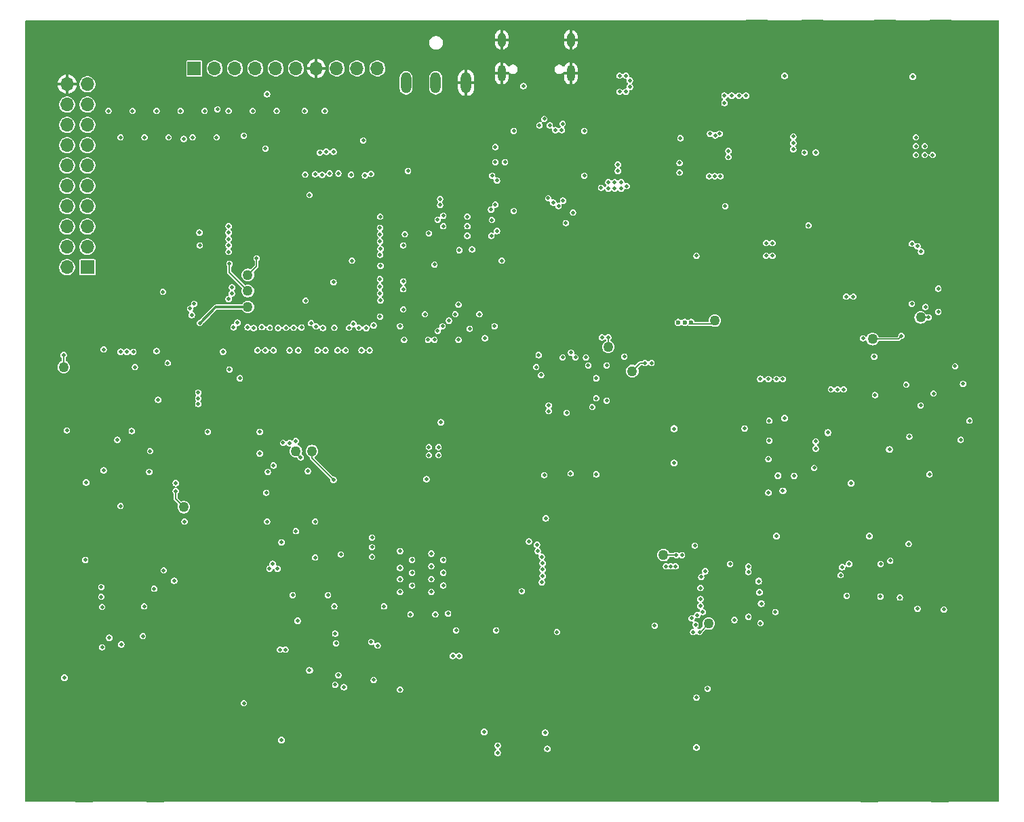
<source format=gbr>
%TF.GenerationSoftware,KiCad,Pcbnew,9.0.0*%
%TF.CreationDate,2025-02-25T23:04:32-05:00*%
%TF.ProjectId,VNA,564e412e-6b69-4636-9164-5f7063625858,rev?*%
%TF.SameCoordinates,PX535a28cPY8422900*%
%TF.FileFunction,Copper,L6,Bot*%
%TF.FilePolarity,Positive*%
%FSLAX46Y46*%
G04 Gerber Fmt 4.6, Leading zero omitted, Abs format (unit mm)*
G04 Created by KiCad (PCBNEW 9.0.0) date 2025-02-25 23:04:32*
%MOMM*%
%LPD*%
G01*
G04 APERTURE LIST*
G04 Aperture macros list*
%AMRoundRect*
0 Rectangle with rounded corners*
0 $1 Rounding radius*
0 $2 $3 $4 $5 $6 $7 $8 $9 X,Y pos of 4 corners*
0 Add a 4 corners polygon primitive as box body*
4,1,4,$2,$3,$4,$5,$6,$7,$8,$9,$2,$3,0*
0 Add four circle primitives for the rounded corners*
1,1,$1+$1,$2,$3*
1,1,$1+$1,$4,$5*
1,1,$1+$1,$6,$7*
1,1,$1+$1,$8,$9*
0 Add four rect primitives between the rounded corners*
20,1,$1+$1,$2,$3,$4,$5,0*
20,1,$1+$1,$4,$5,$6,$7,0*
20,1,$1+$1,$6,$7,$8,$9,0*
20,1,$1+$1,$8,$9,$2,$3,0*%
G04 Aperture macros list end*
%TA.AperFunction,ComponentPad*%
%ADD10R,1.700000X1.700000*%
%TD*%
%TA.AperFunction,ComponentPad*%
%ADD11O,1.700000X1.700000*%
%TD*%
%TA.AperFunction,ComponentPad*%
%ADD12O,1.000000X2.100000*%
%TD*%
%TA.AperFunction,ComponentPad*%
%ADD13O,1.000000X1.800000*%
%TD*%
%TA.AperFunction,SMDPad,CuDef*%
%ADD14R,2.286000X5.080000*%
%TD*%
%TA.AperFunction,ComponentPad*%
%ADD15O,1.308000X2.616000*%
%TD*%
%TA.AperFunction,SMDPad,CuDef*%
%ADD16R,2.667000X4.191000*%
%TD*%
%TA.AperFunction,SMDPad,CuDef*%
%ADD17RoundRect,0.635000X0.000010X0.000010X-0.000010X0.000010X-0.000010X-0.000010X0.000010X-0.000010X0*%
%TD*%
%TA.AperFunction,SMDPad,CuDef*%
%ADD18RoundRect,0.635000X-0.000010X-0.000010X0.000010X-0.000010X0.000010X0.000010X-0.000010X0.000010X0*%
%TD*%
%TA.AperFunction,ViaPad*%
%ADD19C,0.500000*%
%TD*%
%TA.AperFunction,ViaPad*%
%ADD20C,4.500000*%
%TD*%
%TA.AperFunction,ViaPad*%
%ADD21C,0.600000*%
%TD*%
%TA.AperFunction,Conductor*%
%ADD22C,0.300000*%
%TD*%
%TA.AperFunction,Conductor*%
%ADD23C,0.200000*%
%TD*%
%TA.AperFunction,Conductor*%
%ADD24C,0.150000*%
%TD*%
G04 APERTURE END LIST*
D10*
X21298900Y89803600D03*
D11*
X23838900Y89803600D03*
X26378900Y89803600D03*
X28918900Y89803600D03*
X31458900Y89803600D03*
X33998900Y89803600D03*
X36538900Y89803600D03*
X39078900Y89803600D03*
X41618900Y89803600D03*
X44158900Y89803600D03*
D12*
X68318900Y89198600D03*
D13*
X68318900Y93378600D03*
D12*
X59678900Y89198600D03*
D13*
X59678900Y93378600D03*
D14*
X7580400Y665400D03*
X16419600Y665400D03*
D15*
X47750000Y88000000D03*
X55250000Y88000000D03*
X51450000Y88000000D03*
D14*
X105580400Y665400D03*
X114419600Y665400D03*
D16*
X98494600Y93784600D03*
X91505400Y93784600D03*
X114494600Y93784600D03*
X107505400Y93784600D03*
D10*
X7973900Y64978600D03*
D11*
X5433900Y64978600D03*
X7973900Y67518600D03*
X5433900Y67518600D03*
X7973900Y70058600D03*
X5433900Y70058600D03*
X7973900Y72598600D03*
X5433900Y72598600D03*
X7973900Y75138600D03*
X5433900Y75138600D03*
X7973900Y77678600D03*
X5433900Y77678600D03*
X7973900Y80218600D03*
X5433900Y80218600D03*
X7973900Y82758600D03*
X5433900Y82758600D03*
X7973900Y85298600D03*
X5433900Y85298600D03*
X7973900Y87838600D03*
X5433900Y87838600D03*
D17*
X5000000Y52500000D03*
D18*
X90000000Y52000000D03*
X22000000Y35000000D03*
X86300000Y58300000D03*
X28000000Y64000000D03*
X32000000Y42000000D03*
D17*
X73000000Y55000000D03*
D18*
X36000000Y42000000D03*
X106000000Y56000000D03*
D17*
X85525000Y20450000D03*
D18*
X28000000Y62000000D03*
D17*
X34000000Y42000000D03*
X112000000Y58700000D03*
X76000000Y52000000D03*
D18*
X107000000Y53000000D03*
X20000000Y35000000D03*
X28000000Y66000000D03*
X79900000Y29000000D03*
X28000000Y60000000D03*
D19*
X121000000Y15000000D03*
D20*
X2500000Y28500000D03*
D19*
X121000000Y86000000D03*
X2000000Y12000000D03*
X95000000Y33000000D03*
X94550000Y30750000D03*
X56000000Y25000000D03*
X94000000Y61000000D03*
X58000000Y95000000D03*
X101000000Y0D03*
X53000000Y10000000D03*
X44750000Y45825000D03*
X68050000Y51450000D03*
X59000000Y0D03*
X99000000Y48000000D03*
X121000000Y6000000D03*
X94700000Y22050000D03*
X108000000Y39000000D03*
X21800000Y43400000D03*
X95000000Y42000000D03*
X37000000Y0D03*
X1000000Y34000000D03*
X63100000Y55200000D03*
X110900000Y8000000D03*
X98000000Y4750000D03*
X84000000Y95000000D03*
X25000000Y32000000D03*
X10000000Y95000000D03*
X1000000Y53000000D03*
X11000000Y95000000D03*
X8000000Y94000000D03*
X41000000Y44000000D03*
X26000000Y42000000D03*
X24000000Y-1000000D03*
X66900000Y7000000D03*
X38600000Y44800000D03*
X27000000Y95000000D03*
X109000000Y5700000D03*
X53000000Y53000000D03*
X64300000Y6100000D03*
X61600000Y28400000D03*
X25000000Y95000000D03*
X70000000Y20000000D03*
X99000000Y54000000D03*
X34100000Y19975000D03*
X17000000Y94000000D03*
X36000000Y48000000D03*
X75000000Y2000000D03*
X89000000Y95000000D03*
X24000000Y47000000D03*
X2000000Y84000000D03*
X74400000Y49300000D03*
X120000000Y34000000D03*
X16000000Y30000000D03*
X120000000Y15000000D03*
X1000000Y6000000D03*
X70000000Y61000000D03*
X78000000Y43000000D03*
X2000000Y73000000D03*
X47000000Y10000000D03*
X64000000Y59000000D03*
X2000000Y36000000D03*
X89200000Y24400000D03*
X75000000Y13000000D03*
X9050000Y5225000D03*
X2000000Y61000000D03*
X61000000Y47000000D03*
X77000000Y62000000D03*
D20*
X32500000Y13500000D03*
D19*
X57000000Y53000000D03*
X100975000Y64000000D03*
X120000000Y32000000D03*
X120000000Y72000000D03*
X30968900Y60193600D03*
X25000000Y38000000D03*
X26000000Y12000000D03*
X99000000Y53000000D03*
X1000000Y61000000D03*
X22000000Y4800000D03*
X100000000Y46000000D03*
X79000000Y62000000D03*
X26000000Y-1000000D03*
X79100000Y54900000D03*
X110700000Y12000000D03*
X74000000Y-1000000D03*
X42418900Y60233600D03*
X78000000Y41000000D03*
X54000000Y53000000D03*
X57000000Y9000000D03*
D20*
X97500000Y62500000D03*
D19*
X120000000Y88000000D03*
X7900000Y55600000D03*
X110800000Y4000000D03*
X9000000Y35500000D03*
X97000000Y60000000D03*
X43800000Y5800000D03*
X2000000Y63000000D03*
X105000000Y26900000D03*
X55925000Y39000000D03*
X55650000Y45525000D03*
X26300000Y6600000D03*
X2000000Y42000000D03*
X46700000Y37950000D03*
X64000000Y41000000D03*
X85000000Y48000000D03*
X78000000Y44000000D03*
X102000000Y-1000000D03*
X98000000Y24000000D03*
X121000000Y72000000D03*
X104700000Y57600000D03*
X72000000Y62000000D03*
X16700000Y51100000D03*
X75000000Y41000000D03*
X98000000Y-1000000D03*
X91000000Y0D03*
X114500000Y41000000D03*
X73000000Y15200000D03*
X80000000Y48000000D03*
X90600000Y13400000D03*
X43000000Y36000000D03*
X14000000Y59000000D03*
X12800000Y8700000D03*
X63000000Y94000000D03*
X62700000Y77800000D03*
X97300000Y7050000D03*
X119000000Y18000000D03*
X104000000Y95000000D03*
X120000000Y79000000D03*
X108200000Y20200000D03*
X16000000Y28000000D03*
X85400000Y6100000D03*
X61600000Y32000000D03*
X110800000Y11000000D03*
D20*
X95500000Y12500000D03*
D19*
X23000000Y52000000D03*
X8000000Y35500000D03*
X12100000Y13200000D03*
X40500000Y28800000D03*
X109200000Y4000000D03*
X51300000Y60300000D03*
X14200000Y47300000D03*
X86800000Y23200000D03*
X100000000Y1000000D03*
X26000000Y25000000D03*
X108125000Y41350000D03*
X20000000Y95000000D03*
X71000000Y0D03*
X28000000Y4700000D03*
D20*
X119500000Y93500000D03*
D19*
X67000000Y95000000D03*
X97000000Y2000000D03*
X46000000Y52000000D03*
X93000000Y4550000D03*
X2000000Y52000000D03*
X62000000Y95000000D03*
X37000000Y94000000D03*
X25000000Y22000000D03*
X85000000Y49000000D03*
X33000000Y0D03*
X47000000Y53000000D03*
X76000000Y8000000D03*
X120000000Y87000000D03*
X74000000Y62000000D03*
X107000000Y65000000D03*
X41700000Y76600000D03*
X64300000Y45300000D03*
X67225000Y4050000D03*
X75000000Y62000000D03*
X36000000Y95000000D03*
X42000000Y46000000D03*
X2000000Y81000000D03*
X110800000Y1000000D03*
X54700000Y6100000D03*
X2000000Y38000000D03*
X116000000Y1000000D03*
X69000000Y27000000D03*
X29246018Y52246018D03*
X1000000Y90000000D03*
X93000000Y2000000D03*
X7900000Y38925000D03*
X43600000Y80800000D03*
X63900000Y77800000D03*
X26900000Y80800000D03*
X102200000Y35900000D03*
X103900000Y57200000D03*
X24700000Y6400000D03*
X107975000Y43025000D03*
X2000000Y44000000D03*
X63000000Y0D03*
X67500000Y75400000D03*
X47100000Y19400000D03*
X96000000Y49000000D03*
X93000000Y62000000D03*
X36800000Y5800000D03*
X105000000Y33000000D03*
X2000000Y15000000D03*
X94100000Y49000000D03*
X116000000Y2000000D03*
X73000000Y34000000D03*
X1000000Y50000000D03*
X66300000Y76600000D03*
X61700000Y6200000D03*
X57700000Y2400000D03*
X22000000Y17000000D03*
X76000000Y59800000D03*
X33000000Y94000000D03*
X9000000Y7200000D03*
X46300000Y44100000D03*
X37800000Y5800000D03*
X27000000Y7500000D03*
X92000000Y51900000D03*
X89000000Y94000000D03*
X69000000Y41000000D03*
X39000000Y95000000D03*
X38700000Y36700000D03*
X96000000Y43000000D03*
X90000000Y46543600D03*
X91000000Y48000000D03*
X39000000Y48000000D03*
X29000000Y8000000D03*
X44000000Y42000000D03*
X1000000Y18000000D03*
X95000000Y10000000D03*
X20200000Y44400000D03*
X105000000Y41000000D03*
X50000000Y94000000D03*
X64000000Y1000000D03*
X97000000Y42000000D03*
X59000000Y21000000D03*
X33000000Y53000000D03*
X97000000Y21000000D03*
X120000000Y76000000D03*
X108225000Y31050000D03*
X24000000Y49000000D03*
X57000000Y25000000D03*
X22500000Y12900000D03*
X66000000Y2200000D03*
X118000000Y24000000D03*
X47000000Y32000000D03*
X85000000Y0D03*
X44000000Y8000000D03*
X47850000Y48100000D03*
X55000000Y54000000D03*
X98000000Y13000000D03*
X71100000Y44000000D03*
X103000000Y33000000D03*
X44000000Y51000000D03*
X35800000Y4200000D03*
X61000000Y94000000D03*
X56000000Y95000000D03*
X58000000Y1000000D03*
X72100000Y4200000D03*
X47000000Y94000000D03*
X120000000Y39000000D03*
X54000000Y15500000D03*
X10500000Y9300000D03*
X42700000Y49600000D03*
X103000000Y0D03*
X85700000Y80600000D03*
X41000000Y43000000D03*
X121000000Y30000000D03*
X78000000Y12000000D03*
X41000000Y41000000D03*
X96000000Y34000000D03*
X73100000Y29800000D03*
X110000000Y38000000D03*
X46625000Y40325000D03*
X2000000Y6000000D03*
X24000000Y4800000D03*
X28200000Y34200000D03*
X57000000Y16000000D03*
X56000000Y8000000D03*
X90500000Y5350000D03*
X22000000Y1000000D03*
X62000000Y60000000D03*
X84000000Y-1000000D03*
X65000000Y95000000D03*
X60000000Y31000000D03*
X89600000Y12300000D03*
X28000000Y1000000D03*
X121000000Y71000000D03*
X17900000Y9900000D03*
X81100000Y4200000D03*
X94000000Y-1000000D03*
X63000000Y58000000D03*
X89000000Y0D03*
X3000000Y4000000D03*
X27618900Y69843600D03*
X43000000Y51500000D03*
X42100000Y36000000D03*
X98000000Y31000000D03*
X108800000Y78500000D03*
X2000000Y43000000D03*
X48150000Y39575000D03*
X116500000Y41200000D03*
X6200000Y7800000D03*
X59000000Y16000000D03*
X99000000Y0D03*
X13000000Y11400000D03*
X92250000Y25100000D03*
X93000000Y11000000D03*
X37700000Y20800000D03*
X56000000Y9000000D03*
X85700000Y79800000D03*
X5000000Y30000000D03*
X107050000Y31075000D03*
X40000000Y94000000D03*
X12800000Y10600000D03*
X44000000Y41000000D03*
X102500000Y21000000D03*
X121000000Y59000000D03*
X19000000Y94000000D03*
X120000000Y7000000D03*
X92000000Y11000000D03*
X47000000Y2000000D03*
X11600000Y12400000D03*
X59000000Y54000000D03*
X76000000Y41000000D03*
X52988900Y15833600D03*
X32500000Y20800000D03*
X51800000Y5800000D03*
X36000000Y47000000D03*
X60000000Y54000000D03*
X48000000Y31800000D03*
X42000000Y43000000D03*
X43900000Y34000000D03*
X53425000Y35950000D03*
X69000000Y14000000D03*
X103000000Y31400000D03*
X61000000Y58000000D03*
X76000000Y10000000D03*
X60100000Y36000000D03*
X107900000Y80200000D03*
X48000000Y94000000D03*
X106000000Y38000000D03*
X69000000Y23000000D03*
X75000000Y14000000D03*
X82148900Y22043600D03*
X73000000Y14000000D03*
X15000000Y37000000D03*
X105688900Y69433600D03*
X106700000Y14250000D03*
X12500000Y20600000D03*
X100650000Y31100000D03*
X56000000Y17000000D03*
X92000000Y33000000D03*
X96000000Y33000000D03*
X85000000Y33000000D03*
X24000000Y46000000D03*
X83000000Y13000000D03*
X62218900Y70503600D03*
X65500000Y34500000D03*
X89000000Y34000000D03*
X120000000Y57000000D03*
X14000000Y5800000D03*
X44800000Y34900000D03*
X97600000Y77500000D03*
X98000000Y29000000D03*
X93000000Y0D03*
X38000000Y1000000D03*
X78000000Y11000000D03*
X52000000Y12000000D03*
X70000000Y26000000D03*
X14000000Y95000000D03*
X86000000Y49000000D03*
X36000000Y8000000D03*
X71000000Y13000000D03*
X39000000Y0D03*
X117000000Y-1000000D03*
X95000000Y43000000D03*
X65138900Y70503600D03*
X34700000Y40200000D03*
X103000000Y95000000D03*
X98200000Y82400000D03*
X61000000Y53000000D03*
X74000000Y9000000D03*
X26000000Y17000000D03*
X112000000Y48700000D03*
X39000000Y9000000D03*
X69000000Y26000000D03*
X121000000Y25000000D03*
X120000000Y36000000D03*
X59000000Y15000000D03*
X102900000Y38750000D03*
X32200000Y31600000D03*
X76100000Y4200000D03*
X83000000Y34000000D03*
X120000000Y29000000D03*
X106000000Y64000000D03*
X21800000Y44400000D03*
X121000000Y49000000D03*
X66000000Y-1000000D03*
X59000000Y23000000D03*
X55000000Y11000000D03*
X80000000Y95000000D03*
X98000000Y6400000D03*
X83000000Y14000000D03*
X49350000Y38225000D03*
X6000000Y58000000D03*
X98000000Y11000000D03*
X28000000Y95000000D03*
X73000000Y61000000D03*
X28000000Y26300000D03*
X94800000Y72800000D03*
X52400000Y68900000D03*
X42000000Y37000000D03*
X43000000Y34000000D03*
X41000000Y95000000D03*
X48525000Y38775000D03*
X111000000Y28000000D03*
X110000000Y65000000D03*
X65100000Y77800000D03*
X58000000Y11000000D03*
X52000000Y1000000D03*
X55825000Y36425000D03*
X11000000Y7000000D03*
X1000000Y3000000D03*
X27000000Y2000000D03*
X105000000Y34000000D03*
X81000000Y11000000D03*
X33800000Y4200000D03*
X98000000Y55000000D03*
X90000000Y45643600D03*
X56200000Y2900000D03*
X70000000Y94000000D03*
X110000000Y89000000D03*
D20*
X119500000Y21500000D03*
D19*
X27000000Y14000000D03*
X62000000Y58000000D03*
X41000000Y42000000D03*
X5000000Y3000000D03*
X34000000Y11000000D03*
X71000000Y80300000D03*
X112500000Y23600000D03*
X102000000Y14200000D03*
X98000000Y14000000D03*
X120000000Y68000000D03*
X73800000Y69200000D03*
X26000000Y31000000D03*
X99000000Y49000000D03*
X104000000Y33000000D03*
X27000000Y16000000D03*
X61000000Y45000000D03*
X65000000Y2000000D03*
X61000000Y0D03*
X74000000Y41000000D03*
X2000000Y7000000D03*
X41000000Y45000000D03*
X82000000Y48000000D03*
X89200000Y25600000D03*
X93028900Y44763600D03*
X20000000Y4800000D03*
X121000000Y54000000D03*
X97000000Y34000000D03*
X111200000Y37800000D03*
X60000000Y95000000D03*
X88000000Y13000000D03*
X2000000Y8000000D03*
X82000000Y1000000D03*
X36000000Y1000000D03*
X54600000Y4000000D03*
X75000000Y33000000D03*
X68300000Y38000000D03*
X109000000Y33000000D03*
X108500000Y11000000D03*
X16000000Y35000000D03*
X102025000Y64975000D03*
X70000000Y23000000D03*
X50000000Y53000000D03*
X2000000Y22000000D03*
X73000000Y42000000D03*
X81000000Y14000000D03*
X84700000Y74000000D03*
X82000000Y87300000D03*
X121000000Y85000000D03*
X53500000Y34000000D03*
X121000000Y13000000D03*
X121000000Y75000000D03*
X92450000Y19000000D03*
X1000000Y88000000D03*
X53000000Y9000000D03*
X25000000Y39000000D03*
X97000000Y22000000D03*
X48000000Y-1000000D03*
X99000000Y57000000D03*
X94250000Y47900000D03*
X90600000Y15600000D03*
X1000000Y36000000D03*
X62700000Y76600000D03*
X104000000Y64000000D03*
X12000000Y59000000D03*
X29000000Y22800000D03*
X29000000Y23800000D03*
X58000000Y53000000D03*
X16000000Y31000000D03*
X2000000Y19000000D03*
X26000000Y39000000D03*
X53800000Y5900000D03*
X81000000Y94000000D03*
X53000000Y11500000D03*
X8000000Y48000000D03*
X2000000Y90000000D03*
X97000000Y0D03*
X11200000Y8000000D03*
X41668900Y62323600D03*
X25000000Y17000000D03*
X90000000Y15000000D03*
X95900000Y60300000D03*
X94000000Y19000000D03*
X45300000Y36500000D03*
X92100000Y14900000D03*
X99000000Y58000000D03*
X56050000Y40750000D03*
X44000000Y94000000D03*
X93000000Y12000000D03*
X1000000Y65000000D03*
X22000000Y54000000D03*
X103650000Y37125000D03*
X25000000Y44000000D03*
X121000000Y42000000D03*
X108000000Y15500000D03*
X95000000Y4750000D03*
X117000000Y3000000D03*
X43000000Y9000000D03*
X35800000Y5800000D03*
X102900000Y8250000D03*
X65000000Y60000000D03*
X98000000Y16000000D03*
X56000000Y-1000000D03*
X105000000Y36000000D03*
X96000000Y48000000D03*
X96000000Y1000000D03*
X97000000Y15000000D03*
X46000000Y53000000D03*
X56675000Y37100000D03*
X18000000Y95000000D03*
X8400000Y53000000D03*
X82000000Y11000000D03*
X121000000Y60000000D03*
X83000000Y0D03*
X31000000Y2000000D03*
X94000000Y4550000D03*
X51000000Y95000000D03*
X83000000Y49000000D03*
X120000000Y56000000D03*
X64000000Y61000000D03*
X83000000Y94000000D03*
X79000000Y13000000D03*
X55675000Y47575000D03*
X14200000Y51700000D03*
X44800000Y5800000D03*
X80000000Y59800000D03*
X54275000Y41250000D03*
X108500000Y45200000D03*
X94525000Y37825000D03*
X51000000Y32000000D03*
X2000000Y40000000D03*
X1000000Y8000000D03*
X82000000Y88600000D03*
X77000000Y33000000D03*
X46400000Y35800000D03*
X41000000Y0D03*
X53675000Y45500000D03*
X89000000Y15000000D03*
X14100000Y12800000D03*
X79500000Y5800000D03*
X78000000Y94000000D03*
X45925000Y38675000D03*
X60700000Y27500000D03*
X16400000Y4200000D03*
X1000000Y80000000D03*
X1000000Y89000000D03*
X41100000Y49500000D03*
X1000000Y17000000D03*
X59625000Y3675000D03*
X86000000Y17300000D03*
X34000000Y5900000D03*
X70000000Y13000000D03*
X26000000Y37000000D03*
X67500000Y77800000D03*
X63000000Y2000000D03*
X121000000Y5000000D03*
X67800000Y2700000D03*
X68700000Y3200000D03*
X55325000Y38125000D03*
X113600000Y52500000D03*
X63100000Y45300000D03*
X88000000Y95000000D03*
X61250000Y20600000D03*
X21000000Y2000000D03*
X69000000Y61000000D03*
X73100000Y4200000D03*
X1000000Y49000000D03*
X82000000Y95000000D03*
X1000000Y54000000D03*
X96000000Y32000000D03*
X112000000Y28000000D03*
X73000000Y0D03*
X24000000Y1000000D03*
X44000000Y10000000D03*
X2000000Y45000000D03*
X89018900Y42083600D03*
X82000000Y62000000D03*
X49700000Y35500000D03*
X120000000Y4000000D03*
X57875000Y6150000D03*
X89978900Y43243600D03*
X95000000Y15000000D03*
X1000000Y87000000D03*
X64950000Y22900000D03*
X2000000Y80000000D03*
X19900000Y66600000D03*
X11448900Y61313600D03*
X51000000Y31000000D03*
X86000000Y33000000D03*
X41300000Y15100000D03*
X86000000Y-1000000D03*
X34800000Y4200000D03*
X50800000Y4200000D03*
X74000000Y10000000D03*
X26000000Y41000000D03*
X86000000Y4500000D03*
X121000000Y82000000D03*
X42000000Y50400000D03*
X1000000Y16000000D03*
X1000000Y4000000D03*
X74000000Y33000000D03*
X86000000Y1000000D03*
X37000000Y48000000D03*
X61000000Y54000000D03*
X72000000Y61000000D03*
X57000000Y0D03*
X30000000Y14000000D03*
X63000000Y60000000D03*
X12500000Y21500000D03*
X30000000Y8000000D03*
X12800000Y4000000D03*
X1000000Y12000000D03*
X114400000Y56900000D03*
X98000000Y25000000D03*
X110800000Y3000000D03*
X105000000Y45000000D03*
X94000000Y18000000D03*
X119000000Y4000000D03*
X58000000Y94000000D03*
X41038900Y60603600D03*
X121000000Y18000000D03*
X116000000Y0D03*
X61000000Y95000000D03*
X109500000Y14400000D03*
X85700000Y79000000D03*
X121000000Y26000000D03*
X9000000Y94000000D03*
X54000000Y9000000D03*
X57000000Y2000000D03*
X52600000Y22700000D03*
X81000000Y12000000D03*
X67600000Y32700000D03*
X1000000Y64000000D03*
X65000000Y94000000D03*
X72500000Y5800000D03*
X82100000Y4200000D03*
X44500000Y49900000D03*
X41000000Y47000000D03*
X52900000Y5800000D03*
X97500000Y36325000D03*
X48700000Y42500000D03*
X11200000Y4000000D03*
X55500000Y34000000D03*
X79100000Y4200000D03*
X80000000Y9000000D03*
X54000000Y10000000D03*
X55900000Y5000000D03*
X104100000Y9950000D03*
X32000000Y94000000D03*
X20200000Y43400000D03*
D20*
X107500000Y35500000D03*
D19*
X115700000Y41200000D03*
X1000000Y78000000D03*
X74000000Y34000000D03*
X89000000Y8000000D03*
X71100000Y4200000D03*
X103000000Y94000000D03*
X79000000Y44000000D03*
X120000000Y16000000D03*
X121000000Y87000000D03*
X112000000Y89000000D03*
X78000000Y47000000D03*
X62000000Y59000000D03*
X49300000Y32800000D03*
X40000000Y-1000000D03*
X94000000Y15000000D03*
X63900000Y76600000D03*
X89000000Y49000000D03*
X2000000Y51000000D03*
X121000000Y35000000D03*
D20*
X78000000Y500000D03*
D19*
X120000000Y47000000D03*
X80450000Y44900000D03*
X57600000Y36700000D03*
X36800000Y4200000D03*
X21000000Y56000000D03*
X94000000Y21000000D03*
X75000000Y9000000D03*
X65200000Y5900000D03*
X104148900Y51623600D03*
X121000000Y44000000D03*
X69000000Y0D03*
X84800000Y78200000D03*
X107500000Y13950000D03*
X20000000Y54000000D03*
X112000000Y64000000D03*
X62058900Y73003600D03*
X12800000Y2000000D03*
X21000000Y21000000D03*
X69500000Y5900000D03*
X98500000Y77000000D03*
X54975000Y46225000D03*
X104000000Y-1000000D03*
X98000000Y18000000D03*
X78000000Y45000000D03*
X120000000Y44000000D03*
X56000000Y53000000D03*
X121000000Y74000000D03*
X18000000Y49300000D03*
X121000000Y8000000D03*
X60100000Y34600000D03*
X82200000Y37400000D03*
X10500000Y10700000D03*
X112000000Y30000000D03*
X2000000Y88000000D03*
X28000000Y50000000D03*
X70000000Y-1000000D03*
X103898900Y46803600D03*
X8400000Y7800000D03*
X120000000Y83000000D03*
X98000000Y30000000D03*
X73000000Y12000000D03*
X47350000Y46125000D03*
X101000000Y2000000D03*
X107900000Y79400000D03*
X32000000Y95000000D03*
X1000000Y85000000D03*
X60000000Y2200000D03*
X6600000Y22600000D03*
X78000000Y62000000D03*
X100000000Y33000000D03*
X39900000Y84600000D03*
X95000000Y49000000D03*
X40000000Y9000000D03*
X65000000Y62000000D03*
X90000000Y33000000D03*
X51200000Y46800000D03*
X87000000Y15000000D03*
X25000000Y94000000D03*
X34000000Y10000000D03*
X23000000Y51000000D03*
X38900000Y24000000D03*
X9825000Y4800000D03*
X57000000Y21000000D03*
X109700000Y57600000D03*
X85000000Y61000000D03*
X26000000Y18000000D03*
X104100000Y25100000D03*
X23000000Y31000000D03*
X6600000Y25000000D03*
X42200000Y16000000D03*
X100900000Y8300000D03*
X120000000Y81000000D03*
X66300000Y75400000D03*
X2000000Y9000000D03*
X88000000Y33000000D03*
X1000000Y15000000D03*
X1000000Y62000000D03*
X9000000Y59000000D03*
X100900000Y5950000D03*
X2000000Y16000000D03*
X99000000Y45500000D03*
X2000000Y48000000D03*
X52600000Y20100000D03*
X45000000Y53000000D03*
X64000000Y95000000D03*
X53675000Y38525000D03*
X98000000Y20000000D03*
X120000000Y46000000D03*
X79000000Y34000000D03*
X1000000Y19000000D03*
X79000000Y9000000D03*
X30000000Y8900000D03*
X10000000Y28000000D03*
X37000000Y2000000D03*
X44225000Y44700000D03*
X120000000Y45000000D03*
X97000000Y41000000D03*
X1000000Y75000000D03*
X15000000Y59000000D03*
X120000000Y55000000D03*
X63350000Y22900000D03*
X75100000Y4200000D03*
X26000000Y26000000D03*
D20*
X26500000Y48000000D03*
D19*
X120000000Y30000000D03*
X66850000Y50250000D03*
X99000000Y60000000D03*
X105000000Y35000000D03*
X116000000Y33000000D03*
X89848900Y17543600D03*
X26000000Y43000000D03*
X18300000Y9000000D03*
X86000000Y48000000D03*
X53000000Y2000000D03*
X108000000Y65000000D03*
X99000000Y4950000D03*
X23000000Y95000000D03*
X78000000Y14000000D03*
X98000000Y12000000D03*
X99000000Y55000000D03*
X117000000Y95000000D03*
X121000000Y16000000D03*
X42000000Y48700000D03*
X121000000Y52000000D03*
X102000000Y1000000D03*
X70000000Y16000000D03*
X116000000Y35000000D03*
X76500000Y5800000D03*
X105000000Y47000000D03*
X101000000Y94000000D03*
X69000000Y17000000D03*
X84000000Y48000000D03*
X73000000Y41000000D03*
X68050000Y50250000D03*
X41000000Y39000000D03*
X85700000Y78200000D03*
X75000000Y59800000D03*
X104000000Y45000000D03*
X1000000Y41000000D03*
X74000000Y1000000D03*
X20000000Y1000000D03*
X81000000Y8000000D03*
X45000000Y95000000D03*
X33800000Y35500000D03*
X41000000Y2000000D03*
X121000000Y4000000D03*
X44800000Y23900000D03*
X45725000Y41000000D03*
X27288900Y72353600D03*
X21500000Y20000000D03*
X6600000Y9600000D03*
X35200000Y24500000D03*
X99800000Y23200000D03*
X73000000Y2000000D03*
X56000000Y10000000D03*
X19000000Y47000000D03*
X3600000Y22100000D03*
X95000000Y2000000D03*
X6000000Y2000000D03*
X11000000Y58000000D03*
X74400000Y51700000D03*
X94000000Y7900000D03*
X2000000Y17000000D03*
X102000000Y95000000D03*
X89000000Y2000000D03*
X89000000Y48000000D03*
X69250000Y50250000D03*
X50000000Y32000000D03*
X83900000Y79800000D03*
X106000000Y39600000D03*
X107400000Y55400000D03*
X121000000Y90000000D03*
X10000000Y58000000D03*
X96000000Y16000000D03*
X37000000Y95000000D03*
X67000000Y61000000D03*
X121000000Y39000000D03*
X39000000Y10000000D03*
X90200000Y37400000D03*
X109000000Y7500000D03*
X65000000Y7600000D03*
X8300000Y5700000D03*
X28000000Y-1000000D03*
X19000000Y4800000D03*
X99000000Y56000000D03*
X38000000Y10000000D03*
X49875000Y48325000D03*
X49000000Y53000000D03*
X100000000Y14200000D03*
X120000000Y33000000D03*
X1000000Y69000000D03*
X107100000Y15900000D03*
X55000000Y8000000D03*
X83000000Y33000000D03*
X39000000Y47000000D03*
X68000000Y41000000D03*
X1000000Y73000000D03*
X88200000Y38300000D03*
X1000000Y67000000D03*
X116000000Y30000000D03*
X18000000Y50100000D03*
X44000000Y40000000D03*
X13500000Y4200000D03*
X70200000Y57100000D03*
X83100000Y4200000D03*
X85000000Y34000000D03*
X121000000Y69000000D03*
X100000000Y65000000D03*
X90000000Y62000000D03*
X105000000Y44000000D03*
X117000000Y37800000D03*
X107900000Y81800000D03*
X98000000Y33000000D03*
X83000000Y62000000D03*
X121000000Y29000000D03*
X97000000Y33000000D03*
X36200000Y26300000D03*
X50000000Y95000000D03*
X44500000Y37500000D03*
X59000000Y22000000D03*
X2000000Y11000000D03*
X6000000Y1000000D03*
X117000000Y20000000D03*
X121000000Y70000000D03*
X110600000Y20200000D03*
X61000000Y7000000D03*
X47000000Y33400000D03*
X6000000Y95000000D03*
X40400000Y16000000D03*
X30000000Y1000000D03*
X106000000Y46000000D03*
X1000000Y32000000D03*
X90000000Y49000000D03*
X46000000Y9000000D03*
X100000000Y48000000D03*
X121000000Y32000000D03*
X54700000Y48025000D03*
X2000000Y46000000D03*
X106000000Y33000000D03*
X49000000Y31000000D03*
X11200000Y1000000D03*
X19000000Y56000000D03*
X52400000Y30300000D03*
X41000000Y9000000D03*
X107400000Y18000000D03*
X95900000Y55500000D03*
X80000000Y94000000D03*
X120000000Y13000000D03*
X89500000Y14500000D03*
X6600000Y16300000D03*
X23000000Y94000000D03*
X38000000Y47000000D03*
X108500000Y10000000D03*
X5000000Y2000000D03*
X91000000Y34000000D03*
X108000000Y17000000D03*
X1000000Y10000000D03*
X74400000Y44900000D03*
X121000000Y34000000D03*
X66000000Y61000000D03*
X26000000Y40000000D03*
X99000000Y34000000D03*
X99000000Y47000000D03*
X102750000Y42575000D03*
X121000000Y53000000D03*
X42000000Y39000000D03*
X60000000Y47000000D03*
X24000000Y51000000D03*
X88200000Y37400000D03*
X88500000Y13500000D03*
X36000000Y-1000000D03*
X2000000Y10000000D03*
X41000000Y46000000D03*
X37000000Y10000000D03*
X83700000Y5800000D03*
X94800000Y71500000D03*
X100000000Y16300000D03*
X110000000Y64000000D03*
X25000000Y42000000D03*
X89000000Y33000000D03*
X71000000Y94000000D03*
X1000000Y83000000D03*
X104000000Y46000000D03*
X83900000Y77400000D03*
X69000000Y15000000D03*
X98000000Y21000000D03*
X110000000Y35000000D03*
X35000000Y0D03*
X48100000Y30800000D03*
X57000000Y54000000D03*
X121000000Y51000000D03*
X38000000Y80800000D03*
X77000000Y34000000D03*
X102300000Y7450000D03*
X95000000Y55000000D03*
X88100000Y8000000D03*
X80000000Y10000000D03*
X105000000Y37000000D03*
X94000000Y89000000D03*
X96300000Y36325000D03*
X23000000Y54000000D03*
X121000000Y12000000D03*
X26000000Y33000000D03*
X88000000Y94000000D03*
X36000000Y9000000D03*
X87000000Y94000000D03*
X12000000Y94000000D03*
X81000000Y61000000D03*
X84000000Y62000000D03*
X95125000Y27375000D03*
X33000000Y2000000D03*
X66200000Y57000000D03*
X1000000Y38000000D03*
X120000000Y60000000D03*
X44100000Y38700000D03*
X104100000Y26000000D03*
X11600000Y21500000D03*
X54325000Y40300000D03*
X26000000Y94000000D03*
X97000000Y49000000D03*
X95300000Y29350000D03*
X55000000Y0D03*
X121000000Y36000000D03*
X47500000Y35500000D03*
X16000000Y13100000D03*
X55000000Y95000000D03*
X88000000Y-1000000D03*
X2000000Y47000000D03*
X2000000Y39000000D03*
X12800000Y9700000D03*
X54150000Y39325000D03*
X83000000Y5800000D03*
X105100000Y11650000D03*
X28000000Y94000000D03*
X102800000Y12300000D03*
X65700000Y44000000D03*
X62000000Y1000000D03*
X120000000Y31000000D03*
X95000000Y48000000D03*
X31000000Y0D03*
X95025000Y32000000D03*
X56000000Y26000000D03*
X113600000Y41500000D03*
X109200000Y5000000D03*
X19000000Y23000000D03*
X101000000Y14200000D03*
X60300000Y6200000D03*
X53800000Y4200000D03*
X69000000Y95000000D03*
X38800000Y5800000D03*
X30000000Y94000000D03*
X20300000Y8500000D03*
X72000000Y42000000D03*
X91100000Y13900000D03*
X77000000Y12000000D03*
X74000000Y95000000D03*
X11600000Y20600000D03*
X60050000Y20600000D03*
X21000000Y55000000D03*
X34000000Y95000000D03*
X101000000Y47000000D03*
X53000000Y0D03*
X36250000Y13975000D03*
X107400000Y19000000D03*
X95700000Y7050000D03*
X61000000Y57000000D03*
X7000000Y47000000D03*
X99400000Y76500000D03*
X60000000Y57000000D03*
X27000000Y84900000D03*
X33000000Y95000000D03*
X40400000Y16900000D03*
X78000000Y8000000D03*
X21000000Y53000000D03*
X121000000Y68000000D03*
X20000000Y21500000D03*
X91000000Y33000000D03*
X47500000Y11000000D03*
X121000000Y61000000D03*
X56000000Y11000000D03*
X105900000Y25100000D03*
X69900000Y44000000D03*
X79000000Y33000000D03*
X1000000Y48000000D03*
X78000000Y42000000D03*
X1000000Y11000000D03*
X121000000Y48000000D03*
X34800000Y5800000D03*
X112400000Y52500000D03*
X102900000Y54300000D03*
X19000000Y24000000D03*
X104000000Y94000000D03*
X60700000Y28400000D03*
X2000000Y69000000D03*
X90000000Y1000000D03*
X120000000Y11000000D03*
X2000000Y87000000D03*
X121000000Y46000000D03*
X69000000Y25000000D03*
X52000000Y54000000D03*
X1000000Y66000000D03*
X14500000Y4200000D03*
X32800000Y4200000D03*
X100300000Y7600000D03*
X94000000Y17000000D03*
X15000000Y13100000D03*
X103175000Y63975000D03*
X32600000Y6600000D03*
X25000000Y50000000D03*
X83900000Y79000000D03*
X77000000Y14000000D03*
X23000000Y53000000D03*
X1000000Y20000000D03*
X54225000Y44725000D03*
X118000000Y19000000D03*
X121000000Y17000000D03*
X2000000Y25000000D03*
X42000000Y94000000D03*
X74000000Y42000000D03*
X68000000Y95000000D03*
X24050000Y7050000D03*
X106000000Y42000000D03*
X40500000Y86400000D03*
X64000000Y94000000D03*
X25000000Y34000000D03*
X116000000Y26000000D03*
X99000000Y33000000D03*
X81000000Y49000000D03*
X88000000Y1000000D03*
X113000000Y64000000D03*
X57000000Y23000000D03*
X42000000Y9000000D03*
X57100000Y5800000D03*
X91600000Y14400000D03*
X120000000Y51000000D03*
X16000000Y94000000D03*
X97000000Y29000000D03*
X2000000Y74000000D03*
X29000000Y94000000D03*
X69000000Y13000000D03*
X7000000Y59000000D03*
X42000000Y44000000D03*
X6600000Y20000000D03*
X54000000Y95000000D03*
X64300000Y33600000D03*
X57500000Y34000000D03*
X70000000Y29000000D03*
X1000000Y91000000D03*
X102000000Y94000000D03*
X73000000Y10000000D03*
X70300000Y4100000D03*
X76000000Y9000000D03*
X73000000Y94000000D03*
X16100000Y12100000D03*
X19000000Y7300000D03*
X73500000Y5800000D03*
X57000000Y22000000D03*
X98000000Y58900000D03*
X83900000Y78200000D03*
X45675000Y43050000D03*
X2000000Y70000000D03*
X49000000Y54000000D03*
X91100000Y4850000D03*
X10000000Y34000000D03*
X68000000Y62000000D03*
X73100000Y29000000D03*
X39000000Y49000000D03*
X86000000Y61000000D03*
X49000000Y32000000D03*
X43000000Y8000000D03*
X80000000Y62000000D03*
X120000000Y35000000D03*
X20000000Y57000000D03*
X68600000Y6100000D03*
X48000000Y1000000D03*
X46475000Y41475000D03*
X29025000Y4675000D03*
X44700000Y73700000D03*
D20*
X2500000Y57500000D03*
D19*
X28000000Y38100000D03*
X59000000Y95000000D03*
X13000000Y94000000D03*
X66150000Y3725000D03*
X40500000Y30000000D03*
X88000000Y48000000D03*
X72000000Y41000000D03*
X2000000Y35000000D03*
X76000000Y13000000D03*
X57000000Y11000000D03*
X88200000Y29650000D03*
X121000000Y76000000D03*
X102000000Y34000000D03*
X70000000Y42000000D03*
X29500000Y43300000D03*
X7800000Y40500000D03*
X42000000Y10000000D03*
X108848900Y69303600D03*
X1000000Y76000000D03*
X79000000Y42000000D03*
X97000000Y30000000D03*
X25000000Y18000000D03*
X120000000Y49000000D03*
X120000000Y27000000D03*
X41000000Y83000000D03*
X104000000Y1000000D03*
X98000000Y19000000D03*
X31800000Y4200000D03*
X87000000Y14000000D03*
X41000000Y40000000D03*
X57650000Y45500000D03*
X58000000Y54000000D03*
X56700000Y4500000D03*
X25000000Y4800000D03*
X109200000Y3000000D03*
X104248900Y70793600D03*
X102000000Y20000000D03*
X25000000Y20000000D03*
X38000000Y49000000D03*
X86600000Y38300000D03*
X81825000Y41000000D03*
X56000000Y21000000D03*
X37000000Y49000000D03*
X46475000Y42625000D03*
X107700000Y61300000D03*
X100950000Y65000000D03*
X74000000Y8000000D03*
X43600000Y48800000D03*
X98000000Y56000000D03*
X51000000Y2000000D03*
X97000000Y28000000D03*
X29000000Y95000000D03*
X48000000Y53000000D03*
X114500000Y42000000D03*
X25000000Y16000000D03*
X40400000Y15100000D03*
X36800000Y8000000D03*
X79000000Y61000000D03*
X91000000Y51900000D03*
X92000000Y62000000D03*
X116000000Y28000000D03*
X121000000Y7000000D03*
X100000000Y-1000000D03*
X93000000Y61000000D03*
X76000000Y34000000D03*
X50600000Y65600000D03*
X33300000Y20800000D03*
X75500000Y16500000D03*
X13400000Y20600000D03*
X16000000Y32000000D03*
X49000000Y2000000D03*
X46700000Y45100000D03*
X76000000Y42000000D03*
X100000000Y34000000D03*
X71000000Y42000000D03*
X27400000Y39400000D03*
X62000000Y-1000000D03*
X82000000Y82500000D03*
X51000000Y12500000D03*
X69500000Y3700000D03*
X22000000Y27000000D03*
X82700000Y19700000D03*
X2000000Y66000000D03*
X100500000Y38850000D03*
X120000000Y38000000D03*
X25000000Y15000000D03*
X59700000Y67200000D03*
X81900000Y6900000D03*
X26000000Y38000000D03*
X16000000Y33000000D03*
X16000000Y34000000D03*
X82000000Y83600000D03*
X112700000Y42000000D03*
X60000000Y55000000D03*
X59000000Y53000000D03*
X96000000Y4750000D03*
X95000000Y0D03*
X109100000Y11650000D03*
X50000000Y-1000000D03*
X54000000Y1000000D03*
X108700000Y15100000D03*
X41800000Y4200000D03*
X39800000Y4200000D03*
X93000000Y51900000D03*
X104000000Y65000000D03*
X92000000Y12000000D03*
X12000000Y58000000D03*
X2000000Y67000000D03*
X120000000Y12000000D03*
X92000000Y4650000D03*
X2000000Y65000000D03*
X55000000Y2000000D03*
X67000000Y62000000D03*
X101600000Y6650000D03*
X106000000Y65000000D03*
X70000000Y22000000D03*
X64000000Y7800000D03*
D20*
X2500000Y93500000D03*
D19*
X66118900Y71153600D03*
X80000000Y46000000D03*
X55400000Y3500000D03*
X69250000Y49050000D03*
X45000000Y51000000D03*
X120000000Y53000000D03*
X68000000Y42000000D03*
X93000000Y14000000D03*
X26000000Y4600000D03*
X79000000Y14000000D03*
X15000000Y95000000D03*
X41000000Y38000000D03*
X45800000Y5800000D03*
X60000000Y-1000000D03*
X33000000Y11000000D03*
X50600000Y66800000D03*
X77000000Y8000000D03*
X120000000Y9000000D03*
X19500000Y6400000D03*
X20700000Y7600000D03*
X71000000Y14000000D03*
X27000000Y65000000D03*
X57000000Y26000000D03*
X9750000Y6525000D03*
X2000000Y49000000D03*
X87000000Y48000000D03*
X110800000Y10000000D03*
X32200000Y76700000D03*
X1000000Y52000000D03*
X110000000Y28000000D03*
X34000000Y94000000D03*
X17400000Y60700000D03*
X37000000Y47000000D03*
X90100000Y12900000D03*
X82500000Y7500000D03*
X44418900Y64283600D03*
X112000000Y31000000D03*
X77000000Y94000000D03*
X72000000Y1000000D03*
X66000000Y60000000D03*
X92420950Y23647957D03*
X12800000Y1000000D03*
X107200000Y78500000D03*
X75000000Y10000000D03*
X67125000Y5100000D03*
X35000000Y10000000D03*
X102000000Y53800000D03*
X30000000Y15000000D03*
X26000000Y14000000D03*
X76000000Y61000000D03*
X97000000Y43000000D03*
X116000000Y29000000D03*
X108000000Y38000000D03*
X20000000Y94000000D03*
X81000000Y9000000D03*
X36000000Y10000000D03*
X96000000Y10000000D03*
X100000000Y5350000D03*
X29500000Y42500000D03*
X1000000Y43000000D03*
X22450000Y7050000D03*
X82800000Y16100000D03*
X83900000Y6600000D03*
X10000000Y94000000D03*
X86200000Y6600000D03*
X120000000Y73000000D03*
X41000000Y48000000D03*
X108850000Y40725000D03*
X1000000Y55000000D03*
X86000000Y94000000D03*
X47100000Y21600000D03*
X75000000Y61000000D03*
X20000000Y55000000D03*
X32600000Y35500000D03*
X47000000Y52000000D03*
X78000000Y46000000D03*
X98900000Y6600000D03*
X11000000Y94000000D03*
X11600000Y37000000D03*
X107850000Y54625000D03*
X85700000Y77400000D03*
X101700000Y21400000D03*
X87000000Y2000000D03*
X13400000Y21500000D03*
X40800000Y4200000D03*
X48000000Y8000000D03*
X107000000Y50000000D03*
X120000000Y75000000D03*
X66850000Y49050000D03*
X46800000Y5800000D03*
X70000000Y25000000D03*
X86000000Y34000000D03*
X28000000Y14000000D03*
X77000000Y10000000D03*
X84000000Y34000000D03*
X111488900Y70923600D03*
X1000000Y81000000D03*
X60000000Y46000000D03*
X48000000Y54000000D03*
X46000000Y10000000D03*
X45800000Y4200000D03*
X23000000Y2000000D03*
X48700000Y41400000D03*
X57000000Y95000000D03*
X83000000Y95000000D03*
X61700000Y7800000D03*
X1000000Y37000000D03*
X43400000Y37000000D03*
X42000000Y8000000D03*
X96000000Y42000000D03*
X23250000Y7050000D03*
X121000000Y84000000D03*
X68650000Y49650000D03*
X4000000Y26000000D03*
X61600000Y27500000D03*
X121000000Y66000000D03*
X71000000Y95000000D03*
X81200000Y6375000D03*
X60500000Y85000000D03*
X82000000Y34000000D03*
X88000000Y61000000D03*
X38000000Y95000000D03*
X89000000Y8900000D03*
X105000000Y64000000D03*
X112000000Y35000000D03*
X88000000Y15000000D03*
X69000000Y21000000D03*
X105500000Y32275000D03*
X80000000Y12000000D03*
X75000000Y42000000D03*
X1000000Y22000000D03*
X92000000Y-1000000D03*
X87400000Y5300000D03*
X49000000Y95000000D03*
X94000000Y6650000D03*
X84000000Y94000000D03*
X68000000Y1000000D03*
X99400000Y77500000D03*
X61500000Y36000000D03*
X105000000Y65000000D03*
X68050000Y49050000D03*
X80000000Y11000000D03*
X92000000Y6550000D03*
X82000000Y15000000D03*
X79000000Y95000000D03*
X62000000Y56000000D03*
X36000000Y94000000D03*
X55000000Y15000000D03*
X1000000Y26000000D03*
X1000000Y70000000D03*
X72000000Y13000000D03*
X29000000Y14000000D03*
X54000000Y11000000D03*
X94000000Y10000000D03*
X98000000Y57000000D03*
X53000000Y94000000D03*
X77000000Y43000000D03*
X2000000Y23000000D03*
X72000000Y94000000D03*
X102500000Y10500000D03*
X93000000Y6650000D03*
X69000000Y2000000D03*
D20*
X119500000Y63500000D03*
D19*
X57000000Y27000000D03*
X46000000Y94000000D03*
X47000000Y8000000D03*
X120000000Y52000000D03*
X83300000Y37400000D03*
X58000000Y-1000000D03*
X26000000Y20000000D03*
X2000000Y32000000D03*
X5000000Y-1000000D03*
X68000000Y-1000000D03*
X53000000Y54000000D03*
X92700000Y15500000D03*
X82000000Y33000000D03*
X2000000Y37000000D03*
X59000000Y55000000D03*
X12500000Y19700000D03*
X10000000Y31000000D03*
X33300000Y6200000D03*
X64428900Y56993600D03*
X66900000Y44000000D03*
X36000000Y50000000D03*
X74500000Y5800000D03*
X31000000Y94000000D03*
X65000000Y0D03*
X58100000Y44625000D03*
X48800000Y48275000D03*
X40000000Y1000000D03*
X25000000Y41000000D03*
X46000000Y27400000D03*
X96000000Y-1000000D03*
X56900000Y7700000D03*
X106400000Y13050000D03*
X26000000Y21000000D03*
X52058900Y94093600D03*
X18000000Y1000000D03*
X11200000Y2000000D03*
X47000000Y95000000D03*
X98000000Y47000000D03*
X27508900Y58083600D03*
X47100000Y20400000D03*
X98000000Y32000000D03*
X67000000Y94000000D03*
X90000000Y-1000000D03*
X14200000Y50900000D03*
X7000000Y95000000D03*
X40000000Y95000000D03*
X61000000Y46000000D03*
X22000000Y52000000D03*
X96000000Y15000000D03*
X11300000Y11500000D03*
X88000000Y49000000D03*
X94000000Y63000000D03*
X75000000Y12000000D03*
X99700000Y7000000D03*
X2000000Y14000000D03*
X11138900Y69243600D03*
X36200000Y24500000D03*
X34000000Y1000000D03*
X121000000Y57000000D03*
X76000000Y94000000D03*
X96800000Y82400000D03*
X83000000Y15000000D03*
X3000000Y32000000D03*
X18000000Y4800000D03*
X120000000Y89000000D03*
X87000000Y49000000D03*
X120000000Y37000000D03*
X41000000Y8000000D03*
X13000000Y58000000D03*
X91848900Y17413600D03*
X30800000Y22800000D03*
X13400000Y38000000D03*
X120000000Y90000000D03*
X21000000Y94000000D03*
D20*
X2500000Y500000D03*
D19*
X121000000Y83000000D03*
X41800000Y5800000D03*
X52825000Y38200000D03*
X83000000Y2000000D03*
X121000000Y88000000D03*
X81000000Y59800000D03*
X25000000Y51000000D03*
X42000000Y95000000D03*
X11600000Y38000000D03*
X97000000Y17000000D03*
X120000000Y6000000D03*
X70000000Y15000000D03*
X94000000Y1000000D03*
X81438900Y41933600D03*
X106000000Y39000000D03*
X46000000Y95000000D03*
X51000000Y53000000D03*
X82000000Y10000000D03*
X82000000Y13000000D03*
X66000000Y7300000D03*
X25500000Y73700000D03*
X84800000Y80600000D03*
X118000000Y3000000D03*
X24000000Y94000000D03*
X79000000Y43000000D03*
X2000000Y77000000D03*
X103000000Y35000000D03*
X48125000Y40450000D03*
X120000000Y14000000D03*
X81000000Y0D03*
X98848200Y44751800D03*
X71000000Y41000000D03*
X29000000Y48000000D03*
X47800000Y4200000D03*
X26000000Y45000000D03*
X25000000Y36000000D03*
X15875000Y5925000D03*
X76000000Y14000000D03*
X45900000Y34100000D03*
X86000000Y14000000D03*
X13000000Y95000000D03*
X35000000Y9000000D03*
X121000000Y43000000D03*
X121000000Y38000000D03*
X39000000Y8000000D03*
X97000000Y24000000D03*
X79100000Y54100000D03*
D20*
X44000000Y500000D03*
D19*
X108500000Y44400000D03*
X44000000Y35900000D03*
X45100000Y32600000D03*
X105900000Y12150000D03*
X97000000Y20000000D03*
X6000000Y94000000D03*
X13658900Y60813600D03*
X45000000Y34000000D03*
X35000000Y95000000D03*
X26000000Y44000000D03*
X42000000Y45000000D03*
X57800000Y7800000D03*
X118500000Y55600000D03*
X92000000Y13000000D03*
X61600000Y31000000D03*
X120000000Y25000000D03*
X42000000Y42000000D03*
X120000000Y86000000D03*
X25000000Y43000000D03*
X1000000Y79000000D03*
X21000000Y4800000D03*
X95900000Y54500000D03*
X1000000Y39000000D03*
X75500000Y5800000D03*
X13000000Y7000000D03*
X76000000Y33000000D03*
X106425000Y31500000D03*
X109000000Y64000000D03*
X68200000Y4625000D03*
X95225000Y22450000D03*
X120000000Y5000000D03*
X35000000Y94000000D03*
X38000000Y57800000D03*
X10000000Y29000000D03*
X25000000Y40000000D03*
X112000000Y29000000D03*
X24000000Y26000000D03*
X56000000Y14500000D03*
X18578900Y65603600D03*
X42200000Y15100000D03*
X120000000Y42000000D03*
X60800000Y35300000D03*
X41000000Y94000000D03*
X24000000Y53000000D03*
X52800000Y4200000D03*
X1000000Y77000000D03*
X55000000Y94000000D03*
X79000000Y47000000D03*
X95000000Y6550000D03*
X2000000Y53000000D03*
X80000000Y13000000D03*
X2000000Y75000000D03*
X82000000Y94000000D03*
X51800000Y4200000D03*
X82000000Y9000000D03*
X7600000Y6400000D03*
X116000000Y27000000D03*
X84800000Y79800000D03*
X26000000Y35000000D03*
X40000000Y8000000D03*
X121000000Y10000000D03*
X1000000Y72000000D03*
X97000000Y25000000D03*
X10500000Y10000000D03*
X68650000Y50850000D03*
X74000000Y13000000D03*
X43000000Y10000000D03*
X112000000Y34000000D03*
X121000000Y27000000D03*
X23000000Y4800000D03*
X63900000Y80200000D03*
X117000000Y23000000D03*
X54500000Y34000000D03*
X121000000Y79000000D03*
X86000000Y15000000D03*
X81600000Y15900000D03*
X6200000Y10300000D03*
X56300000Y39850000D03*
X93000000Y33000000D03*
X55400000Y6600000D03*
X57850000Y38750000D03*
X25000000Y45000000D03*
X66300000Y77800000D03*
X56750000Y41600000D03*
X72000000Y-1000000D03*
X106000000Y45000000D03*
X75500000Y17300000D03*
X93000000Y48525000D03*
X62700000Y79000000D03*
X12800000Y3000000D03*
X1000000Y14000000D03*
X23000000Y26000000D03*
X97000000Y16000000D03*
X42800000Y5800000D03*
X61000000Y2000000D03*
X1000000Y82000000D03*
X54725000Y36100000D03*
X20000000Y56000000D03*
X121000000Y73000000D03*
X79100000Y55700000D03*
X65100000Y76600000D03*
X29000000Y2000000D03*
X62000000Y2200000D03*
X97000000Y10000000D03*
X27000000Y13000000D03*
X29000000Y13000000D03*
X15000000Y94000000D03*
X104100000Y26900000D03*
X2000000Y50000000D03*
X71000000Y2000000D03*
X10000000Y27000000D03*
X26000000Y16000000D03*
X82000000Y8000000D03*
X38000000Y94000000D03*
X84700000Y69200000D03*
X11700000Y44300000D03*
X65100000Y80200000D03*
X66300000Y80200000D03*
X84700000Y75600000D03*
X21600000Y33900000D03*
X105900000Y26900000D03*
X54350000Y43625000D03*
X14000000Y94000000D03*
X69000000Y42000000D03*
X64000000Y2200000D03*
X75000000Y34000000D03*
X2000000Y34000000D03*
X65100000Y79000000D03*
X82000000Y14000000D03*
X73800000Y15200000D03*
X47400000Y66900000D03*
X67500000Y76600000D03*
X105375000Y57525000D03*
X102000000Y33000000D03*
X44000000Y35000000D03*
X112000000Y37000000D03*
X56000000Y22000000D03*
X65000000Y41000000D03*
X10000000Y35000000D03*
X26000000Y24000000D03*
X103900000Y56400000D03*
X48725000Y45500000D03*
X18000000Y94000000D03*
X54000000Y54000000D03*
X120000000Y58000000D03*
X45000000Y9000000D03*
X97000000Y31000000D03*
X103000000Y34000000D03*
X82000000Y-1000000D03*
X12800000Y13900000D03*
X39000000Y2000000D03*
X27000000Y0D03*
X4500000Y59500000D03*
X25000000Y2000000D03*
X17500000Y6400000D03*
X31000000Y95000000D03*
X71000000Y62000000D03*
X94000000Y34000000D03*
X110000000Y34000000D03*
X108348900Y71643600D03*
X85000000Y95000000D03*
X67450000Y50850000D03*
X74000000Y11000000D03*
X35000000Y48000000D03*
X94800000Y70200000D03*
X85000000Y62000000D03*
X50500000Y34500000D03*
X56000000Y20000000D03*
X79000000Y10000000D03*
X15500000Y4200000D03*
X36000000Y21500000D03*
X121000000Y28000000D03*
X59000000Y17000000D03*
X39800000Y5800000D03*
X83900000Y80600000D03*
X78000000Y61000000D03*
X69250000Y51450000D03*
X19500000Y10300000D03*
X38500000Y28000000D03*
X88000000Y23200000D03*
X85198900Y41993600D03*
X1000000Y23000000D03*
D20*
X61500000Y42500000D03*
D19*
X46000000Y8000000D03*
X108800000Y12550000D03*
X121000000Y31000000D03*
X121000000Y9000000D03*
X63100000Y5000000D03*
X88600000Y23800000D03*
X45700000Y42050000D03*
X4550000Y10125000D03*
X1000000Y21000000D03*
X105900000Y26000000D03*
X64148900Y72133600D03*
X120000000Y50000000D03*
X24000000Y95000000D03*
X96500000Y7050000D03*
X25000000Y0D03*
X28200000Y35800000D03*
X105000000Y42000000D03*
X82000000Y12000000D03*
X52000000Y95000000D03*
X1000000Y45000000D03*
X88000000Y14000000D03*
X114700000Y24300000D03*
X84000000Y1000000D03*
X120000000Y10000000D03*
X73000000Y8000000D03*
X16000000Y26000000D03*
X60625000Y3675000D03*
X120000000Y48000000D03*
X120000000Y59000000D03*
X97000000Y23000000D03*
X60000000Y45000000D03*
X60000000Y1000000D03*
X114000000Y65000000D03*
X77000000Y9000000D03*
X77000000Y11000000D03*
X53000000Y32000000D03*
X8000000Y95000000D03*
X6600000Y18700000D03*
X80375000Y5975000D03*
X6000000Y0D03*
X1000000Y47000000D03*
X8000000Y58000000D03*
X92000000Y61000000D03*
X97000000Y4750000D03*
X110500000Y57600000D03*
X78000000Y34000000D03*
X82000000Y61000000D03*
X80100000Y4200000D03*
X67450000Y49650000D03*
X25000000Y37000000D03*
X2000000Y83000000D03*
X7000000Y94000000D03*
X4200000Y14000000D03*
X94050000Y36700000D03*
X70500000Y5800000D03*
X102300000Y13200000D03*
X16500000Y6400000D03*
X22000000Y94000000D03*
X91000000Y61000000D03*
X18500000Y6400000D03*
X52000000Y53000000D03*
X16000000Y29000000D03*
X77000000Y13000000D03*
X6000000Y14000000D03*
X67700000Y6500000D03*
X11000000Y59000000D03*
X50000000Y1000000D03*
X27000000Y4600000D03*
X15500000Y14800000D03*
X1000000Y68000000D03*
X10000000Y59000000D03*
X73000000Y95000000D03*
X2000000Y54000000D03*
X42200000Y16900000D03*
X60100000Y72000000D03*
X69000000Y30000000D03*
X70000000Y17000000D03*
X103068900Y45963600D03*
X48800000Y5800000D03*
X55000000Y53000000D03*
X107000000Y64000000D03*
X66000000Y1000000D03*
X63900000Y79000000D03*
X51000000Y0D03*
X81000000Y62000000D03*
X74125000Y37375000D03*
X70000000Y27000000D03*
X2000000Y62000000D03*
X13000000Y59000000D03*
X63178900Y71493600D03*
X11175000Y5825000D03*
X28000000Y13000000D03*
X99000000Y2000000D03*
X50000000Y31000000D03*
X75000000Y0D03*
X1000000Y60000000D03*
X66000000Y95000000D03*
X41300000Y16000000D03*
X2000000Y64000000D03*
X93400000Y16200000D03*
X91000000Y62000000D03*
X87000000Y61000000D03*
X120000000Y80000000D03*
X49000000Y94000000D03*
X52000000Y31000000D03*
X16000000Y27000000D03*
X112700000Y41000000D03*
X14500000Y14700000D03*
X120000000Y18000000D03*
X22000000Y-1000000D03*
X10000000Y30000000D03*
X5500000Y8500000D03*
X46600000Y47525000D03*
X18600000Y8200000D03*
X54150000Y42775000D03*
X1000000Y63000000D03*
X121000000Y55000000D03*
X24000000Y31000000D03*
X81000000Y47000000D03*
X39300000Y80800000D03*
X119000000Y25000000D03*
X44000000Y43000000D03*
X73000000Y13000000D03*
X120000000Y26000000D03*
X101000000Y34000000D03*
X26000000Y36000000D03*
X1000000Y33000000D03*
X110000000Y13700000D03*
X83000000Y61000000D03*
X57000000Y17000000D03*
X56850000Y43425000D03*
X57000000Y14500000D03*
X120000000Y8000000D03*
X46100000Y31900000D03*
X76000000Y95000000D03*
X31000000Y8000000D03*
X75000000Y95000000D03*
X60650000Y20600000D03*
X49800000Y5800000D03*
X38000000Y-1000000D03*
X45000000Y52000000D03*
X121000000Y41000000D03*
X88000000Y24400000D03*
X94100000Y54500000D03*
X99000000Y59000000D03*
X1000000Y31000000D03*
X70000000Y95000000D03*
X56100000Y7100000D03*
X42000000Y47000000D03*
X56100000Y44725000D03*
X120000000Y78000000D03*
X121000000Y45000000D03*
X105000000Y46000000D03*
X117000000Y38700000D03*
X2000000Y13000000D03*
X50000000Y54000000D03*
X49800000Y4200000D03*
X46000000Y33000000D03*
X43800000Y4200000D03*
X112000000Y32000000D03*
X87000000Y62000000D03*
X40800000Y5800000D03*
X30800000Y23800000D03*
X44000000Y52000000D03*
X120000000Y40000000D03*
X66850000Y51450000D03*
X108500000Y61300000D03*
X52300000Y48325000D03*
X109000000Y65000000D03*
X103175000Y65000000D03*
X52000000Y-1000000D03*
X82200000Y38300000D03*
X101100000Y54300000D03*
X57125000Y46275000D03*
X60700000Y26600000D03*
X63000000Y59000000D03*
X3600000Y20100000D03*
X86800000Y24400000D03*
X109000000Y16800000D03*
X101000000Y95000000D03*
X2000000Y89000000D03*
X5000000Y95000000D03*
X63000000Y61000000D03*
X1000000Y25000000D03*
X72200000Y69200000D03*
X51500000Y34000000D03*
X2000000Y86000000D03*
X10000000Y26000000D03*
X98000000Y22000000D03*
X43000000Y38000000D03*
X68000000Y61000000D03*
X107400000Y20000000D03*
X56075000Y43675000D03*
X79000000Y11000000D03*
X98000000Y53000000D03*
X16600000Y11300000D03*
X18000000Y-1000000D03*
X56475000Y46950000D03*
X31008900Y73733600D03*
X61500000Y34600000D03*
X2000000Y4000000D03*
X77000000Y61000000D03*
X77500000Y5800000D03*
X1000000Y40000000D03*
X47000000Y13400000D03*
X69000000Y16000000D03*
X35200000Y26300000D03*
X2000000Y68000000D03*
X88000000Y25600000D03*
X56500000Y5400000D03*
X76000000Y62000000D03*
X106400000Y78500000D03*
X106000000Y47000000D03*
X90000000Y34000000D03*
X2000000Y20000000D03*
X84000000Y15000000D03*
X84000000Y33000000D03*
X62000000Y57000000D03*
X28400000Y45200000D03*
X116000000Y32000000D03*
X121000000Y50000000D03*
X107900000Y81000000D03*
X29998900Y7067600D03*
X94000000Y20000000D03*
X1000000Y44000000D03*
X27200000Y6600000D03*
X83100000Y8100000D03*
X62700000Y80200000D03*
X16000000Y95000000D03*
X110800000Y9000000D03*
X84000000Y61000000D03*
X35700000Y25400000D03*
X26000000Y15000000D03*
X24000000Y52000000D03*
X44500000Y55900000D03*
X13400000Y19700000D03*
X38500000Y39500000D03*
X29900000Y4400000D03*
X37000000Y9000000D03*
X2000000Y78000000D03*
X13000000Y6000000D03*
X89900000Y8000000D03*
X110800000Y5000000D03*
X107000000Y38000000D03*
D20*
X24000000Y28500000D03*
D19*
X90200000Y38200000D03*
X120000000Y54000000D03*
X10575000Y4450000D03*
X103500000Y9050000D03*
X22000000Y53000000D03*
X98000000Y58000000D03*
X107900000Y82600000D03*
X7800000Y8400000D03*
X99000000Y52000000D03*
X78000000Y13000000D03*
X80000000Y61000000D03*
X1000000Y5000000D03*
X25500000Y6500000D03*
D20*
X70500000Y32500000D03*
D19*
X57325000Y37875000D03*
X39000000Y94000000D03*
X30800000Y4200000D03*
X45900000Y51100000D03*
X91000000Y12000000D03*
X1000000Y42000000D03*
X104000000Y34000000D03*
X65000000Y61000000D03*
X25668900Y63173600D03*
X87000000Y34000000D03*
X101500000Y9000000D03*
X87400000Y23800000D03*
X106000000Y44000000D03*
X121000000Y40000000D03*
X98000000Y17000000D03*
X26000000Y95000000D03*
X2000000Y24000000D03*
X51000000Y54000000D03*
X57000000Y94000000D03*
X62000000Y55000000D03*
X60300000Y7800000D03*
X116000000Y37000000D03*
X23000000Y0D03*
X115000000Y65000000D03*
X2000000Y72000000D03*
X94800000Y74200000D03*
X63000000Y95000000D03*
X69000000Y62000000D03*
X59000000Y41500000D03*
X1000000Y7000000D03*
X44800000Y4200000D03*
X61000000Y59000000D03*
X84000000Y14000000D03*
X56000000Y54000000D03*
X78000000Y9000000D03*
X84700000Y72400000D03*
X107000000Y39000000D03*
X96000000Y89000000D03*
X42800000Y4200000D03*
X81000000Y15000000D03*
X116000000Y36000000D03*
X112000000Y36000000D03*
X108000000Y33000000D03*
X98000000Y52000000D03*
X40000000Y49000000D03*
X58000000Y14500000D03*
X19000000Y0D03*
X97500000Y82400000D03*
X74000000Y12000000D03*
X85400000Y6900000D03*
X74600000Y69200000D03*
X38000000Y8000000D03*
X64000000Y-1000000D03*
X105000000Y95000000D03*
X53800000Y48275000D03*
X94225000Y45875000D03*
X1000000Y35000000D03*
X73000000Y9000000D03*
X113000000Y65000000D03*
X14000000Y58000000D03*
X38800000Y4200000D03*
X5900000Y12000000D03*
X108200000Y13350000D03*
X45525000Y46750000D03*
X45000000Y8000000D03*
X64150000Y22900000D03*
X29000000Y49000000D03*
X103328900Y51623600D03*
X56500000Y34000000D03*
X92000000Y34000000D03*
X12000000Y95000000D03*
X88000000Y62000000D03*
X56000000Y23000000D03*
X111000000Y6000000D03*
X32000000Y1000000D03*
X61500000Y26600000D03*
X81000000Y2000000D03*
X103000000Y11300000D03*
X53000000Y95000000D03*
X80000000Y8000000D03*
X105000000Y94000000D03*
X70000000Y1000000D03*
X29000000Y47000000D03*
X112000000Y65000000D03*
X69000000Y28000000D03*
X44000000Y95000000D03*
X56000000Y94000000D03*
X97000000Y18000000D03*
X2000000Y71000000D03*
X2000000Y18000000D03*
X108000000Y64000000D03*
X121000000Y11000000D03*
X1000000Y71000000D03*
X54000000Y94000000D03*
X69000000Y20000000D03*
X20000000Y-1000000D03*
X106000000Y43000000D03*
X79000000Y12000000D03*
X38000000Y48000000D03*
X75000000Y11000000D03*
X93025000Y47575000D03*
X49000000Y0D03*
X118500000Y54500000D03*
X1000000Y9000000D03*
X58425000Y40550000D03*
X2000000Y41000000D03*
X75000000Y94000000D03*
X24000000Y50000000D03*
X21800000Y6500000D03*
X93000000Y13000000D03*
X2000000Y85000000D03*
X48800000Y4200000D03*
X64000000Y60000000D03*
X22000000Y19000000D03*
X52000000Y32000000D03*
X88600000Y25000000D03*
X91500000Y79000000D03*
X21000000Y0D03*
X94100000Y55500000D03*
X67000000Y41000000D03*
X73000000Y11000000D03*
X79000000Y45000000D03*
X105000000Y26000000D03*
X22000000Y18000000D03*
X56000000Y27000000D03*
X97000000Y32000000D03*
X120000000Y28000000D03*
X43000000Y94000000D03*
X57000000Y20000000D03*
X35000000Y49000000D03*
X97600000Y76500000D03*
X102025000Y63975000D03*
X62700000Y75400000D03*
X74000000Y14000000D03*
X38000000Y9000000D03*
X11200000Y3000000D03*
X121000000Y89000000D03*
X110400000Y12900000D03*
X13400000Y37000000D03*
X80000000Y14000000D03*
X102000000Y9700000D03*
X66000000Y42000000D03*
X57475000Y4000000D03*
X30000000Y95000000D03*
X70000000Y41000000D03*
X121000000Y67000000D03*
X92000000Y1000000D03*
X40000000Y46000000D03*
X19900000Y9400000D03*
X38738900Y59773600D03*
X116200000Y64500000D03*
X21100000Y6900000D03*
X42700000Y35000000D03*
X45000000Y10000000D03*
X54000000Y-1000000D03*
X76200000Y69200000D03*
X10000000Y33000000D03*
X98000000Y49000000D03*
X98000000Y1000000D03*
D20*
X119500000Y500000D03*
D19*
X69000000Y29000000D03*
X25000000Y19000000D03*
X89000000Y7100000D03*
X121000000Y78000000D03*
X60000000Y56000000D03*
X65025000Y3650000D03*
X69000000Y22000000D03*
X75000000Y8000000D03*
X29000000Y0D03*
X44100000Y43900000D03*
X1000000Y84000000D03*
X121000000Y77000000D03*
X11600000Y19700000D03*
X71500000Y5800000D03*
X87000000Y33000000D03*
X28038900Y74063600D03*
X8500000Y48700000D03*
X104000000Y36000000D03*
X74000000Y94000000D03*
X56000000Y16000000D03*
X48000000Y95000000D03*
X10000000Y32000000D03*
X98000000Y15000000D03*
X5900000Y13000000D03*
X84300000Y38300000D03*
X107000000Y33000000D03*
X98000000Y48000000D03*
X56825000Y42400000D03*
X86000000Y95000000D03*
X42000000Y38000000D03*
X62500000Y27500000D03*
X48000000Y33000000D03*
X86600000Y37400000D03*
X91000000Y2000000D03*
X66000000Y62000000D03*
X89000000Y14000000D03*
X120000000Y84000000D03*
X87000000Y95000000D03*
X109200000Y2000000D03*
X120000000Y69000000D03*
X42000000Y41000000D03*
X48000000Y43825000D03*
X46800000Y4200000D03*
X112000000Y33000000D03*
X75400000Y69200000D03*
X6950000Y38200000D03*
X87400000Y25000000D03*
X67000000Y2000000D03*
X58375000Y43675000D03*
X76000000Y11000000D03*
X79000000Y46000000D03*
X19000000Y95000000D03*
X60000000Y53000000D03*
X30000000Y-1000000D03*
X74100000Y4200000D03*
X82000000Y86100000D03*
X66000000Y5600000D03*
X7600000Y53000000D03*
X38800000Y43800000D03*
X78000000Y10000000D03*
X77100000Y4200000D03*
X79000000Y8000000D03*
X84100000Y4200000D03*
X105000000Y43000000D03*
X100000000Y47000000D03*
X76725000Y37500000D03*
X56875000Y40725000D03*
X120000000Y43000000D03*
X6900000Y7100000D03*
X110800000Y2000000D03*
X108000000Y78500000D03*
X113600000Y23800000D03*
X98000000Y28000000D03*
X115000000Y64000000D03*
X115600000Y25000000D03*
X121000000Y47000000D03*
X13400000Y12200000D03*
X53000000Y8000000D03*
X43000000Y83000000D03*
X121000000Y80000000D03*
X4975000Y9350000D03*
X28000000Y15000000D03*
X17100000Y10500000D03*
X105000000Y38600000D03*
X15000000Y5800000D03*
X78100000Y4200000D03*
X44000000Y33000000D03*
X65000000Y42000000D03*
X21000000Y15500000D03*
X67000000Y0D03*
X85000000Y94000000D03*
X90000000Y48000000D03*
X86000000Y62000000D03*
X98000000Y60000000D03*
X89200000Y23200000D03*
X37800000Y4200000D03*
X76000000Y12000000D03*
X87000000Y0D03*
X66300000Y79000000D03*
X98000000Y23000000D03*
X45000000Y94000000D03*
X24000000Y48000000D03*
X94000000Y62000000D03*
X114000000Y64000000D03*
D20*
X50000000Y10000000D03*
D19*
X47200000Y31200000D03*
X111000000Y65000000D03*
X50000000Y13000000D03*
X42000000Y40000000D03*
X120000000Y67000000D03*
X47000000Y9000000D03*
X91300000Y29650000D03*
X95000000Y41000000D03*
X101000000Y33000000D03*
X79000000Y48000000D03*
X10600000Y8500000D03*
X67500000Y79000000D03*
X21000000Y95000000D03*
X68700000Y44000000D03*
X2000000Y82000000D03*
X121000000Y58000000D03*
X117000000Y2000000D03*
X67500000Y80200000D03*
X35000000Y2000000D03*
X120000000Y70000000D03*
X6600000Y23800000D03*
X22000000Y15500000D03*
X1000000Y51000000D03*
X41300000Y16900000D03*
X11150000Y47150000D03*
X109200000Y1000000D03*
X56000000Y1000000D03*
X2000000Y5000000D03*
X3600000Y18300000D03*
X78500000Y5800000D03*
X61000000Y56000000D03*
X61000000Y55000000D03*
X25000000Y26000000D03*
X35000000Y11000000D03*
X39000000Y50000000D03*
X121000000Y56000000D03*
X29000000Y27600000D03*
X42900000Y47700000D03*
X40000000Y48000000D03*
X109100000Y8300000D03*
X19000000Y46000000D03*
X25000000Y25000000D03*
X120000000Y82000000D03*
X58225000Y39625000D03*
X79000000Y94000000D03*
X2000000Y21000000D03*
X50800000Y5800000D03*
X48000000Y52000000D03*
X116000000Y31000000D03*
X27000000Y94000000D03*
X105000000Y25100000D03*
X48350000Y44925000D03*
X92000000Y49000000D03*
X58450000Y3725000D03*
X102750000Y39450000D03*
X84700000Y70800000D03*
X47725000Y37325000D03*
X97000000Y48000000D03*
X110000000Y36000000D03*
X73000000Y69200000D03*
X111000000Y64000000D03*
X98000000Y34000000D03*
X96000000Y41000000D03*
X3000000Y25000000D03*
X109000000Y6600000D03*
X17000000Y95000000D03*
X109400000Y20200000D03*
X78000000Y95000000D03*
X2000000Y79000000D03*
X27000000Y15000000D03*
X108500000Y9000000D03*
X5000000Y27000000D03*
X19900000Y68600000D03*
X37000000Y50000000D03*
X99000000Y32000000D03*
X30000000Y13000000D03*
X62000000Y94000000D03*
X3600000Y16300000D03*
X111000000Y7000000D03*
X47000000Y0D03*
X14600000Y54300000D03*
X89000000Y61000000D03*
X101100000Y53300000D03*
X121000000Y91000000D03*
X65100000Y75400000D03*
X1000000Y46000000D03*
X26000000Y1000000D03*
X77000000Y42000000D03*
X17100000Y4700000D03*
X4000000Y3000000D03*
X120000000Y74000000D03*
X9000000Y95000000D03*
X84500000Y5800000D03*
X47800000Y5800000D03*
X88000000Y34000000D03*
X59000000Y2000000D03*
X81000000Y10000000D03*
X121000000Y81000000D03*
X82000000Y85000000D03*
X120000000Y17000000D03*
X19000000Y22000000D03*
X120000000Y85000000D03*
X29000000Y15000000D03*
X51200000Y37200000D03*
X71800000Y80000000D03*
X81000000Y13000000D03*
X62500000Y28400000D03*
X54000000Y8000000D03*
X84800000Y77400000D03*
D20*
X55500000Y30500000D03*
D19*
X32000000Y-1000000D03*
X44000000Y9000000D03*
X55000000Y10000000D03*
X102900000Y53300000D03*
X120000000Y71000000D03*
X81900000Y19700000D03*
X52000000Y8000000D03*
X85100000Y4300000D03*
X47000000Y54000000D03*
X110000000Y33000000D03*
X22000000Y30000000D03*
X4000000Y31000000D03*
X16868900Y69003600D03*
X4300000Y12000000D03*
X72000000Y95000000D03*
X72000000Y14000000D03*
X63500000Y33600000D03*
X34000000Y-1000000D03*
X4325000Y11125000D03*
X40500000Y31200000D03*
X70000000Y62000000D03*
X13600000Y14400000D03*
X10425000Y6125000D03*
X26000000Y19000000D03*
X1000000Y74000000D03*
X45700000Y39900000D03*
X70000000Y21000000D03*
X1000000Y86000000D03*
X105600000Y78500000D03*
X78000000Y33000000D03*
X40000000Y10000000D03*
X52500000Y34000000D03*
X40000000Y47000000D03*
X43000000Y95000000D03*
X98000000Y54000000D03*
X93000000Y34000000D03*
X60000000Y32000000D03*
X2000000Y33000000D03*
X86700000Y4900000D03*
X121000000Y33000000D03*
X72200000Y15200000D03*
X77000000Y41000000D03*
X70000000Y28000000D03*
X36000000Y49000000D03*
X116000000Y34000000D03*
X121000000Y14000000D03*
D20*
X70500000Y10000000D03*
D19*
X41000000Y10000000D03*
X1000000Y24000000D03*
X46700000Y39000000D03*
X5950000Y11150000D03*
X109000000Y38000000D03*
X4300000Y13000000D03*
X21600000Y50600000D03*
X35000000Y50000000D03*
X7200000Y9000000D03*
X110000000Y37000000D03*
X81000000Y95000000D03*
X120000000Y41000000D03*
X1000000Y13000000D03*
X19000000Y55000000D03*
X50898900Y94073600D03*
X70000000Y14000000D03*
X71000000Y61000000D03*
X2000000Y76000000D03*
X85000000Y2000000D03*
X77000000Y95000000D03*
X120000000Y77000000D03*
X12900000Y7900000D03*
X55000000Y9000000D03*
X86800000Y25600000D03*
X48600000Y35500000D03*
X66000000Y94000000D03*
X13168900Y65733600D03*
X73100000Y28200000D03*
X12500000Y37500000D03*
X84800000Y79000000D03*
X121000000Y37000000D03*
X63900000Y75400000D03*
X97000000Y19000000D03*
X104700000Y10850000D03*
X25000000Y21000000D03*
X104000000Y35000000D03*
X22000000Y95000000D03*
X95000000Y46100000D03*
X92000000Y51000000D03*
X94800000Y37025000D03*
X94000000Y31400000D03*
X22000000Y58000000D03*
X31700000Y27300000D03*
X21800000Y48600000D03*
X94000000Y51000000D03*
X113500000Y79000000D03*
X30700000Y27300000D03*
X111400000Y80100000D03*
X93000000Y51000000D03*
X101600000Y49700000D03*
X21800000Y49300000D03*
X102400000Y49700000D03*
X112500000Y79000000D03*
X31100000Y27900000D03*
X111400000Y81200000D03*
X94800000Y51000000D03*
X21800000Y47900000D03*
X100800000Y49700000D03*
X112500000Y80100000D03*
X111400000Y79000000D03*
X84000000Y11200000D03*
X17400000Y61900000D03*
X30400000Y86600000D03*
X65400000Y4800000D03*
X61200000Y82000000D03*
X73000000Y74800000D03*
X44498900Y66513600D03*
X73000000Y75600000D03*
X37600000Y84500000D03*
X50600000Y69200000D03*
X65000000Y39000000D03*
X41200000Y57900000D03*
X73800000Y75600000D03*
X35100000Y84500000D03*
X44558900Y60823600D03*
X22000000Y67700000D03*
X13600000Y84500000D03*
X29500000Y44400000D03*
X23000000Y44400000D03*
X34698900Y57443600D03*
X30200000Y79800000D03*
X27000000Y51100000D03*
X37268900Y76513600D03*
X25700000Y65400000D03*
X31600000Y84500000D03*
X61200000Y72000000D03*
X19600000Y84500000D03*
X22600000Y84500000D03*
X110900000Y60400000D03*
X48000000Y77000000D03*
X59700000Y65800000D03*
X21960000Y69303600D03*
X10600000Y84500000D03*
X66600000Y19400000D03*
X10000000Y54700000D03*
X93100000Y45800000D03*
X98700000Y39900000D03*
X65200000Y33600000D03*
X74600000Y74800000D03*
X83800000Y30200000D03*
X35148900Y76543600D03*
X73800000Y74800000D03*
X75300000Y75100000D03*
X25600000Y84500000D03*
X16600000Y84500000D03*
X35891250Y57991250D03*
X74600000Y75600000D03*
X28600000Y84500000D03*
X42400000Y80800000D03*
X43700000Y57700000D03*
X44512650Y71287350D03*
X51300000Y65300000D03*
X75000000Y53800000D03*
X58400000Y68900000D03*
X74200000Y77000000D03*
X67300000Y82900000D03*
X92700000Y68000000D03*
X70000000Y76400000D03*
X92700000Y66400000D03*
X98900000Y42300000D03*
X65700000Y82700000D03*
X98900000Y43200000D03*
X93500000Y66400000D03*
X93500000Y68000000D03*
X74200000Y77800000D03*
X7800000Y38100000D03*
X81200000Y44800000D03*
X103300000Y38000000D03*
X108100000Y42200000D03*
X34200000Y20800000D03*
X81200000Y40500000D03*
X5400000Y44600000D03*
X19000000Y38000000D03*
X17500000Y27100000D03*
X7700000Y28400000D03*
X9800000Y17500000D03*
X19000000Y37000000D03*
X114900000Y22200000D03*
X109600000Y56400000D03*
X102700000Y61300000D03*
X110500000Y30400000D03*
X118100000Y45800000D03*
X102200000Y27500000D03*
X116300000Y52600000D03*
X103600000Y61300000D03*
X38900000Y12800000D03*
X38700000Y38400000D03*
X47000000Y12200000D03*
X32700000Y17200000D03*
X32000000Y17200000D03*
X39600000Y29100000D03*
X38800000Y22600000D03*
X52300000Y57600000D03*
X39200000Y54600000D03*
X50100000Y59100000D03*
X41848900Y57403600D03*
X53900000Y59100000D03*
X40628900Y57403600D03*
X40200000Y54600000D03*
X51700000Y57000000D03*
X42758900Y57363600D03*
X54300000Y60300000D03*
X47500000Y55900000D03*
X43200000Y54600000D03*
X42200000Y54600000D03*
X51300000Y55900000D03*
D21*
X83361400Y58073600D03*
D19*
X81400000Y27600000D03*
X80200000Y27600000D03*
X80800000Y27600000D03*
D21*
X82546400Y58073600D03*
X81731400Y58073600D03*
D19*
X34300000Y54600000D03*
X71500000Y39100000D03*
X33708900Y57413600D03*
X47000000Y29500000D03*
X48500000Y28400000D03*
X33200000Y54600000D03*
X43500000Y31200000D03*
X32748900Y57403600D03*
X47000000Y27400000D03*
X43500000Y30000000D03*
X48500000Y26800000D03*
X31768900Y57393600D03*
X31200000Y54600000D03*
X47000000Y26000000D03*
X43500000Y28800000D03*
X48500000Y25200000D03*
X30728900Y57403600D03*
X30200000Y54600000D03*
X47000000Y24400000D03*
X29750000Y57482500D03*
X53000000Y21700000D03*
X5100000Y13700000D03*
X92100000Y22950000D03*
X105600000Y31400000D03*
X91775000Y25750000D03*
X47400000Y62225000D03*
X83900000Y20300000D03*
X84800000Y21900000D03*
X44498900Y63483600D03*
X47400000Y63200000D03*
X84100000Y21500000D03*
X44498900Y62573600D03*
X83400000Y21100000D03*
X44568900Y67283600D03*
X84600000Y26263600D03*
X47400000Y67700000D03*
X85100000Y27000000D03*
X44568900Y65143600D03*
X84500000Y23500000D03*
X35700000Y14600000D03*
X91900000Y24375000D03*
X92000000Y20500000D03*
X88200000Y27900000D03*
X10000000Y39600000D03*
X15700000Y39400000D03*
X34000000Y43277818D03*
X27968900Y57473600D03*
X25998900Y61703600D03*
X12900000Y54400000D03*
X26208900Y57473600D03*
X32398900Y43033600D03*
X9800000Y22534600D03*
X9700000Y25000000D03*
X14892300Y18892300D03*
X15050000Y22600000D03*
X10700000Y18665400D03*
X9700000Y23800000D03*
X16300000Y24800000D03*
X5000000Y54000000D03*
X110600000Y43800000D03*
X117000000Y43400000D03*
X102775000Y23925000D03*
X107000000Y27900000D03*
X111600000Y22300000D03*
X106975000Y23825000D03*
X103065400Y27900000D03*
X109400000Y23700000D03*
X108200000Y28300000D03*
X33203556Y42996443D03*
X26698900Y58043600D03*
X113000000Y58700000D03*
X43700000Y13400000D03*
X39300000Y14000000D03*
X45000000Y22600000D03*
X39011090Y17988909D03*
X44200000Y17700000D03*
X89300000Y86400000D03*
X38700000Y63100000D03*
X41000000Y65800000D03*
X35700000Y74000000D03*
X88400000Y86400000D03*
X82000000Y81100000D03*
X87500000Y86400000D03*
X90200000Y86400000D03*
X29100000Y66100000D03*
X87500000Y85500000D03*
X35200000Y60800000D03*
X43400000Y18150000D03*
X38900000Y19200000D03*
X35500000Y39500000D03*
X31200000Y40200000D03*
X42618900Y76443600D03*
X67350000Y73283600D03*
X40878900Y76523600D03*
X66128900Y73033600D03*
X66788900Y72613600D03*
X43378900Y76623600D03*
X26028900Y62453600D03*
X12100000Y54400000D03*
X25600000Y61000000D03*
X13700000Y54400000D03*
X112048900Y66933600D03*
X112600000Y60000000D03*
X114200000Y62300000D03*
X110900000Y67900000D03*
X37700000Y54600000D03*
X50600000Y42500000D03*
X38798900Y57403600D03*
X51800000Y42500000D03*
X34600000Y41200000D03*
X51800000Y41500000D03*
X37368900Y57383600D03*
X36700000Y54600000D03*
X50600000Y41500000D03*
X33600000Y24000000D03*
X36400000Y28700000D03*
X29500000Y41700000D03*
X24900000Y54400000D03*
X30300000Y36800000D03*
X25700000Y52200000D03*
X16600000Y54500000D03*
X21300000Y60400000D03*
X20800000Y59800000D03*
X18000000Y53000000D03*
X44498900Y68200000D03*
X106200000Y53800000D03*
X104800000Y56100000D03*
X47600000Y69100000D03*
X12100000Y35150000D03*
X13900000Y52500000D03*
X11700000Y43400000D03*
X16800000Y48400000D03*
X12200000Y17850000D03*
X102000000Y26500000D03*
X106300000Y49000000D03*
X110200000Y50300000D03*
X112000000Y47700000D03*
X113100000Y39100000D03*
X40000000Y12500000D03*
X30400000Y33200000D03*
X38000000Y24000000D03*
X32200000Y30600000D03*
X30500000Y39400000D03*
X51400000Y21600000D03*
X28728900Y57383600D03*
X48300000Y21600000D03*
X29200000Y54600000D03*
X21000000Y59000000D03*
X20100000Y33200000D03*
X78800000Y20200000D03*
X44508900Y61700000D03*
X85400000Y12300000D03*
X68300000Y39200000D03*
X36518900Y57573600D03*
X58900000Y80000000D03*
X52000000Y72750000D03*
X58900000Y72800000D03*
X47400000Y59700000D03*
X67700000Y70500000D03*
X67200000Y82100000D03*
X59100000Y75800000D03*
X96100000Y80500000D03*
X96100000Y81300000D03*
X86900000Y81650000D03*
X81900000Y78000000D03*
X88000000Y78750000D03*
X88000000Y79500000D03*
X96100000Y79700000D03*
X74400000Y86900000D03*
X75200000Y88900000D03*
X87000000Y76350000D03*
X75700000Y88300000D03*
X75700000Y87500000D03*
X85700000Y81650000D03*
X74400000Y88900000D03*
X86300000Y76350000D03*
X75200000Y86900000D03*
X86338900Y81433600D03*
X85600000Y76350000D03*
X65507650Y73592350D03*
X65000000Y83500000D03*
X58900000Y78100000D03*
X58371443Y72171443D03*
X52400000Y71400000D03*
X47000000Y57600000D03*
X72100000Y74900000D03*
X66400000Y82100000D03*
X58500000Y76400000D03*
X62400000Y87600000D03*
X64400000Y82700000D03*
X60100000Y78100000D03*
X58471443Y70871443D03*
X51700000Y70900000D03*
X59100000Y69500000D03*
X44500000Y69100000D03*
X68600000Y71800000D03*
X52000000Y73500000D03*
X20000000Y81000000D03*
X24200000Y84700000D03*
X25600000Y69300000D03*
X25600000Y70100000D03*
X25600000Y68500000D03*
X25600000Y66900000D03*
X25600000Y67700000D03*
X57500000Y6900000D03*
X32200000Y5900000D03*
X54400000Y67100000D03*
X55400000Y71300000D03*
X55400000Y68900000D03*
X44498900Y69903600D03*
X52400000Y70100000D03*
X44500000Y58800000D03*
X55400000Y70100000D03*
X56000000Y67200000D03*
X114200000Y59400000D03*
X111600000Y67600000D03*
X93000000Y36800000D03*
X84000000Y66400000D03*
X36400000Y76600000D03*
X27500000Y81400000D03*
X36986250Y79286250D03*
X24100000Y81200000D03*
X21100000Y81200000D03*
X37800000Y79400000D03*
X38200000Y76700000D03*
X18100000Y81200000D03*
X15100000Y81200000D03*
X38700000Y79400000D03*
X39300000Y76700000D03*
X12100000Y81200000D03*
X98000000Y70200000D03*
X98898900Y79300000D03*
X97500000Y79300000D03*
X70000000Y82000000D03*
X81900000Y76800000D03*
X87600000Y72600000D03*
X50900000Y29200000D03*
X64100000Y30300000D03*
X52400000Y28400000D03*
X64200000Y29500000D03*
X64700000Y28800000D03*
X50900000Y27600000D03*
X52400000Y26800000D03*
X64800000Y28000000D03*
X64700000Y25600000D03*
X50900000Y24400000D03*
X64800000Y26400000D03*
X52400000Y25200000D03*
X64800000Y27200000D03*
X50900000Y26000000D03*
X36400000Y33200000D03*
X34000000Y32000000D03*
X13500000Y44500000D03*
X15800000Y42000000D03*
X113600000Y49200000D03*
X117300000Y50400000D03*
X63100000Y30700000D03*
X62200000Y24500000D03*
X53578900Y16413600D03*
X59190246Y4309640D03*
X59200000Y5200000D03*
X54400000Y16400000D03*
X59000000Y19600000D03*
X54000000Y19600000D03*
X84000000Y5000000D03*
X65100000Y6800000D03*
X111000000Y88800000D03*
X100400000Y44300000D03*
X90018900Y44823600D03*
X93100000Y43300000D03*
X96200000Y38900000D03*
X93000000Y41000000D03*
X94200000Y38900000D03*
X95000000Y88900000D03*
X18800000Y25800000D03*
X27500000Y10500000D03*
X72800000Y52700000D03*
X72800000Y48300000D03*
X78400000Y53000000D03*
X65562700Y47700000D03*
X77600000Y53000000D03*
X64000000Y52500000D03*
X65562700Y47000000D03*
X67800000Y46800000D03*
X64300000Y54000000D03*
X84500000Y24900000D03*
X84500000Y22650000D03*
X81500000Y29000000D03*
X93860000Y21900000D03*
X90487300Y27600000D03*
X82200000Y29000000D03*
X90487300Y26900000D03*
X88750000Y20900000D03*
X84400000Y19400000D03*
X83600000Y19400000D03*
X90500000Y21300000D03*
X58800000Y57600000D03*
X68338900Y54303600D03*
X71500000Y48600000D03*
X56900000Y59100000D03*
X50500000Y55900000D03*
X71000000Y47500000D03*
X70200000Y53700000D03*
X55700000Y57300000D03*
X57600000Y56100000D03*
X68900000Y53700000D03*
X71500000Y51100000D03*
X54300000Y55900000D03*
X53100000Y58300000D03*
X70500000Y52700000D03*
X73000000Y56200000D03*
X67300000Y53700000D03*
X50300000Y38500000D03*
X72200000Y56200000D03*
X52100000Y45600000D03*
X64600000Y51500000D03*
D22*
X28000000Y60000000D02*
X24000000Y60000000D01*
X24000000Y60000000D02*
X22000000Y58000000D01*
D23*
X25700000Y64300000D02*
X25700000Y65400000D01*
X28000000Y62000000D02*
X25700000Y64300000D01*
X19000000Y36000000D02*
X19000000Y37000000D01*
X20000000Y35000000D02*
X19000000Y36000000D01*
D24*
X106000000Y56000000D02*
X109200000Y56000000D01*
X109200000Y56000000D02*
X109600000Y56400000D01*
D23*
X36000000Y41100000D02*
X38700000Y38400000D01*
X36000000Y42000000D02*
X36000000Y41100000D01*
X86300000Y58300000D02*
X85900000Y57900000D01*
X85900000Y57900000D02*
X83100000Y57900000D01*
X5000000Y52500000D02*
X5000000Y54000000D01*
X112000000Y58700000D02*
X113000000Y58700000D01*
X29100000Y65100000D02*
X29100000Y66100000D01*
X28000000Y64000000D02*
X29100000Y65100000D01*
X34000000Y41800000D02*
X34600000Y41200000D01*
X77000000Y53000000D02*
X77600000Y53000000D01*
X76000000Y52000000D02*
X77000000Y53000000D01*
X79900000Y29000000D02*
X81500000Y29000000D01*
X84475000Y19400000D02*
X85525000Y20450000D01*
X84400000Y19400000D02*
X84475000Y19400000D01*
X73000000Y55000000D02*
X73000000Y56200000D01*
%TA.AperFunction,Conductor*%
G36*
X121742539Y95779815D02*
G01*
X121788294Y95727011D01*
X121799500Y95675500D01*
X121799500Y-1675500D01*
X121779815Y-1742539D01*
X121727011Y-1788294D01*
X121675500Y-1799500D01*
X324500Y-1799500D01*
X257461Y-1779815D01*
X211706Y-1727011D01*
X200500Y-1675500D01*
X200500Y4362367D01*
X58789746Y4362367D01*
X58789746Y4256913D01*
X58817039Y4155053D01*
X58869766Y4063727D01*
X58944333Y3989160D01*
X59035659Y3936433D01*
X59137519Y3909140D01*
X59137521Y3909140D01*
X59242971Y3909140D01*
X59242973Y3909140D01*
X59344833Y3936433D01*
X59436159Y3989160D01*
X59510726Y4063727D01*
X59563453Y4155053D01*
X59590746Y4256913D01*
X59590746Y4362367D01*
X59563453Y4464227D01*
X59510726Y4555553D01*
X59436159Y4630120D01*
X59411046Y4644619D01*
X59362831Y4695187D01*
X59349610Y4763794D01*
X59375579Y4828658D01*
X59393285Y4846946D01*
X59400165Y4852727D01*
X64999500Y4852727D01*
X64999500Y4747273D01*
X65026793Y4645413D01*
X65079520Y4554087D01*
X65154087Y4479520D01*
X65245413Y4426793D01*
X65347273Y4399500D01*
X65347275Y4399500D01*
X65452725Y4399500D01*
X65452727Y4399500D01*
X65554587Y4426793D01*
X65645913Y4479520D01*
X65720480Y4554087D01*
X65773207Y4645413D01*
X65800500Y4747273D01*
X65800500Y4852727D01*
X65773207Y4954587D01*
X65720480Y5045913D01*
X65709717Y5056676D01*
X83569500Y5056676D01*
X83569500Y4943324D01*
X83595325Y4846946D01*
X83598838Y4833834D01*
X83598839Y4833831D01*
X83655511Y4735671D01*
X83655513Y4735668D01*
X83655514Y4735667D01*
X83735667Y4655514D01*
X83735668Y4655513D01*
X83735670Y4655512D01*
X83779651Y4630120D01*
X83833833Y4598838D01*
X83943324Y4569500D01*
X83943326Y4569500D01*
X84056674Y4569500D01*
X84056676Y4569500D01*
X84166167Y4598838D01*
X84264333Y4655514D01*
X84344486Y4735667D01*
X84401162Y4833833D01*
X84430500Y4943324D01*
X84430500Y5056676D01*
X84401162Y5166167D01*
X84344486Y5264333D01*
X84264333Y5344486D01*
X84264332Y5344487D01*
X84264329Y5344489D01*
X84166169Y5401161D01*
X84166168Y5401162D01*
X84166167Y5401162D01*
X84056676Y5430500D01*
X83943324Y5430500D01*
X83833833Y5401162D01*
X83833830Y5401161D01*
X83735670Y5344489D01*
X83735665Y5344485D01*
X83655515Y5264335D01*
X83655511Y5264330D01*
X83598839Y5166170D01*
X83598838Y5166167D01*
X83569500Y5056676D01*
X65709717Y5056676D01*
X65645913Y5120480D01*
X65566781Y5166167D01*
X65554589Y5173206D01*
X65554588Y5173207D01*
X65554587Y5173207D01*
X65452727Y5200500D01*
X65347273Y5200500D01*
X65245413Y5173207D01*
X65245410Y5173206D01*
X65154085Y5120479D01*
X65079521Y5045915D01*
X65026794Y4954590D01*
X65026793Y4954587D01*
X64999500Y4852727D01*
X59400165Y4852727D01*
X59401615Y4853945D01*
X59445913Y4879520D01*
X59520480Y4954087D01*
X59573207Y5045413D01*
X59600500Y5147273D01*
X59600500Y5252727D01*
X59573207Y5354587D01*
X59520480Y5445913D01*
X59445913Y5520480D01*
X59354587Y5573207D01*
X59252727Y5600500D01*
X59147273Y5600500D01*
X59045413Y5573207D01*
X59045410Y5573206D01*
X58954085Y5520479D01*
X58879521Y5445915D01*
X58826794Y5354590D01*
X58826793Y5354587D01*
X58799500Y5252727D01*
X58799500Y5147273D01*
X58826793Y5045413D01*
X58879520Y4954087D01*
X58954087Y4879520D01*
X58979199Y4865022D01*
X59027413Y4814455D01*
X59040635Y4745848D01*
X59014667Y4680984D01*
X58979199Y4650250D01*
X58944331Y4630119D01*
X58869767Y4555555D01*
X58817040Y4464230D01*
X58817039Y4464227D01*
X58789746Y4362367D01*
X200500Y4362367D01*
X200500Y5956676D01*
X31769500Y5956676D01*
X31769500Y5843325D01*
X31798838Y5733834D01*
X31798839Y5733831D01*
X31855511Y5635671D01*
X31855513Y5635668D01*
X31855514Y5635667D01*
X31935667Y5555514D01*
X32033833Y5498838D01*
X32143324Y5469500D01*
X32143326Y5469500D01*
X32256674Y5469500D01*
X32256676Y5469500D01*
X32366167Y5498838D01*
X32464333Y5555514D01*
X32544486Y5635667D01*
X32601162Y5733833D01*
X32630500Y5843324D01*
X32630500Y5956676D01*
X32601162Y6066167D01*
X32544486Y6164333D01*
X32464333Y6244486D01*
X32464332Y6244487D01*
X32464329Y6244489D01*
X32366169Y6301161D01*
X32366168Y6301162D01*
X32366167Y6301162D01*
X32256676Y6330500D01*
X32143324Y6330500D01*
X32033833Y6301162D01*
X32033830Y6301161D01*
X31935670Y6244489D01*
X31935665Y6244485D01*
X31855515Y6164335D01*
X31855511Y6164330D01*
X31798839Y6066170D01*
X31798838Y6066167D01*
X31769500Y5956676D01*
X200500Y5956676D01*
X200500Y6956676D01*
X57069500Y6956676D01*
X57069500Y6843324D01*
X57096295Y6743326D01*
X57098838Y6733834D01*
X57098839Y6733831D01*
X57155511Y6635671D01*
X57155513Y6635668D01*
X57155514Y6635667D01*
X57235667Y6555514D01*
X57333833Y6498838D01*
X57443324Y6469500D01*
X57443326Y6469500D01*
X57556674Y6469500D01*
X57556676Y6469500D01*
X57666167Y6498838D01*
X57764333Y6555514D01*
X57844486Y6635667D01*
X57901162Y6733833D01*
X57930500Y6843324D01*
X57930500Y6856676D01*
X64669500Y6856676D01*
X64669500Y6743325D01*
X64698838Y6633834D01*
X64698839Y6633831D01*
X64755511Y6535671D01*
X64755513Y6535668D01*
X64755514Y6535667D01*
X64835667Y6455514D01*
X64933833Y6398838D01*
X65043324Y6369500D01*
X65043326Y6369500D01*
X65156674Y6369500D01*
X65156676Y6369500D01*
X65266167Y6398838D01*
X65364333Y6455514D01*
X65444486Y6535667D01*
X65501162Y6633833D01*
X65530500Y6743324D01*
X65530500Y6856676D01*
X65501162Y6966167D01*
X65444486Y7064333D01*
X65364333Y7144486D01*
X65364332Y7144487D01*
X65364329Y7144489D01*
X65266169Y7201161D01*
X65266168Y7201162D01*
X65266167Y7201162D01*
X65156676Y7230500D01*
X65043324Y7230500D01*
X64933833Y7201162D01*
X64933830Y7201161D01*
X64835670Y7144489D01*
X64835665Y7144485D01*
X64755515Y7064335D01*
X64755511Y7064330D01*
X64698839Y6966170D01*
X64698838Y6966167D01*
X64669500Y6856676D01*
X57930500Y6856676D01*
X57930500Y6956676D01*
X57901162Y7066167D01*
X57844486Y7164333D01*
X57764333Y7244486D01*
X57764332Y7244487D01*
X57764329Y7244489D01*
X57666169Y7301161D01*
X57666168Y7301162D01*
X57666167Y7301162D01*
X57556676Y7330500D01*
X57443324Y7330500D01*
X57333833Y7301162D01*
X57333830Y7301161D01*
X57235670Y7244489D01*
X57235665Y7244485D01*
X57155515Y7164335D01*
X57155511Y7164330D01*
X57098839Y7066170D01*
X57098838Y7066167D01*
X57069500Y6956676D01*
X200500Y6956676D01*
X200500Y10552727D01*
X27099500Y10552727D01*
X27099500Y10447273D01*
X27126793Y10345413D01*
X27179520Y10254087D01*
X27254087Y10179520D01*
X27345413Y10126793D01*
X27447273Y10099500D01*
X27447275Y10099500D01*
X27552725Y10099500D01*
X27552727Y10099500D01*
X27654587Y10126793D01*
X27745913Y10179520D01*
X27820480Y10254087D01*
X27873207Y10345413D01*
X27900500Y10447273D01*
X27900500Y10552727D01*
X27873207Y10654587D01*
X27820480Y10745913D01*
X27745913Y10820480D01*
X27654587Y10873207D01*
X27552727Y10900500D01*
X27447273Y10900500D01*
X27345413Y10873207D01*
X27345410Y10873206D01*
X27254085Y10820479D01*
X27179521Y10745915D01*
X27126794Y10654590D01*
X27126793Y10654587D01*
X27099500Y10552727D01*
X200500Y10552727D01*
X200500Y11252727D01*
X83599500Y11252727D01*
X83599500Y11147273D01*
X83626793Y11045413D01*
X83679520Y10954087D01*
X83754087Y10879520D01*
X83845413Y10826793D01*
X83947273Y10799500D01*
X83947275Y10799500D01*
X84052725Y10799500D01*
X84052727Y10799500D01*
X84154587Y10826793D01*
X84245913Y10879520D01*
X84320480Y10954087D01*
X84373207Y11045413D01*
X84400500Y11147273D01*
X84400500Y11252727D01*
X84373207Y11354587D01*
X84320480Y11445913D01*
X84245913Y11520480D01*
X84154587Y11573207D01*
X84052727Y11600500D01*
X83947273Y11600500D01*
X83845413Y11573207D01*
X83845410Y11573206D01*
X83754085Y11520479D01*
X83679521Y11445915D01*
X83626794Y11354590D01*
X83626793Y11354587D01*
X83599500Y11252727D01*
X200500Y11252727D01*
X200500Y12852727D01*
X38499500Y12852727D01*
X38499500Y12747273D01*
X38526793Y12645413D01*
X38579520Y12554087D01*
X38654087Y12479520D01*
X38745413Y12426793D01*
X38847273Y12399500D01*
X38847275Y12399500D01*
X38952725Y12399500D01*
X38952727Y12399500D01*
X39054587Y12426793D01*
X39145913Y12479520D01*
X39219120Y12552727D01*
X39599500Y12552727D01*
X39599500Y12447273D01*
X39626793Y12345413D01*
X39679520Y12254087D01*
X39754087Y12179520D01*
X39845413Y12126793D01*
X39947273Y12099500D01*
X39947275Y12099500D01*
X40052725Y12099500D01*
X40052727Y12099500D01*
X40154587Y12126793D01*
X40245913Y12179520D01*
X40319120Y12252727D01*
X46599500Y12252727D01*
X46599500Y12147273D01*
X46626793Y12045413D01*
X46679520Y11954087D01*
X46754087Y11879520D01*
X46845413Y11826793D01*
X46947273Y11799500D01*
X46947275Y11799500D01*
X47052725Y11799500D01*
X47052727Y11799500D01*
X47154587Y11826793D01*
X47245913Y11879520D01*
X47320480Y11954087D01*
X47373207Y12045413D01*
X47400500Y12147273D01*
X47400500Y12252727D01*
X47373705Y12352727D01*
X84999500Y12352727D01*
X84999500Y12247273D01*
X85026793Y12145413D01*
X85079520Y12054087D01*
X85154087Y11979520D01*
X85245413Y11926793D01*
X85347273Y11899500D01*
X85347275Y11899500D01*
X85452725Y11899500D01*
X85452727Y11899500D01*
X85554587Y11926793D01*
X85645913Y11979520D01*
X85720480Y12054087D01*
X85773207Y12145413D01*
X85800500Y12247273D01*
X85800500Y12352727D01*
X85773207Y12454587D01*
X85720480Y12545913D01*
X85645913Y12620480D01*
X85554587Y12673207D01*
X85452727Y12700500D01*
X85347273Y12700500D01*
X85245413Y12673207D01*
X85245410Y12673206D01*
X85154085Y12620479D01*
X85079521Y12545915D01*
X85026794Y12454590D01*
X85026793Y12454587D01*
X84999500Y12352727D01*
X47373705Y12352727D01*
X47373207Y12354587D01*
X47320480Y12445913D01*
X47245913Y12520480D01*
X47154587Y12573207D01*
X47052727Y12600500D01*
X46947273Y12600500D01*
X46845413Y12573207D01*
X46845410Y12573206D01*
X46754085Y12520479D01*
X46679521Y12445915D01*
X46626794Y12354590D01*
X46626794Y12354589D01*
X46626793Y12354587D01*
X46599500Y12252727D01*
X40319120Y12252727D01*
X40320480Y12254087D01*
X40373207Y12345413D01*
X40400500Y12447273D01*
X40400500Y12552727D01*
X40373207Y12654587D01*
X40320480Y12745913D01*
X40245913Y12820480D01*
X40154587Y12873207D01*
X40052727Y12900500D01*
X39947273Y12900500D01*
X39845413Y12873207D01*
X39845410Y12873206D01*
X39754085Y12820479D01*
X39679521Y12745915D01*
X39626794Y12654590D01*
X39626793Y12654587D01*
X39599500Y12552727D01*
X39219120Y12552727D01*
X39220480Y12554087D01*
X39273207Y12645413D01*
X39300500Y12747273D01*
X39300500Y12852727D01*
X39273207Y12954587D01*
X39220480Y13045913D01*
X39145913Y13120480D01*
X39054587Y13173207D01*
X38952727Y13200500D01*
X38847273Y13200500D01*
X38745413Y13173207D01*
X38745410Y13173206D01*
X38654085Y13120479D01*
X38579521Y13045915D01*
X38526794Y12954590D01*
X38526793Y12954587D01*
X38499500Y12852727D01*
X200500Y12852727D01*
X200500Y13756676D01*
X4669500Y13756676D01*
X4669500Y13643324D01*
X4681243Y13599501D01*
X4698838Y13533834D01*
X4698839Y13533831D01*
X4755511Y13435671D01*
X4755513Y13435669D01*
X4755514Y13435667D01*
X4835667Y13355514D01*
X4933833Y13298838D01*
X5043324Y13269500D01*
X5043326Y13269500D01*
X5156674Y13269500D01*
X5156676Y13269500D01*
X5266167Y13298838D01*
X5364333Y13355514D01*
X5444486Y13435667D01*
X5454336Y13452727D01*
X43299500Y13452727D01*
X43299500Y13347273D01*
X43326793Y13245413D01*
X43379520Y13154087D01*
X43454087Y13079520D01*
X43545413Y13026793D01*
X43647273Y12999500D01*
X43647275Y12999500D01*
X43752725Y12999500D01*
X43752727Y12999500D01*
X43854587Y13026793D01*
X43945913Y13079520D01*
X44020480Y13154087D01*
X44073207Y13245413D01*
X44100500Y13347273D01*
X44100500Y13452727D01*
X44073207Y13554587D01*
X44020480Y13645913D01*
X43945913Y13720480D01*
X43854587Y13773207D01*
X43752727Y13800500D01*
X43647273Y13800500D01*
X43545413Y13773207D01*
X43545410Y13773206D01*
X43454085Y13720479D01*
X43379521Y13645915D01*
X43326794Y13554590D01*
X43326793Y13554587D01*
X43299500Y13452727D01*
X5454336Y13452727D01*
X5501162Y13533833D01*
X5530500Y13643324D01*
X5530500Y13756676D01*
X5501162Y13866167D01*
X5454335Y13947274D01*
X5444488Y13964330D01*
X5444484Y13964335D01*
X5364334Y14044485D01*
X5364329Y14044489D01*
X5350060Y14052727D01*
X38899500Y14052727D01*
X38899500Y13947273D01*
X38926793Y13845413D01*
X38979520Y13754087D01*
X39054087Y13679520D01*
X39145413Y13626793D01*
X39247273Y13599500D01*
X39247275Y13599500D01*
X39352725Y13599500D01*
X39352727Y13599500D01*
X39454587Y13626793D01*
X39545913Y13679520D01*
X39620480Y13754087D01*
X39673207Y13845413D01*
X39700500Y13947273D01*
X39700500Y14052727D01*
X39673207Y14154587D01*
X39620480Y14245913D01*
X39545913Y14320480D01*
X39454587Y14373207D01*
X39352727Y14400500D01*
X39247273Y14400500D01*
X39145413Y14373207D01*
X39145410Y14373206D01*
X39054085Y14320479D01*
X38979521Y14245915D01*
X38926794Y14154590D01*
X38926793Y14154587D01*
X38899500Y14052727D01*
X5350060Y14052727D01*
X5266169Y14101161D01*
X5266168Y14101162D01*
X5266167Y14101162D01*
X5156676Y14130500D01*
X5043324Y14130500D01*
X4933833Y14101162D01*
X4933830Y14101161D01*
X4835670Y14044489D01*
X4835665Y14044485D01*
X4755515Y13964335D01*
X4755511Y13964330D01*
X4698839Y13866170D01*
X4698838Y13866167D01*
X4669500Y13756676D01*
X200500Y13756676D01*
X200500Y14656676D01*
X35269500Y14656676D01*
X35269500Y14543325D01*
X35298838Y14433834D01*
X35298839Y14433831D01*
X35355511Y14335671D01*
X35355513Y14335668D01*
X35355514Y14335667D01*
X35435667Y14255514D01*
X35533833Y14198838D01*
X35643324Y14169500D01*
X35643326Y14169500D01*
X35756674Y14169500D01*
X35756676Y14169500D01*
X35866167Y14198838D01*
X35964333Y14255514D01*
X36044486Y14335667D01*
X36101162Y14433833D01*
X36130500Y14543324D01*
X36130500Y14656676D01*
X36101162Y14766167D01*
X36044486Y14864333D01*
X35964333Y14944486D01*
X35964332Y14944487D01*
X35964329Y14944489D01*
X35866169Y15001161D01*
X35866168Y15001162D01*
X35866167Y15001162D01*
X35756676Y15030500D01*
X35643324Y15030500D01*
X35533833Y15001162D01*
X35533830Y15001161D01*
X35435670Y14944489D01*
X35435665Y14944485D01*
X35355515Y14864335D01*
X35355511Y14864330D01*
X35298839Y14766170D01*
X35298838Y14766167D01*
X35269500Y14656676D01*
X200500Y14656676D01*
X200500Y16466327D01*
X53178400Y16466327D01*
X53178400Y16360873D01*
X53205693Y16259013D01*
X53258420Y16167687D01*
X53332987Y16093120D01*
X53424313Y16040393D01*
X53526173Y16013100D01*
X53526175Y16013100D01*
X53631625Y16013100D01*
X53631627Y16013100D01*
X53733487Y16040393D01*
X53824813Y16093120D01*
X53895425Y16163733D01*
X53956744Y16197215D01*
X54026436Y16192231D01*
X54072275Y16158337D01*
X54073773Y16159834D01*
X54079520Y16154087D01*
X54154087Y16079520D01*
X54245413Y16026793D01*
X54347273Y15999500D01*
X54347275Y15999500D01*
X54452725Y15999500D01*
X54452727Y15999500D01*
X54554587Y16026793D01*
X54645913Y16079520D01*
X54720480Y16154087D01*
X54773207Y16245413D01*
X54800500Y16347273D01*
X54800500Y16452727D01*
X54773207Y16554587D01*
X54720480Y16645913D01*
X54645913Y16720480D01*
X54554587Y16773207D01*
X54452727Y16800500D01*
X54347273Y16800500D01*
X54245413Y16773207D01*
X54245410Y16773206D01*
X54154087Y16720480D01*
X54083477Y16649870D01*
X54022153Y16616386D01*
X53952462Y16621371D01*
X53906624Y16655264D01*
X53905127Y16653766D01*
X53824814Y16734079D01*
X53824813Y16734080D01*
X53733487Y16786807D01*
X53631627Y16814100D01*
X53526173Y16814100D01*
X53424313Y16786807D01*
X53424310Y16786806D01*
X53332985Y16734079D01*
X53258421Y16659515D01*
X53205694Y16568190D01*
X53205693Y16568187D01*
X53178400Y16466327D01*
X200500Y16466327D01*
X200500Y17552727D01*
X9399500Y17552727D01*
X9399500Y17447273D01*
X9426793Y17345413D01*
X9479520Y17254087D01*
X9554087Y17179520D01*
X9645413Y17126793D01*
X9747273Y17099500D01*
X9747275Y17099500D01*
X9852725Y17099500D01*
X9852727Y17099500D01*
X9954587Y17126793D01*
X10045913Y17179520D01*
X10119120Y17252727D01*
X31599500Y17252727D01*
X31599500Y17147273D01*
X31626793Y17045413D01*
X31679520Y16954087D01*
X31754087Y16879520D01*
X31845413Y16826793D01*
X31947273Y16799500D01*
X31947275Y16799500D01*
X32052725Y16799500D01*
X32052727Y16799500D01*
X32154587Y16826793D01*
X32245913Y16879520D01*
X32262319Y16895926D01*
X32323642Y16929411D01*
X32393334Y16924427D01*
X32437681Y16895926D01*
X32454087Y16879520D01*
X32545413Y16826793D01*
X32647273Y16799500D01*
X32647275Y16799500D01*
X32752725Y16799500D01*
X32752727Y16799500D01*
X32854587Y16826793D01*
X32945913Y16879520D01*
X33020480Y16954087D01*
X33073207Y17045413D01*
X33100500Y17147273D01*
X33100500Y17252727D01*
X33073207Y17354587D01*
X33020480Y17445913D01*
X32945913Y17520480D01*
X32854587Y17573207D01*
X32752727Y17600500D01*
X32647273Y17600500D01*
X32545413Y17573207D01*
X32545410Y17573206D01*
X32454085Y17520479D01*
X32437681Y17504074D01*
X32376358Y17470589D01*
X32306666Y17475573D01*
X32262319Y17504074D01*
X32245914Y17520479D01*
X32245913Y17520480D01*
X32154587Y17573207D01*
X32052727Y17600500D01*
X31947273Y17600500D01*
X31845413Y17573207D01*
X31845410Y17573206D01*
X31754085Y17520479D01*
X31679521Y17445915D01*
X31626794Y17354590D01*
X31626793Y17354587D01*
X31599500Y17252727D01*
X10119120Y17252727D01*
X10120480Y17254087D01*
X10173207Y17345413D01*
X10200500Y17447273D01*
X10200500Y17552727D01*
X10173207Y17654587D01*
X10120480Y17745913D01*
X10045913Y17820480D01*
X9954587Y17873207D01*
X9852727Y17900500D01*
X9747273Y17900500D01*
X9645413Y17873207D01*
X9645410Y17873206D01*
X9554085Y17820479D01*
X9479521Y17745915D01*
X9426794Y17654590D01*
X9426793Y17654587D01*
X9399500Y17552727D01*
X200500Y17552727D01*
X200500Y17902727D01*
X11799500Y17902727D01*
X11799500Y17797273D01*
X11826793Y17695413D01*
X11879520Y17604087D01*
X11954087Y17529520D01*
X12045413Y17476793D01*
X12147273Y17449500D01*
X12147275Y17449500D01*
X12252725Y17449500D01*
X12252727Y17449500D01*
X12354587Y17476793D01*
X12445913Y17529520D01*
X12520480Y17604087D01*
X12573207Y17695413D01*
X12600500Y17797273D01*
X12600500Y17902727D01*
X12573207Y18004587D01*
X12551817Y18041636D01*
X38610590Y18041636D01*
X38610590Y17936182D01*
X38637883Y17834322D01*
X38690610Y17742996D01*
X38765177Y17668429D01*
X38856503Y17615702D01*
X38958363Y17588409D01*
X38958365Y17588409D01*
X39063815Y17588409D01*
X39063817Y17588409D01*
X39165677Y17615702D01*
X39257003Y17668429D01*
X39331570Y17742996D01*
X39384297Y17834322D01*
X39411590Y17936182D01*
X39411590Y18041636D01*
X39384297Y18143496D01*
X39350100Y18202727D01*
X42999500Y18202727D01*
X42999500Y18097273D01*
X43026793Y17995413D01*
X43079520Y17904087D01*
X43154087Y17829520D01*
X43245413Y17776793D01*
X43347273Y17749500D01*
X43347275Y17749500D01*
X43452725Y17749500D01*
X43452727Y17749500D01*
X43554587Y17776793D01*
X43613502Y17810808D01*
X43681399Y17827280D01*
X43747426Y17804428D01*
X43790617Y17749507D01*
X43799500Y17703420D01*
X43799500Y17647273D01*
X43826793Y17545413D01*
X43879520Y17454087D01*
X43954087Y17379520D01*
X44045413Y17326793D01*
X44147273Y17299500D01*
X44147275Y17299500D01*
X44252725Y17299500D01*
X44252727Y17299500D01*
X44354587Y17326793D01*
X44445913Y17379520D01*
X44520480Y17454087D01*
X44573207Y17545413D01*
X44600500Y17647273D01*
X44600500Y17752727D01*
X44573207Y17854587D01*
X44520480Y17945913D01*
X44445913Y18020480D01*
X44354587Y18073207D01*
X44252727Y18100500D01*
X44147273Y18100500D01*
X44045413Y18073207D01*
X44045410Y18073206D01*
X43986500Y18039194D01*
X43918599Y18022721D01*
X43852572Y18045574D01*
X43809382Y18100495D01*
X43800500Y18146581D01*
X43800500Y18202725D01*
X43800500Y18202727D01*
X43773207Y18304587D01*
X43720480Y18395913D01*
X43645913Y18470480D01*
X43554587Y18523207D01*
X43452727Y18550500D01*
X43347273Y18550500D01*
X43245413Y18523207D01*
X43245410Y18523206D01*
X43154085Y18470479D01*
X43079521Y18395915D01*
X43026794Y18304590D01*
X43026793Y18304587D01*
X42999500Y18202727D01*
X39350100Y18202727D01*
X39331570Y18234822D01*
X39257003Y18309389D01*
X39165677Y18362116D01*
X39063817Y18389409D01*
X38958363Y18389409D01*
X38856503Y18362116D01*
X38856500Y18362115D01*
X38765175Y18309388D01*
X38690611Y18234824D01*
X38637884Y18143499D01*
X38637883Y18143496D01*
X38610590Y18041636D01*
X12551817Y18041636D01*
X12520480Y18095913D01*
X12445913Y18170480D01*
X12354587Y18223207D01*
X12252727Y18250500D01*
X12147273Y18250500D01*
X12045413Y18223207D01*
X12045410Y18223206D01*
X11954085Y18170479D01*
X11879521Y18095915D01*
X11826794Y18004590D01*
X11826794Y18004589D01*
X11826793Y18004587D01*
X11799500Y17902727D01*
X200500Y17902727D01*
X200500Y18718127D01*
X10299500Y18718127D01*
X10299500Y18612673D01*
X10326793Y18510813D01*
X10379520Y18419487D01*
X10454087Y18344920D01*
X10545413Y18292193D01*
X10647273Y18264900D01*
X10647275Y18264900D01*
X10752725Y18264900D01*
X10752727Y18264900D01*
X10854587Y18292193D01*
X10945913Y18344920D01*
X11020480Y18419487D01*
X11073207Y18510813D01*
X11100500Y18612673D01*
X11100500Y18718127D01*
X11073207Y18819987D01*
X11020480Y18911313D01*
X10986766Y18945027D01*
X14491800Y18945027D01*
X14491800Y18839573D01*
X14519093Y18737713D01*
X14571820Y18646387D01*
X14646387Y18571820D01*
X14737713Y18519093D01*
X14839573Y18491800D01*
X14839575Y18491800D01*
X14945025Y18491800D01*
X14945027Y18491800D01*
X15046887Y18519093D01*
X15138213Y18571820D01*
X15212780Y18646387D01*
X15265507Y18737713D01*
X15292800Y18839573D01*
X15292800Y18945027D01*
X15265507Y19046887D01*
X15212780Y19138213D01*
X15138213Y19212780D01*
X15069023Y19252727D01*
X38499500Y19252727D01*
X38499500Y19147273D01*
X38526793Y19045413D01*
X38579520Y18954087D01*
X38654087Y18879520D01*
X38745413Y18826793D01*
X38847273Y18799500D01*
X38847275Y18799500D01*
X38952725Y18799500D01*
X38952727Y18799500D01*
X39054587Y18826793D01*
X39145913Y18879520D01*
X39220480Y18954087D01*
X39273207Y19045413D01*
X39300500Y19147273D01*
X39300500Y19252727D01*
X39273207Y19354587D01*
X39220480Y19445913D01*
X39145913Y19520480D01*
X39054587Y19573207D01*
X38952727Y19600500D01*
X38847273Y19600500D01*
X38745413Y19573207D01*
X38745410Y19573206D01*
X38654085Y19520479D01*
X38579521Y19445915D01*
X38526794Y19354590D01*
X38526793Y19354587D01*
X38499500Y19252727D01*
X15069023Y19252727D01*
X15046887Y19265507D01*
X14945027Y19292800D01*
X14839573Y19292800D01*
X14737713Y19265507D01*
X14737710Y19265506D01*
X14646385Y19212779D01*
X14571821Y19138215D01*
X14519094Y19046890D01*
X14519093Y19046887D01*
X14491800Y18945027D01*
X10986766Y18945027D01*
X10945913Y18985880D01*
X10879059Y19024478D01*
X10854589Y19038606D01*
X10854588Y19038607D01*
X10854587Y19038607D01*
X10752727Y19065900D01*
X10647273Y19065900D01*
X10545413Y19038607D01*
X10545410Y19038606D01*
X10454085Y18985879D01*
X10379521Y18911315D01*
X10326794Y18819990D01*
X10326793Y18819987D01*
X10299500Y18718127D01*
X200500Y18718127D01*
X200500Y19652727D01*
X53599500Y19652727D01*
X53599500Y19547273D01*
X53626793Y19445413D01*
X53679520Y19354087D01*
X53754087Y19279520D01*
X53845413Y19226793D01*
X53947273Y19199500D01*
X53947275Y19199500D01*
X54052725Y19199500D01*
X54052727Y19199500D01*
X54154587Y19226793D01*
X54245913Y19279520D01*
X54320480Y19354087D01*
X54373207Y19445413D01*
X54400500Y19547273D01*
X54400500Y19652727D01*
X58599500Y19652727D01*
X58599500Y19547273D01*
X58626793Y19445413D01*
X58679520Y19354087D01*
X58754087Y19279520D01*
X58845413Y19226793D01*
X58947273Y19199500D01*
X58947275Y19199500D01*
X59052725Y19199500D01*
X59052727Y19199500D01*
X59154587Y19226793D01*
X59245913Y19279520D01*
X59320480Y19354087D01*
X59373207Y19445413D01*
X59375167Y19452727D01*
X66199500Y19452727D01*
X66199500Y19347273D01*
X66226793Y19245413D01*
X66279520Y19154087D01*
X66354087Y19079520D01*
X66445413Y19026793D01*
X66547273Y18999500D01*
X66547275Y18999500D01*
X66652725Y18999500D01*
X66652727Y18999500D01*
X66754587Y19026793D01*
X66845913Y19079520D01*
X66920480Y19154087D01*
X66973207Y19245413D01*
X67000500Y19347273D01*
X67000500Y19452727D01*
X66973207Y19554587D01*
X66920480Y19645913D01*
X66845913Y19720480D01*
X66754587Y19773207D01*
X66652727Y19800500D01*
X66547273Y19800500D01*
X66445413Y19773207D01*
X66445410Y19773206D01*
X66354085Y19720479D01*
X66279521Y19645915D01*
X66226794Y19554590D01*
X66226793Y19554587D01*
X66199500Y19452727D01*
X59375167Y19452727D01*
X59400500Y19547273D01*
X59400500Y19652727D01*
X59373207Y19754587D01*
X59320480Y19845913D01*
X59245913Y19920480D01*
X59165998Y19966619D01*
X59154589Y19973206D01*
X59154588Y19973207D01*
X59154587Y19973207D01*
X59052727Y20000500D01*
X58947273Y20000500D01*
X58845413Y19973207D01*
X58845410Y19973206D01*
X58754085Y19920479D01*
X58679521Y19845915D01*
X58626794Y19754590D01*
X58626793Y19754587D01*
X58599500Y19652727D01*
X54400500Y19652727D01*
X54373207Y19754587D01*
X54320480Y19845913D01*
X54245913Y19920480D01*
X54165998Y19966619D01*
X54154589Y19973206D01*
X54154588Y19973207D01*
X54154587Y19973207D01*
X54052727Y20000500D01*
X53947273Y20000500D01*
X53845413Y19973207D01*
X53845410Y19973206D01*
X53754085Y19920479D01*
X53679521Y19845915D01*
X53626794Y19754590D01*
X53626793Y19754587D01*
X53599500Y19652727D01*
X200500Y19652727D01*
X200500Y20252727D01*
X78399500Y20252727D01*
X78399500Y20147273D01*
X78426793Y20045413D01*
X78479520Y19954087D01*
X78554087Y19879520D01*
X78645413Y19826793D01*
X78747273Y19799500D01*
X78747275Y19799500D01*
X78852725Y19799500D01*
X78852727Y19799500D01*
X78954587Y19826793D01*
X79045913Y19879520D01*
X79120480Y19954087D01*
X79173207Y20045413D01*
X79200500Y20147273D01*
X79200500Y20252727D01*
X79173207Y20354587D01*
X79120480Y20445913D01*
X79045913Y20520480D01*
X78954587Y20573207D01*
X78852727Y20600500D01*
X78747273Y20600500D01*
X78645413Y20573207D01*
X78645410Y20573206D01*
X78554085Y20520479D01*
X78479521Y20445915D01*
X78426794Y20354590D01*
X78426793Y20354587D01*
X78399500Y20252727D01*
X200500Y20252727D01*
X200500Y20856676D01*
X33769500Y20856676D01*
X33769500Y20743324D01*
X33781243Y20699501D01*
X33798838Y20633834D01*
X33798839Y20633831D01*
X33855511Y20535671D01*
X33855513Y20535668D01*
X33855514Y20535667D01*
X33935667Y20455514D01*
X33935668Y20455513D01*
X33935670Y20455512D01*
X33949937Y20447275D01*
X34033833Y20398838D01*
X34143324Y20369500D01*
X34143326Y20369500D01*
X34256674Y20369500D01*
X34256676Y20369500D01*
X34366167Y20398838D01*
X34464333Y20455514D01*
X34544486Y20535667D01*
X34601162Y20633833D01*
X34630500Y20743324D01*
X34630500Y20856676D01*
X34601162Y20966167D01*
X34544486Y21064333D01*
X34464333Y21144486D01*
X34464332Y21144487D01*
X34464329Y21144489D01*
X34450060Y21152727D01*
X82999500Y21152727D01*
X82999500Y21047273D01*
X83026793Y20945413D01*
X83079520Y20854087D01*
X83154087Y20779520D01*
X83245413Y20726793D01*
X83347273Y20699500D01*
X83347275Y20699500D01*
X83453420Y20699500D01*
X83520459Y20679815D01*
X83566214Y20627011D01*
X83576158Y20557853D01*
X83560808Y20513505D01*
X83526793Y20454587D01*
X83499500Y20352727D01*
X83499500Y20247273D01*
X83526793Y20145413D01*
X83553178Y20099712D01*
X83579521Y20054086D01*
X83622054Y20011553D01*
X83655539Y19950230D01*
X83650555Y19880538D01*
X83608683Y19824605D01*
X83555077Y19802772D01*
X83555123Y19802603D01*
X83553777Y19802243D01*
X83550565Y19800934D01*
X83547278Y19800502D01*
X83445413Y19773207D01*
X83445410Y19773206D01*
X83354085Y19720479D01*
X83279521Y19645915D01*
X83226794Y19554590D01*
X83226793Y19554587D01*
X83199500Y19452727D01*
X83199500Y19347273D01*
X83226793Y19245413D01*
X83279520Y19154087D01*
X83354087Y19079520D01*
X83445413Y19026793D01*
X83547273Y18999500D01*
X83547275Y18999500D01*
X83652725Y18999500D01*
X83652727Y18999500D01*
X83754587Y19026793D01*
X83845913Y19079520D01*
X83912319Y19145926D01*
X83973642Y19179411D01*
X84043334Y19174427D01*
X84087681Y19145926D01*
X84154087Y19079520D01*
X84245413Y19026793D01*
X84347273Y18999500D01*
X84347275Y18999500D01*
X84452725Y18999500D01*
X84452727Y18999500D01*
X84554587Y19026793D01*
X84645913Y19079520D01*
X84720480Y19154087D01*
X84773207Y19245413D01*
X84800500Y19347273D01*
X84800500Y19347277D01*
X84800672Y19347918D01*
X84832764Y19403504D01*
X85115856Y19686597D01*
X85177177Y19720080D01*
X85244488Y19715956D01*
X85349104Y19679349D01*
X85480891Y19664500D01*
X85569108Y19664501D01*
X85569109Y19664501D01*
X85569111Y19664502D01*
X85700896Y19679349D01*
X85867972Y19737811D01*
X86017850Y19831986D01*
X86143014Y19957150D01*
X86237189Y20107028D01*
X86295651Y20274104D01*
X86295651Y20274106D01*
X86295652Y20274108D01*
X86307653Y20380624D01*
X86310500Y20405891D01*
X86310499Y20494108D01*
X86295651Y20625896D01*
X86237189Y20792972D01*
X86143014Y20942850D01*
X86133137Y20952727D01*
X88349500Y20952727D01*
X88349500Y20847273D01*
X88376659Y20745915D01*
X88376793Y20745414D01*
X88376794Y20745411D01*
X88377999Y20743324D01*
X88429520Y20654087D01*
X88504087Y20579520D01*
X88595413Y20526793D01*
X88697273Y20499500D01*
X88697275Y20499500D01*
X88802725Y20499500D01*
X88802727Y20499500D01*
X88904587Y20526793D01*
X88949506Y20552727D01*
X91599500Y20552727D01*
X91599500Y20447273D01*
X91626793Y20345413D01*
X91679520Y20254087D01*
X91754087Y20179520D01*
X91845413Y20126793D01*
X91947273Y20099500D01*
X91947275Y20099500D01*
X92052725Y20099500D01*
X92052727Y20099500D01*
X92154587Y20126793D01*
X92245913Y20179520D01*
X92320480Y20254087D01*
X92373207Y20345413D01*
X92400500Y20447273D01*
X92400500Y20552727D01*
X92373207Y20654587D01*
X92320480Y20745913D01*
X92245913Y20820480D01*
X92154587Y20873207D01*
X92052727Y20900500D01*
X91947273Y20900500D01*
X91845413Y20873207D01*
X91845410Y20873206D01*
X91754085Y20820479D01*
X91679521Y20745915D01*
X91626794Y20654590D01*
X91626793Y20654587D01*
X91599500Y20552727D01*
X88949506Y20552727D01*
X88995913Y20579520D01*
X89070480Y20654087D01*
X89123207Y20745413D01*
X89150500Y20847273D01*
X89150500Y20952727D01*
X89123207Y21054587D01*
X89070480Y21145913D01*
X88995913Y21220480D01*
X88904587Y21273207D01*
X88802727Y21300500D01*
X88697273Y21300500D01*
X88595413Y21273207D01*
X88595410Y21273206D01*
X88504085Y21220479D01*
X88429521Y21145915D01*
X88376794Y21054590D01*
X88376793Y21054587D01*
X88349500Y20952727D01*
X86133137Y20952727D01*
X86017850Y21068014D01*
X85967739Y21099501D01*
X85867974Y21162188D01*
X85867973Y21162189D01*
X85867972Y21162189D01*
X85756596Y21201161D01*
X85700892Y21220653D01*
X85569113Y21235500D01*
X85480890Y21235500D01*
X85480884Y21235499D01*
X85349106Y21220652D01*
X85182026Y21162189D01*
X85032149Y21068014D01*
X84906986Y20942851D01*
X84812812Y20792975D01*
X84754347Y20625893D01*
X84739500Y20494115D01*
X84739500Y20405891D01*
X84739501Y20405885D01*
X84754348Y20274107D01*
X84790954Y20169491D01*
X84794515Y20099712D01*
X84761593Y20040856D01*
X84556507Y19835770D01*
X84495184Y19802285D01*
X84481167Y19800067D01*
X84461634Y19798114D01*
X84452727Y19800500D01*
X84347273Y19800500D01*
X84264942Y19778440D01*
X84254916Y19777437D01*
X84230082Y19782108D01*
X84204818Y19782709D01*
X84196327Y19788456D01*
X84186250Y19790351D01*
X84167881Y19807709D01*
X84146955Y19821872D01*
X84142919Y19831297D01*
X84135467Y19838339D01*
X84129398Y19862873D01*
X84119452Y19886101D01*
X84121152Y19896211D01*
X84118690Y19906165D01*
X84126848Y19930084D01*
X84131039Y19955003D01*
X84139310Y19966619D01*
X84141246Y19972294D01*
X84146088Y19976138D01*
X84154889Y19988497D01*
X84220480Y20054087D01*
X84273207Y20145413D01*
X84300500Y20247273D01*
X84300500Y20352727D01*
X84273207Y20454587D01*
X84220480Y20545913D01*
X84145913Y20620480D01*
X84054587Y20673207D01*
X83952727Y20700500D01*
X83847273Y20700500D01*
X83846580Y20700500D01*
X83779541Y20720185D01*
X83733786Y20772989D01*
X83723842Y20842147D01*
X83731157Y20869815D01*
X83734549Y20878456D01*
X83773207Y20945413D01*
X83799799Y21044658D01*
X83802345Y21051142D01*
X83819654Y21073459D01*
X83834357Y21097580D01*
X83840786Y21100704D01*
X83845167Y21106351D01*
X83871796Y21115768D01*
X83897204Y21128110D01*
X83905573Y21127712D01*
X83911039Y21129644D01*
X83922710Y21126896D01*
X83949857Y21125603D01*
X84047273Y21099500D01*
X84047276Y21099500D01*
X84152725Y21099500D01*
X84152727Y21099500D01*
X84254587Y21126793D01*
X84345913Y21179520D01*
X84420480Y21254087D01*
X84473207Y21345413D01*
X84475167Y21352727D01*
X90099500Y21352727D01*
X90099500Y21247273D01*
X90126793Y21145413D01*
X90179520Y21054087D01*
X90254087Y20979520D01*
X90345413Y20926793D01*
X90447273Y20899500D01*
X90447275Y20899500D01*
X90552725Y20899500D01*
X90552727Y20899500D01*
X90654587Y20926793D01*
X90745913Y20979520D01*
X90820480Y21054087D01*
X90873207Y21145413D01*
X90900500Y21247273D01*
X90900500Y21352727D01*
X90873207Y21454587D01*
X90820480Y21545913D01*
X90745913Y21620480D01*
X90654587Y21673207D01*
X90552727Y21700500D01*
X90447273Y21700500D01*
X90345413Y21673207D01*
X90345410Y21673206D01*
X90254085Y21620479D01*
X90179521Y21545915D01*
X90126794Y21454590D01*
X90126793Y21454587D01*
X90099500Y21352727D01*
X84475167Y21352727D01*
X84497994Y21437923D01*
X84534357Y21497580D01*
X84597204Y21528110D01*
X84649857Y21525603D01*
X84747273Y21499500D01*
X84747276Y21499500D01*
X84852725Y21499500D01*
X84852727Y21499500D01*
X84954587Y21526793D01*
X85045913Y21579520D01*
X85120480Y21654087D01*
X85173207Y21745413D01*
X85200500Y21847273D01*
X85200500Y21952727D01*
X93459500Y21952727D01*
X93459500Y21847273D01*
X93486793Y21745413D01*
X93539520Y21654087D01*
X93614087Y21579520D01*
X93705413Y21526793D01*
X93807273Y21499500D01*
X93807275Y21499500D01*
X93912725Y21499500D01*
X93912727Y21499500D01*
X94014587Y21526793D01*
X94105913Y21579520D01*
X94180480Y21654087D01*
X94233207Y21745413D01*
X94260500Y21847273D01*
X94260500Y21952727D01*
X94233207Y22054587D01*
X94180480Y22145913D01*
X94105913Y22220480D01*
X94014587Y22273207D01*
X93912727Y22300500D01*
X93807273Y22300500D01*
X93705413Y22273207D01*
X93705410Y22273206D01*
X93614085Y22220479D01*
X93539521Y22145915D01*
X93486794Y22054590D01*
X93486793Y22054587D01*
X93459500Y21952727D01*
X85200500Y21952727D01*
X85173207Y22054587D01*
X85120480Y22145913D01*
X85045913Y22220480D01*
X84979059Y22259078D01*
X84954589Y22273206D01*
X84954588Y22273207D01*
X84944554Y22275896D01*
X84929097Y22280037D01*
X84869439Y22316401D01*
X84851793Y22352727D01*
X111199500Y22352727D01*
X111199500Y22247273D01*
X111226659Y22145915D01*
X111226793Y22145414D01*
X111226794Y22145411D01*
X111240922Y22120941D01*
X111279520Y22054087D01*
X111354087Y21979520D01*
X111445413Y21926793D01*
X111547273Y21899500D01*
X111547275Y21899500D01*
X111652725Y21899500D01*
X111652727Y21899500D01*
X111754587Y21926793D01*
X111845913Y21979520D01*
X111920480Y22054087D01*
X111973207Y22145413D01*
X112000500Y22247273D01*
X112000500Y22252727D01*
X114499500Y22252727D01*
X114499500Y22147273D01*
X114526793Y22045413D01*
X114579520Y21954087D01*
X114654087Y21879520D01*
X114745413Y21826793D01*
X114847273Y21799500D01*
X114847275Y21799500D01*
X114952725Y21799500D01*
X114952727Y21799500D01*
X115054587Y21826793D01*
X115145913Y21879520D01*
X115220480Y21954087D01*
X115273207Y22045413D01*
X115300500Y22147273D01*
X115300500Y22252727D01*
X115273207Y22354587D01*
X115220480Y22445913D01*
X115145913Y22520480D01*
X115054587Y22573207D01*
X114952727Y22600500D01*
X114847273Y22600500D01*
X114745413Y22573207D01*
X114745410Y22573206D01*
X114654085Y22520479D01*
X114579521Y22445915D01*
X114526794Y22354590D01*
X114526793Y22354587D01*
X114499500Y22252727D01*
X112000500Y22252727D01*
X112000500Y22352727D01*
X111973207Y22454587D01*
X111920480Y22545913D01*
X111845913Y22620480D01*
X111754587Y22673207D01*
X111652727Y22700500D01*
X111547273Y22700500D01*
X111445413Y22673207D01*
X111445410Y22673206D01*
X111354085Y22620479D01*
X111279521Y22545915D01*
X111226794Y22454590D01*
X111226793Y22454587D01*
X111199500Y22352727D01*
X84851793Y22352727D01*
X84838910Y22379248D01*
X84847205Y22448624D01*
X84853800Y22461800D01*
X84873207Y22495413D01*
X84900500Y22597273D01*
X84900500Y22702727D01*
X84873207Y22804587D01*
X84820480Y22895913D01*
X84745913Y22970480D01*
X84738437Y22974797D01*
X84727973Y22984627D01*
X84717265Y23002861D01*
X84713626Y23006676D01*
X91669500Y23006676D01*
X91669500Y22893324D01*
X91679748Y22855080D01*
X91698838Y22783834D01*
X91698839Y22783831D01*
X91755511Y22685671D01*
X91755513Y22685668D01*
X91755514Y22685667D01*
X91835667Y22605514D01*
X91835668Y22605513D01*
X91835670Y22605512D01*
X91849937Y22597275D01*
X91933833Y22548838D01*
X92043324Y22519500D01*
X92043326Y22519500D01*
X92156674Y22519500D01*
X92156676Y22519500D01*
X92266167Y22548838D01*
X92364333Y22605514D01*
X92444486Y22685667D01*
X92501162Y22783833D01*
X92530500Y22893324D01*
X92530500Y23006676D01*
X92501162Y23116167D01*
X92444486Y23214333D01*
X92364333Y23294486D01*
X92364332Y23294487D01*
X92364329Y23294489D01*
X92266169Y23351161D01*
X92266168Y23351162D01*
X92266167Y23351162D01*
X92156676Y23380500D01*
X92043324Y23380500D01*
X91933833Y23351162D01*
X91933830Y23351161D01*
X91835670Y23294489D01*
X91835665Y23294485D01*
X91755515Y23214335D01*
X91755511Y23214330D01*
X91698839Y23116170D01*
X91698838Y23116167D01*
X91669500Y23006676D01*
X84713626Y23006676D01*
X84702670Y23018163D01*
X84699926Y23032386D01*
X84692592Y23044875D01*
X84693441Y23066006D01*
X84689437Y23086768D01*
X84694817Y23100215D01*
X84695400Y23114689D01*
X84707539Y23132006D01*
X84715395Y23151637D01*
X84730441Y23164676D01*
X84735507Y23171901D01*
X84740082Y23173773D01*
X84739467Y23174574D01*
X84745908Y23179518D01*
X84745913Y23179520D01*
X84820480Y23254087D01*
X84873207Y23345413D01*
X84900500Y23447273D01*
X84900500Y23552727D01*
X84873207Y23654587D01*
X84820480Y23745913D01*
X84745913Y23820480D01*
X84656203Y23872274D01*
X84654589Y23873206D01*
X84654588Y23873207D01*
X84654587Y23873207D01*
X84552727Y23900500D01*
X84447273Y23900500D01*
X84345413Y23873207D01*
X84345410Y23873206D01*
X84254085Y23820479D01*
X84179521Y23745915D01*
X84126794Y23654590D01*
X84126793Y23654587D01*
X84099500Y23552727D01*
X84099500Y23447273D01*
X84112301Y23399501D01*
X84126793Y23345414D01*
X84126794Y23345411D01*
X84179521Y23254086D01*
X84254087Y23179520D01*
X84260533Y23174574D01*
X84258767Y23172274D01*
X84297341Y23131814D01*
X84310560Y23063206D01*
X84284588Y22998343D01*
X84259577Y22976671D01*
X84260533Y22975426D01*
X84254087Y22970481D01*
X84179521Y22895915D01*
X84126794Y22804590D01*
X84126793Y22804587D01*
X84099500Y22702727D01*
X84099500Y22597273D01*
X84126793Y22495413D01*
X84179520Y22404087D01*
X84254087Y22329520D01*
X84345413Y22276793D01*
X84370897Y22269965D01*
X84430559Y22233601D01*
X84461089Y22170755D01*
X84455378Y22107918D01*
X84451653Y22097647D01*
X84426793Y22054587D01*
X84400625Y21956930D01*
X84398803Y21951902D01*
X84381158Y21927878D01*
X84365641Y21902420D01*
X84360697Y21900019D01*
X84357444Y21895589D01*
X84329606Y21884917D01*
X84302793Y21871891D01*
X84296425Y21872195D01*
X84292205Y21870576D01*
X84280860Y21872936D01*
X84250138Y21874399D01*
X84231026Y21879520D01*
X84152727Y21900500D01*
X84047273Y21900500D01*
X83945413Y21873207D01*
X83945410Y21873206D01*
X83854085Y21820479D01*
X83779521Y21745915D01*
X83726794Y21654590D01*
X83726793Y21654589D01*
X83702006Y21562080D01*
X83665641Y21502420D01*
X83602793Y21471891D01*
X83550138Y21474399D01*
X83452727Y21500500D01*
X83347273Y21500500D01*
X83245413Y21473207D01*
X83245410Y21473206D01*
X83154085Y21420479D01*
X83079521Y21345915D01*
X83026794Y21254590D01*
X83026793Y21254587D01*
X82999500Y21152727D01*
X34450060Y21152727D01*
X34366169Y21201161D01*
X34366168Y21201162D01*
X34366167Y21201162D01*
X34256676Y21230500D01*
X34143324Y21230500D01*
X34033833Y21201162D01*
X34033830Y21201161D01*
X33935670Y21144489D01*
X33935665Y21144485D01*
X33855515Y21064335D01*
X33855511Y21064330D01*
X33798839Y20966170D01*
X33798838Y20966167D01*
X33769500Y20856676D01*
X200500Y20856676D01*
X200500Y21652727D01*
X47899500Y21652727D01*
X47899500Y21547273D01*
X47926793Y21445413D01*
X47979520Y21354087D01*
X48054087Y21279520D01*
X48145413Y21226793D01*
X48247273Y21199500D01*
X48247275Y21199500D01*
X48352725Y21199500D01*
X48352727Y21199500D01*
X48454587Y21226793D01*
X48545913Y21279520D01*
X48620480Y21354087D01*
X48673207Y21445413D01*
X48700500Y21547273D01*
X48700500Y21652727D01*
X50999500Y21652727D01*
X50999500Y21547273D01*
X51026793Y21445413D01*
X51079520Y21354087D01*
X51154087Y21279520D01*
X51245413Y21226793D01*
X51347273Y21199500D01*
X51347275Y21199500D01*
X51452725Y21199500D01*
X51452727Y21199500D01*
X51554587Y21226793D01*
X51645913Y21279520D01*
X51720480Y21354087D01*
X51773207Y21445413D01*
X51800500Y21547273D01*
X51800500Y21652727D01*
X51773705Y21752727D01*
X52599500Y21752727D01*
X52599500Y21647273D01*
X52626793Y21545413D01*
X52679520Y21454087D01*
X52754087Y21379520D01*
X52845413Y21326793D01*
X52947273Y21299500D01*
X52947275Y21299500D01*
X53052725Y21299500D01*
X53052727Y21299500D01*
X53154587Y21326793D01*
X53245913Y21379520D01*
X53320480Y21454087D01*
X53373207Y21545413D01*
X53400500Y21647273D01*
X53400500Y21752727D01*
X53373207Y21854587D01*
X53320480Y21945913D01*
X53245913Y22020480D01*
X53154587Y22073207D01*
X53052727Y22100500D01*
X52947273Y22100500D01*
X52845413Y22073207D01*
X52845410Y22073206D01*
X52754085Y22020479D01*
X52679521Y21945915D01*
X52626794Y21854590D01*
X52626793Y21854587D01*
X52599500Y21752727D01*
X51773705Y21752727D01*
X51773207Y21754587D01*
X51720480Y21845913D01*
X51645913Y21920480D01*
X51554587Y21973207D01*
X51452727Y22000500D01*
X51347273Y22000500D01*
X51245413Y21973207D01*
X51245410Y21973206D01*
X51154085Y21920479D01*
X51079521Y21845915D01*
X51026794Y21754590D01*
X51026794Y21754589D01*
X51026793Y21754587D01*
X50999500Y21652727D01*
X48700500Y21652727D01*
X48673207Y21754587D01*
X48620480Y21845913D01*
X48545913Y21920480D01*
X48454587Y21973207D01*
X48352727Y22000500D01*
X48247273Y22000500D01*
X48145413Y21973207D01*
X48145410Y21973206D01*
X48054085Y21920479D01*
X47979521Y21845915D01*
X47926794Y21754590D01*
X47926794Y21754589D01*
X47926793Y21754587D01*
X47899500Y21652727D01*
X200500Y21652727D01*
X200500Y22587327D01*
X9399500Y22587327D01*
X9399500Y22481873D01*
X9426793Y22380013D01*
X9479520Y22288687D01*
X9554087Y22214120D01*
X9645413Y22161393D01*
X9747273Y22134100D01*
X9747275Y22134100D01*
X9852725Y22134100D01*
X9852727Y22134100D01*
X9954587Y22161393D01*
X10045913Y22214120D01*
X10120480Y22288687D01*
X10173207Y22380013D01*
X10200500Y22481873D01*
X10200500Y22587327D01*
X10182976Y22652727D01*
X14649500Y22652727D01*
X14649500Y22547273D01*
X14676793Y22445413D01*
X14729520Y22354087D01*
X14804087Y22279520D01*
X14895413Y22226793D01*
X14997273Y22199500D01*
X14997275Y22199500D01*
X15102725Y22199500D01*
X15102727Y22199500D01*
X15204587Y22226793D01*
X15295913Y22279520D01*
X15370480Y22354087D01*
X15423207Y22445413D01*
X15450500Y22547273D01*
X15450500Y22652727D01*
X38399500Y22652727D01*
X38399500Y22547273D01*
X38426793Y22445413D01*
X38479520Y22354087D01*
X38554087Y22279520D01*
X38645413Y22226793D01*
X38747273Y22199500D01*
X38747275Y22199500D01*
X38852725Y22199500D01*
X38852727Y22199500D01*
X38954587Y22226793D01*
X39045913Y22279520D01*
X39120480Y22354087D01*
X39173207Y22445413D01*
X39200500Y22547273D01*
X39200500Y22652727D01*
X44599500Y22652727D01*
X44599500Y22547273D01*
X44626793Y22445413D01*
X44679520Y22354087D01*
X44754087Y22279520D01*
X44845413Y22226793D01*
X44947273Y22199500D01*
X44947275Y22199500D01*
X45052725Y22199500D01*
X45052727Y22199500D01*
X45154587Y22226793D01*
X45245913Y22279520D01*
X45320480Y22354087D01*
X45373207Y22445413D01*
X45400500Y22547273D01*
X45400500Y22652727D01*
X45373207Y22754587D01*
X45320480Y22845913D01*
X45245913Y22920480D01*
X45179059Y22959078D01*
X45154589Y22973206D01*
X45154588Y22973207D01*
X45154587Y22973207D01*
X45052727Y23000500D01*
X44947273Y23000500D01*
X44845413Y22973207D01*
X44845410Y22973206D01*
X44754085Y22920479D01*
X44679521Y22845915D01*
X44626794Y22754590D01*
X44626793Y22754587D01*
X44599500Y22652727D01*
X39200500Y22652727D01*
X39173207Y22754587D01*
X39120480Y22845913D01*
X39045913Y22920480D01*
X38979059Y22959078D01*
X38954589Y22973206D01*
X38954588Y22973207D01*
X38954587Y22973207D01*
X38852727Y23000500D01*
X38747273Y23000500D01*
X38645413Y22973207D01*
X38645410Y22973206D01*
X38554085Y22920479D01*
X38479521Y22845915D01*
X38426794Y22754590D01*
X38426793Y22754587D01*
X38399500Y22652727D01*
X15450500Y22652727D01*
X15423207Y22754587D01*
X15370480Y22845913D01*
X15295913Y22920480D01*
X15229059Y22959078D01*
X15204589Y22973206D01*
X15204588Y22973207D01*
X15204587Y22973207D01*
X15102727Y23000500D01*
X14997273Y23000500D01*
X14895413Y22973207D01*
X14895410Y22973206D01*
X14804085Y22920479D01*
X14729521Y22845915D01*
X14676794Y22754590D01*
X14676793Y22754587D01*
X14649500Y22652727D01*
X10182976Y22652727D01*
X10173207Y22689187D01*
X10120480Y22780513D01*
X10045913Y22855080D01*
X9954587Y22907807D01*
X9852727Y22935100D01*
X9747273Y22935100D01*
X9645413Y22907807D01*
X9645410Y22907806D01*
X9554085Y22855079D01*
X9479521Y22780515D01*
X9426794Y22689190D01*
X9426794Y22689189D01*
X9426793Y22689187D01*
X9399500Y22587327D01*
X200500Y22587327D01*
X200500Y23852727D01*
X9299500Y23852727D01*
X9299500Y23747273D01*
X9326793Y23645413D01*
X9379520Y23554087D01*
X9454087Y23479520D01*
X9545413Y23426793D01*
X9647273Y23399500D01*
X9647275Y23399500D01*
X9752725Y23399500D01*
X9752727Y23399500D01*
X9854587Y23426793D01*
X9945913Y23479520D01*
X10020480Y23554087D01*
X10073207Y23645413D01*
X10100500Y23747273D01*
X10100500Y23852727D01*
X10073207Y23954587D01*
X10020480Y24045913D01*
X10013666Y24052727D01*
X33199500Y24052727D01*
X33199500Y23947273D01*
X33226793Y23845413D01*
X33279520Y23754087D01*
X33354087Y23679520D01*
X33445413Y23626793D01*
X33547273Y23599500D01*
X33547275Y23599500D01*
X33652725Y23599500D01*
X33652727Y23599500D01*
X33754587Y23626793D01*
X33845913Y23679520D01*
X33920480Y23754087D01*
X33973207Y23845413D01*
X34000500Y23947273D01*
X34000500Y24052727D01*
X37599500Y24052727D01*
X37599500Y23947273D01*
X37626793Y23845413D01*
X37679520Y23754087D01*
X37754087Y23679520D01*
X37845413Y23626793D01*
X37947273Y23599500D01*
X37947275Y23599500D01*
X38052725Y23599500D01*
X38052727Y23599500D01*
X38154587Y23626793D01*
X38245913Y23679520D01*
X38320480Y23754087D01*
X38373207Y23845413D01*
X38400500Y23947273D01*
X38400500Y24052727D01*
X38373207Y24154587D01*
X38320480Y24245913D01*
X38245913Y24320480D01*
X38154587Y24373207D01*
X38052727Y24400500D01*
X37947273Y24400500D01*
X37845413Y24373207D01*
X37845410Y24373206D01*
X37754085Y24320479D01*
X37679521Y24245915D01*
X37626794Y24154590D01*
X37626793Y24154587D01*
X37599500Y24052727D01*
X34000500Y24052727D01*
X33973207Y24154587D01*
X33920480Y24245913D01*
X33845913Y24320480D01*
X33754587Y24373207D01*
X33652727Y24400500D01*
X33547273Y24400500D01*
X33445413Y24373207D01*
X33445410Y24373206D01*
X33354085Y24320479D01*
X33279521Y24245915D01*
X33226794Y24154590D01*
X33226793Y24154587D01*
X33199500Y24052727D01*
X10013666Y24052727D01*
X9945913Y24120480D01*
X9879059Y24159078D01*
X9854589Y24173206D01*
X9854588Y24173207D01*
X9854587Y24173207D01*
X9752727Y24200500D01*
X9647273Y24200500D01*
X9545413Y24173207D01*
X9545410Y24173206D01*
X9454085Y24120479D01*
X9379521Y24045915D01*
X9326794Y23954590D01*
X9326793Y23954587D01*
X9299500Y23852727D01*
X200500Y23852727D01*
X200500Y25052727D01*
X9299500Y25052727D01*
X9299500Y24947273D01*
X9326793Y24845413D01*
X9379520Y24754087D01*
X9454087Y24679520D01*
X9545413Y24626793D01*
X9647273Y24599500D01*
X9647275Y24599500D01*
X9752725Y24599500D01*
X9752727Y24599500D01*
X9854587Y24626793D01*
X9945913Y24679520D01*
X10020480Y24754087D01*
X10073207Y24845413D01*
X10075167Y24852727D01*
X15899500Y24852727D01*
X15899500Y24747273D01*
X15926793Y24645413D01*
X15979520Y24554087D01*
X16054087Y24479520D01*
X16145413Y24426793D01*
X16247273Y24399500D01*
X16247275Y24399500D01*
X16352725Y24399500D01*
X16352727Y24399500D01*
X16454587Y24426793D01*
X16499506Y24452727D01*
X46599500Y24452727D01*
X46599500Y24347273D01*
X46626793Y24245413D01*
X46679520Y24154087D01*
X46754087Y24079520D01*
X46845413Y24026793D01*
X46947273Y23999500D01*
X46947275Y23999500D01*
X47052725Y23999500D01*
X47052727Y23999500D01*
X47154587Y24026793D01*
X47245913Y24079520D01*
X47320480Y24154087D01*
X47373207Y24245413D01*
X47400500Y24347273D01*
X47400500Y24452727D01*
X50499500Y24452727D01*
X50499500Y24347273D01*
X50526793Y24245413D01*
X50579520Y24154087D01*
X50654087Y24079520D01*
X50745413Y24026793D01*
X50847273Y23999500D01*
X50847275Y23999500D01*
X50952725Y23999500D01*
X50952727Y23999500D01*
X51054587Y24026793D01*
X51145913Y24079520D01*
X51220480Y24154087D01*
X51273207Y24245413D01*
X51300500Y24347273D01*
X51300500Y24452727D01*
X51273705Y24552727D01*
X61799500Y24552727D01*
X61799500Y24447273D01*
X61826793Y24345413D01*
X61879520Y24254087D01*
X61954087Y24179520D01*
X62045413Y24126793D01*
X62147273Y24099500D01*
X62147275Y24099500D01*
X62252725Y24099500D01*
X62252727Y24099500D01*
X62354587Y24126793D01*
X62445913Y24179520D01*
X62520480Y24254087D01*
X62573207Y24345413D01*
X62596321Y24431676D01*
X91469500Y24431676D01*
X91469500Y24318324D01*
X91489037Y24245413D01*
X91498838Y24208834D01*
X91498839Y24208831D01*
X91555511Y24110671D01*
X91555513Y24110668D01*
X91555514Y24110667D01*
X91635667Y24030514D01*
X91635668Y24030513D01*
X91635670Y24030512D01*
X91642110Y24026794D01*
X91733833Y23973838D01*
X91843324Y23944500D01*
X91843326Y23944500D01*
X91956674Y23944500D01*
X91956676Y23944500D01*
X92066167Y23973838D01*
X92072903Y23977727D01*
X102374500Y23977727D01*
X102374500Y23872273D01*
X102401793Y23770413D01*
X102454520Y23679087D01*
X102529087Y23604520D01*
X102620413Y23551793D01*
X102722273Y23524500D01*
X102722275Y23524500D01*
X102827725Y23524500D01*
X102827727Y23524500D01*
X102929587Y23551793D01*
X103020913Y23604520D01*
X103095480Y23679087D01*
X103148207Y23770413D01*
X103175500Y23872273D01*
X103175500Y23877727D01*
X106574500Y23877727D01*
X106574500Y23772273D01*
X106601793Y23670413D01*
X106654520Y23579087D01*
X106729087Y23504520D01*
X106820413Y23451793D01*
X106922273Y23424500D01*
X106922275Y23424500D01*
X107027725Y23424500D01*
X107027727Y23424500D01*
X107129587Y23451793D01*
X107220913Y23504520D01*
X107295480Y23579087D01*
X107348207Y23670413D01*
X107370263Y23752727D01*
X108999500Y23752727D01*
X108999500Y23647273D01*
X109026793Y23545413D01*
X109079520Y23454087D01*
X109154087Y23379520D01*
X109245413Y23326793D01*
X109347273Y23299500D01*
X109347275Y23299500D01*
X109452725Y23299500D01*
X109452727Y23299500D01*
X109554587Y23326793D01*
X109645913Y23379520D01*
X109720480Y23454087D01*
X109773207Y23545413D01*
X109800500Y23647273D01*
X109800500Y23752727D01*
X109773207Y23854587D01*
X109720480Y23945913D01*
X109645913Y24020480D01*
X109579059Y24059078D01*
X109554589Y24073206D01*
X109554588Y24073207D01*
X109554587Y24073207D01*
X109452727Y24100500D01*
X109347273Y24100500D01*
X109245413Y24073207D01*
X109245410Y24073206D01*
X109154085Y24020479D01*
X109079521Y23945915D01*
X109026794Y23854590D01*
X109026793Y23854587D01*
X108999500Y23752727D01*
X107370263Y23752727D01*
X107375500Y23772273D01*
X107375500Y23877727D01*
X107348207Y23979587D01*
X107295480Y24070913D01*
X107220913Y24145480D01*
X107129587Y24198207D01*
X107027727Y24225500D01*
X106922273Y24225500D01*
X106820413Y24198207D01*
X106820410Y24198206D01*
X106729085Y24145479D01*
X106654521Y24070915D01*
X106601794Y23979590D01*
X106601793Y23979587D01*
X106574500Y23877727D01*
X103175500Y23877727D01*
X103175500Y23977727D01*
X103148207Y24079587D01*
X103095480Y24170913D01*
X103020913Y24245480D01*
X102929587Y24298207D01*
X102827727Y24325500D01*
X102722273Y24325500D01*
X102620413Y24298207D01*
X102620410Y24298206D01*
X102529085Y24245479D01*
X102454521Y24170915D01*
X102401794Y24079590D01*
X102401793Y24079587D01*
X102374500Y23977727D01*
X92072903Y23977727D01*
X92164333Y24030514D01*
X92244486Y24110667D01*
X92301162Y24208833D01*
X92330500Y24318324D01*
X92330500Y24431676D01*
X92301162Y24541167D01*
X92251726Y24626793D01*
X92244488Y24639330D01*
X92244484Y24639335D01*
X92164334Y24719485D01*
X92164329Y24719489D01*
X92066169Y24776161D01*
X92066168Y24776162D01*
X92066167Y24776162D01*
X91956676Y24805500D01*
X91843324Y24805500D01*
X91733833Y24776162D01*
X91733830Y24776161D01*
X91635670Y24719489D01*
X91635665Y24719485D01*
X91555515Y24639335D01*
X91555511Y24639330D01*
X91498839Y24541170D01*
X91498838Y24541167D01*
X91469500Y24431676D01*
X62596321Y24431676D01*
X62600500Y24447273D01*
X62600500Y24552727D01*
X62573207Y24654587D01*
X62520480Y24745913D01*
X62445913Y24820480D01*
X62354587Y24873207D01*
X62252727Y24900500D01*
X62147273Y24900500D01*
X62045413Y24873207D01*
X62045410Y24873206D01*
X61954085Y24820479D01*
X61879521Y24745915D01*
X61826794Y24654590D01*
X61826793Y24654587D01*
X61799500Y24552727D01*
X51273705Y24552727D01*
X51273207Y24554587D01*
X51220480Y24645913D01*
X51145913Y24720480D01*
X51054587Y24773207D01*
X50952727Y24800500D01*
X50847273Y24800500D01*
X50745413Y24773207D01*
X50745410Y24773206D01*
X50654085Y24720479D01*
X50579521Y24645915D01*
X50526794Y24554590D01*
X50526794Y24554589D01*
X50526793Y24554587D01*
X50499500Y24452727D01*
X47400500Y24452727D01*
X47373207Y24554587D01*
X47320480Y24645913D01*
X47245913Y24720480D01*
X47154587Y24773207D01*
X47052727Y24800500D01*
X46947273Y24800500D01*
X46845413Y24773207D01*
X46845410Y24773206D01*
X46754085Y24720479D01*
X46679521Y24645915D01*
X46626794Y24554590D01*
X46626794Y24554589D01*
X46626793Y24554587D01*
X46599500Y24452727D01*
X16499506Y24452727D01*
X16545913Y24479520D01*
X16620480Y24554087D01*
X16673207Y24645413D01*
X16700500Y24747273D01*
X16700500Y24852727D01*
X16673207Y24954587D01*
X16620480Y25045913D01*
X16545913Y25120480D01*
X16454587Y25173207D01*
X16352727Y25200500D01*
X16247273Y25200500D01*
X16145413Y25173207D01*
X16145410Y25173206D01*
X16054085Y25120479D01*
X15979521Y25045915D01*
X15926794Y24954590D01*
X15926793Y24954587D01*
X15899500Y24852727D01*
X10075167Y24852727D01*
X10100500Y24947273D01*
X10100500Y25052727D01*
X10073207Y25154587D01*
X10020480Y25245913D01*
X10013666Y25252727D01*
X48099500Y25252727D01*
X48099500Y25147273D01*
X48126793Y25045413D01*
X48179520Y24954087D01*
X48254087Y24879520D01*
X48345413Y24826793D01*
X48447273Y24799500D01*
X48447275Y24799500D01*
X48552725Y24799500D01*
X48552727Y24799500D01*
X48654587Y24826793D01*
X48745913Y24879520D01*
X48820480Y24954087D01*
X48873207Y25045413D01*
X48900500Y25147273D01*
X48900500Y25252727D01*
X51999500Y25252727D01*
X51999500Y25147273D01*
X52026793Y25045413D01*
X52079520Y24954087D01*
X52154087Y24879520D01*
X52245413Y24826793D01*
X52347273Y24799500D01*
X52347275Y24799500D01*
X52452725Y24799500D01*
X52452727Y24799500D01*
X52554587Y24826793D01*
X52645913Y24879520D01*
X52719120Y24952727D01*
X84099500Y24952727D01*
X84099500Y24847273D01*
X84126793Y24745413D01*
X84179520Y24654087D01*
X84254087Y24579520D01*
X84345413Y24526793D01*
X84447273Y24499500D01*
X84447275Y24499500D01*
X84552725Y24499500D01*
X84552727Y24499500D01*
X84654587Y24526793D01*
X84745913Y24579520D01*
X84820480Y24654087D01*
X84873207Y24745413D01*
X84900500Y24847273D01*
X84900500Y24952727D01*
X84873207Y25054587D01*
X84820480Y25145913D01*
X84745913Y25220480D01*
X84654587Y25273207D01*
X84552727Y25300500D01*
X84447273Y25300500D01*
X84345413Y25273207D01*
X84345410Y25273206D01*
X84254085Y25220479D01*
X84179521Y25145915D01*
X84126794Y25054590D01*
X84126793Y25054587D01*
X84099500Y24952727D01*
X52719120Y24952727D01*
X52720480Y24954087D01*
X52773207Y25045413D01*
X52800500Y25147273D01*
X52800500Y25252727D01*
X52773207Y25354587D01*
X52720480Y25445913D01*
X52645913Y25520480D01*
X52554587Y25573207D01*
X52452727Y25600500D01*
X52347273Y25600500D01*
X52245413Y25573207D01*
X52245410Y25573206D01*
X52154085Y25520479D01*
X52079521Y25445915D01*
X52026794Y25354590D01*
X52026793Y25354587D01*
X51999500Y25252727D01*
X48900500Y25252727D01*
X48873207Y25354587D01*
X48820480Y25445913D01*
X48745913Y25520480D01*
X48654587Y25573207D01*
X48552727Y25600500D01*
X48447273Y25600500D01*
X48345413Y25573207D01*
X48345410Y25573206D01*
X48254085Y25520479D01*
X48179521Y25445915D01*
X48126794Y25354590D01*
X48126793Y25354587D01*
X48099500Y25252727D01*
X10013666Y25252727D01*
X9945913Y25320480D01*
X9854587Y25373207D01*
X9752727Y25400500D01*
X9647273Y25400500D01*
X9545413Y25373207D01*
X9545410Y25373206D01*
X9454085Y25320479D01*
X9379521Y25245915D01*
X9326794Y25154590D01*
X9326793Y25154587D01*
X9299500Y25052727D01*
X200500Y25052727D01*
X200500Y25852727D01*
X18399500Y25852727D01*
X18399500Y25747273D01*
X18426793Y25645413D01*
X18479520Y25554087D01*
X18554087Y25479520D01*
X18645413Y25426793D01*
X18747273Y25399500D01*
X18747275Y25399500D01*
X18852725Y25399500D01*
X18852727Y25399500D01*
X18954587Y25426793D01*
X19045913Y25479520D01*
X19120480Y25554087D01*
X19173207Y25645413D01*
X19200500Y25747273D01*
X19200500Y25852727D01*
X19173207Y25954587D01*
X19120480Y26045913D01*
X19113666Y26052727D01*
X46599500Y26052727D01*
X46599500Y25947273D01*
X46626793Y25845413D01*
X46679520Y25754087D01*
X46754087Y25679520D01*
X46845413Y25626793D01*
X46947273Y25599500D01*
X46947275Y25599500D01*
X47052725Y25599500D01*
X47052727Y25599500D01*
X47154587Y25626793D01*
X47245913Y25679520D01*
X47320480Y25754087D01*
X47373207Y25845413D01*
X47400500Y25947273D01*
X47400500Y26052727D01*
X50499500Y26052727D01*
X50499500Y25947273D01*
X50526793Y25845413D01*
X50579520Y25754087D01*
X50654087Y25679520D01*
X50745413Y25626793D01*
X50847273Y25599500D01*
X50847275Y25599500D01*
X50952725Y25599500D01*
X50952727Y25599500D01*
X51054587Y25626793D01*
X51145913Y25679520D01*
X51220480Y25754087D01*
X51273207Y25845413D01*
X51300500Y25947273D01*
X51300500Y26052727D01*
X51273207Y26154587D01*
X51220480Y26245913D01*
X51145913Y26320480D01*
X51054587Y26373207D01*
X50952727Y26400500D01*
X50847273Y26400500D01*
X50745413Y26373207D01*
X50745410Y26373206D01*
X50654085Y26320479D01*
X50579521Y26245915D01*
X50526794Y26154590D01*
X50526793Y26154587D01*
X50499500Y26052727D01*
X47400500Y26052727D01*
X47373207Y26154587D01*
X47320480Y26245913D01*
X47245913Y26320480D01*
X47154587Y26373207D01*
X47052727Y26400500D01*
X46947273Y26400500D01*
X46845413Y26373207D01*
X46845410Y26373206D01*
X46754085Y26320479D01*
X46679521Y26245915D01*
X46626794Y26154590D01*
X46626793Y26154587D01*
X46599500Y26052727D01*
X19113666Y26052727D01*
X19045913Y26120480D01*
X18954587Y26173207D01*
X18852727Y26200500D01*
X18747273Y26200500D01*
X18645413Y26173207D01*
X18645410Y26173206D01*
X18554085Y26120479D01*
X18479521Y26045915D01*
X18426794Y25954590D01*
X18426793Y25954587D01*
X18399500Y25852727D01*
X200500Y25852727D01*
X200500Y27152727D01*
X17099500Y27152727D01*
X17099500Y27047273D01*
X17126793Y26945413D01*
X17179520Y26854087D01*
X17254087Y26779520D01*
X17345413Y26726793D01*
X17447273Y26699500D01*
X17447275Y26699500D01*
X17552725Y26699500D01*
X17552727Y26699500D01*
X17654587Y26726793D01*
X17745913Y26779520D01*
X17819120Y26852727D01*
X48099500Y26852727D01*
X48099500Y26747273D01*
X48126793Y26645413D01*
X48179520Y26554087D01*
X48254087Y26479520D01*
X48345413Y26426793D01*
X48447273Y26399500D01*
X48447275Y26399500D01*
X48552725Y26399500D01*
X48552727Y26399500D01*
X48654587Y26426793D01*
X48745913Y26479520D01*
X48820480Y26554087D01*
X48873207Y26645413D01*
X48900500Y26747273D01*
X48900500Y26852727D01*
X51999500Y26852727D01*
X51999500Y26747273D01*
X52026793Y26645413D01*
X52079520Y26554087D01*
X52154087Y26479520D01*
X52245413Y26426793D01*
X52347273Y26399500D01*
X52347275Y26399500D01*
X52452725Y26399500D01*
X52452727Y26399500D01*
X52554587Y26426793D01*
X52645913Y26479520D01*
X52720480Y26554087D01*
X52773207Y26645413D01*
X52800500Y26747273D01*
X52800500Y26852727D01*
X52773207Y26954587D01*
X52720480Y27045913D01*
X52645913Y27120480D01*
X52554587Y27173207D01*
X52452727Y27200500D01*
X52347273Y27200500D01*
X52245413Y27173207D01*
X52245410Y27173206D01*
X52154085Y27120479D01*
X52079521Y27045915D01*
X52026794Y26954590D01*
X52026793Y26954587D01*
X51999500Y26852727D01*
X48900500Y26852727D01*
X48873207Y26954587D01*
X48820480Y27045913D01*
X48745913Y27120480D01*
X48654587Y27173207D01*
X48552727Y27200500D01*
X48447273Y27200500D01*
X48345413Y27173207D01*
X48345410Y27173206D01*
X48254085Y27120479D01*
X48179521Y27045915D01*
X48126794Y26954590D01*
X48126793Y26954587D01*
X48099500Y26852727D01*
X17819120Y26852727D01*
X17820480Y26854087D01*
X17873207Y26945413D01*
X17900500Y27047273D01*
X17900500Y27152727D01*
X17873207Y27254587D01*
X17820480Y27345913D01*
X17813666Y27352727D01*
X30299500Y27352727D01*
X30299500Y27247273D01*
X30326793Y27145413D01*
X30379520Y27054087D01*
X30454087Y26979520D01*
X30545413Y26926793D01*
X30647273Y26899500D01*
X30647275Y26899500D01*
X30752725Y26899500D01*
X30752727Y26899500D01*
X30854587Y26926793D01*
X30945913Y26979520D01*
X31020480Y27054087D01*
X31073207Y27145413D01*
X31080225Y27171607D01*
X31116589Y27231267D01*
X31179436Y27261797D01*
X31248812Y27253503D01*
X31302690Y27209018D01*
X31319775Y27171606D01*
X31326792Y27145415D01*
X31326793Y27145413D01*
X31379520Y27054087D01*
X31454087Y26979520D01*
X31545413Y26926793D01*
X31647273Y26899500D01*
X31647275Y26899500D01*
X31752725Y26899500D01*
X31752727Y26899500D01*
X31854587Y26926793D01*
X31945913Y26979520D01*
X32020480Y27054087D01*
X32073207Y27145413D01*
X32100500Y27247273D01*
X32100500Y27352727D01*
X32073705Y27452727D01*
X46599500Y27452727D01*
X46599500Y27347273D01*
X46626793Y27245413D01*
X46679520Y27154087D01*
X46754087Y27079520D01*
X46845413Y27026793D01*
X46947273Y26999500D01*
X46947275Y26999500D01*
X47052725Y26999500D01*
X47052727Y26999500D01*
X47154587Y27026793D01*
X47245913Y27079520D01*
X47320480Y27154087D01*
X47373207Y27245413D01*
X47400500Y27347273D01*
X47400500Y27452727D01*
X47373207Y27554587D01*
X47320480Y27645913D01*
X47313666Y27652727D01*
X50499500Y27652727D01*
X50499500Y27547273D01*
X50526793Y27445413D01*
X50579520Y27354087D01*
X50654087Y27279520D01*
X50745413Y27226793D01*
X50847273Y27199500D01*
X50847275Y27199500D01*
X50952725Y27199500D01*
X50952727Y27199500D01*
X51054587Y27226793D01*
X51145913Y27279520D01*
X51220480Y27354087D01*
X51273207Y27445413D01*
X51300500Y27547273D01*
X51300500Y27652727D01*
X51273207Y27754587D01*
X51220480Y27845913D01*
X51145913Y27920480D01*
X51054587Y27973207D01*
X50952727Y28000500D01*
X50847273Y28000500D01*
X50745413Y27973207D01*
X50745410Y27973206D01*
X50654085Y27920479D01*
X50579521Y27845915D01*
X50526794Y27754590D01*
X50526793Y27754587D01*
X50499500Y27652727D01*
X47313666Y27652727D01*
X47245913Y27720480D01*
X47154587Y27773207D01*
X47052727Y27800500D01*
X46947273Y27800500D01*
X46845413Y27773207D01*
X46845410Y27773206D01*
X46754085Y27720479D01*
X46679521Y27645915D01*
X46626794Y27554590D01*
X46626793Y27554587D01*
X46599500Y27452727D01*
X32073705Y27452727D01*
X32073207Y27454587D01*
X32020480Y27545913D01*
X31945913Y27620480D01*
X31854587Y27673207D01*
X31752727Y27700500D01*
X31647273Y27700500D01*
X31647271Y27700500D01*
X31639217Y27699439D01*
X31638785Y27702718D01*
X31584291Y27704057D01*
X31526459Y27743265D01*
X31499005Y27807515D01*
X31501275Y27838976D01*
X31499439Y27839217D01*
X31500500Y27847275D01*
X31500500Y27952725D01*
X31500500Y27952727D01*
X31473207Y28054587D01*
X31420480Y28145913D01*
X31345913Y28220480D01*
X31254587Y28273207D01*
X31152727Y28300500D01*
X31047273Y28300500D01*
X30945413Y28273207D01*
X30945410Y28273206D01*
X30854085Y28220479D01*
X30779521Y28145915D01*
X30726794Y28054590D01*
X30726793Y28054587D01*
X30699500Y27952727D01*
X30699500Y27847275D01*
X30699501Y27847267D01*
X30700602Y27843157D01*
X30700516Y27839558D01*
X30700561Y27839217D01*
X30700507Y27839211D01*
X30698936Y27773307D01*
X30659771Y27715447D01*
X30612920Y27691296D01*
X30591788Y27685634D01*
X30545411Y27673207D01*
X30545410Y27673206D01*
X30454085Y27620479D01*
X30379521Y27545915D01*
X30326794Y27454590D01*
X30326794Y27454589D01*
X30326793Y27454587D01*
X30299500Y27352727D01*
X17813666Y27352727D01*
X17745913Y27420480D01*
X17654587Y27473207D01*
X17552727Y27500500D01*
X17447273Y27500500D01*
X17345413Y27473207D01*
X17345410Y27473206D01*
X17254085Y27420479D01*
X17179521Y27345915D01*
X17126794Y27254590D01*
X17126793Y27254587D01*
X17099500Y27152727D01*
X200500Y27152727D01*
X200500Y28452727D01*
X7299500Y28452727D01*
X7299500Y28347273D01*
X7326659Y28245915D01*
X7326793Y28245414D01*
X7326794Y28245411D01*
X7336068Y28229348D01*
X7379520Y28154087D01*
X7454087Y28079520D01*
X7545413Y28026793D01*
X7647273Y27999500D01*
X7647275Y27999500D01*
X7752725Y27999500D01*
X7752727Y27999500D01*
X7854587Y28026793D01*
X7945913Y28079520D01*
X8020480Y28154087D01*
X8073207Y28245413D01*
X8100500Y28347273D01*
X8100500Y28452727D01*
X8073207Y28554587D01*
X8020480Y28645913D01*
X7945913Y28720480D01*
X7890059Y28752727D01*
X35999500Y28752727D01*
X35999500Y28647273D01*
X36026793Y28545413D01*
X36079520Y28454087D01*
X36154087Y28379520D01*
X36245413Y28326793D01*
X36347273Y28299500D01*
X36347275Y28299500D01*
X36452725Y28299500D01*
X36452727Y28299500D01*
X36554587Y28326793D01*
X36645913Y28379520D01*
X36720480Y28454087D01*
X36773207Y28545413D01*
X36800500Y28647273D01*
X36800500Y28752727D01*
X36773207Y28854587D01*
X36720480Y28945913D01*
X36645913Y29020480D01*
X36554587Y29073207D01*
X36452727Y29100500D01*
X36347273Y29100500D01*
X36245413Y29073207D01*
X36245410Y29073206D01*
X36154085Y29020479D01*
X36079521Y28945915D01*
X36026794Y28854590D01*
X36026793Y28854587D01*
X35999500Y28752727D01*
X7890059Y28752727D01*
X7854587Y28773207D01*
X7752727Y28800500D01*
X7647273Y28800500D01*
X7545413Y28773207D01*
X7545410Y28773206D01*
X7454085Y28720479D01*
X7379521Y28645915D01*
X7326794Y28554590D01*
X7326793Y28554587D01*
X7299500Y28452727D01*
X200500Y28452727D01*
X200500Y29152727D01*
X39199500Y29152727D01*
X39199500Y29047273D01*
X39226793Y28945413D01*
X39279520Y28854087D01*
X39354087Y28779520D01*
X39445413Y28726793D01*
X39547273Y28699500D01*
X39547275Y28699500D01*
X39652725Y28699500D01*
X39652727Y28699500D01*
X39754587Y28726793D01*
X39845913Y28779520D01*
X39919120Y28852727D01*
X43099500Y28852727D01*
X43099500Y28747273D01*
X43126793Y28645413D01*
X43179520Y28554087D01*
X43254087Y28479520D01*
X43345413Y28426793D01*
X43447273Y28399500D01*
X43447275Y28399500D01*
X43552725Y28399500D01*
X43552727Y28399500D01*
X43654587Y28426793D01*
X43699506Y28452727D01*
X48099500Y28452727D01*
X48099500Y28347273D01*
X48126659Y28245915D01*
X48126793Y28245414D01*
X48126794Y28245411D01*
X48136068Y28229348D01*
X48179520Y28154087D01*
X48254087Y28079520D01*
X48345413Y28026793D01*
X48447273Y27999500D01*
X48447275Y27999500D01*
X48552725Y27999500D01*
X48552727Y27999500D01*
X48654587Y28026793D01*
X48745913Y28079520D01*
X48820480Y28154087D01*
X48873207Y28245413D01*
X48900500Y28347273D01*
X48900500Y28452727D01*
X51999500Y28452727D01*
X51999500Y28347273D01*
X52026659Y28245915D01*
X52026793Y28245414D01*
X52026794Y28245411D01*
X52036068Y28229348D01*
X52079520Y28154087D01*
X52154087Y28079520D01*
X52245413Y28026793D01*
X52347273Y27999500D01*
X52347275Y27999500D01*
X52452725Y27999500D01*
X52452727Y27999500D01*
X52554587Y28026793D01*
X52645913Y28079520D01*
X52720480Y28154087D01*
X52773207Y28245413D01*
X52800500Y28347273D01*
X52800500Y28452727D01*
X52773207Y28554587D01*
X52720480Y28645913D01*
X52645913Y28720480D01*
X52554587Y28773207D01*
X52452727Y28800500D01*
X52347273Y28800500D01*
X52245413Y28773207D01*
X52245410Y28773206D01*
X52154085Y28720479D01*
X52079521Y28645915D01*
X52026794Y28554590D01*
X52026793Y28554587D01*
X51999500Y28452727D01*
X48900500Y28452727D01*
X48873207Y28554587D01*
X48820480Y28645913D01*
X48745913Y28720480D01*
X48654587Y28773207D01*
X48552727Y28800500D01*
X48447273Y28800500D01*
X48345413Y28773207D01*
X48345410Y28773206D01*
X48254085Y28720479D01*
X48179521Y28645915D01*
X48126794Y28554590D01*
X48126793Y28554587D01*
X48099500Y28452727D01*
X43699506Y28452727D01*
X43745913Y28479520D01*
X43820480Y28554087D01*
X43873207Y28645413D01*
X43900500Y28747273D01*
X43900500Y28852727D01*
X43873207Y28954587D01*
X43820480Y29045913D01*
X43745913Y29120480D01*
X43654587Y29173207D01*
X43552727Y29200500D01*
X43447273Y29200500D01*
X43345413Y29173207D01*
X43345410Y29173206D01*
X43254085Y29120479D01*
X43179521Y29045915D01*
X43126794Y28954590D01*
X43126793Y28954587D01*
X43099500Y28852727D01*
X39919120Y28852727D01*
X39920480Y28854087D01*
X39973207Y28945413D01*
X40000500Y29047273D01*
X40000500Y29152727D01*
X39973207Y29254587D01*
X39920480Y29345913D01*
X39845913Y29420480D01*
X39754587Y29473207D01*
X39652727Y29500500D01*
X39547273Y29500500D01*
X39445413Y29473207D01*
X39445410Y29473206D01*
X39354085Y29420479D01*
X39279521Y29345915D01*
X39226794Y29254590D01*
X39226793Y29254587D01*
X39199500Y29152727D01*
X200500Y29152727D01*
X200500Y29552727D01*
X46599500Y29552727D01*
X46599500Y29447273D01*
X46626659Y29345915D01*
X46626793Y29345414D01*
X46626794Y29345411D01*
X46633644Y29333547D01*
X46679520Y29254087D01*
X46754087Y29179520D01*
X46845413Y29126793D01*
X46947273Y29099500D01*
X46947275Y29099500D01*
X47052725Y29099500D01*
X47052727Y29099500D01*
X47154587Y29126793D01*
X47245913Y29179520D01*
X47319120Y29252727D01*
X50499500Y29252727D01*
X50499500Y29147273D01*
X50526793Y29045413D01*
X50579520Y28954087D01*
X50654087Y28879520D01*
X50745413Y28826793D01*
X50847273Y28799500D01*
X50847275Y28799500D01*
X50952725Y28799500D01*
X50952727Y28799500D01*
X51054587Y28826793D01*
X51145913Y28879520D01*
X51220480Y28954087D01*
X51273207Y29045413D01*
X51300500Y29147273D01*
X51300500Y29252727D01*
X51273207Y29354587D01*
X51220480Y29445913D01*
X51145913Y29520480D01*
X51054587Y29573207D01*
X50952727Y29600500D01*
X50847273Y29600500D01*
X50745413Y29573207D01*
X50745410Y29573206D01*
X50654085Y29520479D01*
X50579521Y29445915D01*
X50526794Y29354590D01*
X50526793Y29354587D01*
X50499500Y29252727D01*
X47319120Y29252727D01*
X47320480Y29254087D01*
X47373207Y29345413D01*
X47400500Y29447273D01*
X47400500Y29552727D01*
X47373207Y29654587D01*
X47320480Y29745913D01*
X47245913Y29820480D01*
X47154587Y29873207D01*
X47052727Y29900500D01*
X46947273Y29900500D01*
X46845413Y29873207D01*
X46845410Y29873206D01*
X46754085Y29820479D01*
X46679521Y29745915D01*
X46626794Y29654590D01*
X46626793Y29654587D01*
X46599500Y29552727D01*
X200500Y29552727D01*
X200500Y30052727D01*
X43099500Y30052727D01*
X43099500Y29947273D01*
X43126793Y29845413D01*
X43179520Y29754087D01*
X43254087Y29679520D01*
X43345413Y29626793D01*
X43447273Y29599500D01*
X43447275Y29599500D01*
X43552725Y29599500D01*
X43552727Y29599500D01*
X43654587Y29626793D01*
X43745913Y29679520D01*
X43820480Y29754087D01*
X43873207Y29845413D01*
X43900500Y29947273D01*
X43900500Y30052727D01*
X43873207Y30154587D01*
X43820480Y30245913D01*
X43745913Y30320480D01*
X43654587Y30373207D01*
X43552727Y30400500D01*
X43447273Y30400500D01*
X43345413Y30373207D01*
X43345410Y30373206D01*
X43254085Y30320479D01*
X43179521Y30245915D01*
X43126794Y30154590D01*
X43126793Y30154587D01*
X43099500Y30052727D01*
X200500Y30052727D01*
X200500Y30652727D01*
X31799500Y30652727D01*
X31799500Y30547273D01*
X31826793Y30445413D01*
X31879520Y30354087D01*
X31954087Y30279520D01*
X32045413Y30226793D01*
X32147273Y30199500D01*
X32147275Y30199500D01*
X32252725Y30199500D01*
X32252727Y30199500D01*
X32354587Y30226793D01*
X32445913Y30279520D01*
X32520480Y30354087D01*
X32573207Y30445413D01*
X32600500Y30547273D01*
X32600500Y30652727D01*
X32573705Y30752727D01*
X62699500Y30752727D01*
X62699500Y30647273D01*
X62726793Y30545413D01*
X62779520Y30454087D01*
X62854087Y30379520D01*
X62945413Y30326793D01*
X63047273Y30299500D01*
X63047275Y30299500D01*
X63152725Y30299500D01*
X63152727Y30299500D01*
X63254587Y30326793D01*
X63299506Y30352727D01*
X63699500Y30352727D01*
X63699500Y30247273D01*
X63726793Y30145413D01*
X63779520Y30054087D01*
X63854087Y29979520D01*
X63878364Y29965504D01*
X63926578Y29914937D01*
X63939800Y29846330D01*
X63913832Y29781465D01*
X63904045Y29770438D01*
X63879520Y29745913D01*
X63826794Y29654590D01*
X63826793Y29654587D01*
X63799500Y29552727D01*
X63799500Y29447273D01*
X63826659Y29345915D01*
X63826793Y29345414D01*
X63826794Y29345411D01*
X63833644Y29333547D01*
X63879520Y29254087D01*
X63954087Y29179520D01*
X64045413Y29126793D01*
X64147273Y29099500D01*
X64147275Y29099500D01*
X64204023Y29099500D01*
X64271062Y29079815D01*
X64316817Y29027011D01*
X64326761Y28957853D01*
X64323800Y28943421D01*
X64299500Y28852727D01*
X64299500Y28747273D01*
X64326793Y28645413D01*
X64379520Y28554087D01*
X64454087Y28479520D01*
X64478364Y28465504D01*
X64526578Y28414937D01*
X64539800Y28346330D01*
X64513832Y28281465D01*
X64504045Y28270438D01*
X64479520Y28245913D01*
X64426794Y28154590D01*
X64426793Y28154587D01*
X64399500Y28052727D01*
X64399500Y27947273D01*
X64426659Y27845915D01*
X64426793Y27845414D01*
X64426794Y27845411D01*
X64440922Y27820941D01*
X64479231Y27754587D01*
X64479521Y27754086D01*
X64545926Y27687681D01*
X64579411Y27626358D01*
X64574427Y27556666D01*
X64545926Y27512319D01*
X64479521Y27445915D01*
X64426794Y27354590D01*
X64426793Y27354587D01*
X64399500Y27252727D01*
X64399500Y27147273D01*
X64426793Y27045413D01*
X64479231Y26954587D01*
X64479521Y26954086D01*
X64545926Y26887681D01*
X64579411Y26826358D01*
X64574427Y26756666D01*
X64545926Y26712319D01*
X64479521Y26645915D01*
X64426794Y26554590D01*
X64426793Y26554587D01*
X64399500Y26452727D01*
X64399500Y26347273D01*
X64426793Y26245413D01*
X64479231Y26154587D01*
X64479521Y26154086D01*
X64504043Y26129564D01*
X64537528Y26068241D01*
X64532544Y25998549D01*
X64490672Y25942616D01*
X64478366Y25934498D01*
X64454085Y25920479D01*
X64379521Y25845915D01*
X64326794Y25754590D01*
X64326793Y25754587D01*
X64299500Y25652727D01*
X64299500Y25547273D01*
X64326793Y25445413D01*
X64379520Y25354087D01*
X64454087Y25279520D01*
X64545413Y25226793D01*
X64647273Y25199500D01*
X64647275Y25199500D01*
X64752725Y25199500D01*
X64752727Y25199500D01*
X64854587Y25226793D01*
X64945913Y25279520D01*
X65020480Y25354087D01*
X65073207Y25445413D01*
X65100500Y25547273D01*
X65100500Y25652727D01*
X65073207Y25754587D01*
X65043133Y25806676D01*
X91344500Y25806676D01*
X91344500Y25693324D01*
X91362327Y25626795D01*
X91373838Y25583834D01*
X91373839Y25583831D01*
X91430511Y25485671D01*
X91430513Y25485668D01*
X91430514Y25485667D01*
X91510667Y25405514D01*
X91510668Y25405513D01*
X91510670Y25405512D01*
X91559750Y25377176D01*
X91608833Y25348838D01*
X91718324Y25319500D01*
X91718326Y25319500D01*
X91831674Y25319500D01*
X91831676Y25319500D01*
X91941167Y25348838D01*
X92039333Y25405514D01*
X92119486Y25485667D01*
X92176162Y25583833D01*
X92205500Y25693324D01*
X92205500Y25806676D01*
X92176162Y25916167D01*
X92128599Y25998549D01*
X92119488Y26014330D01*
X92119484Y26014335D01*
X92039334Y26094485D01*
X92039329Y26094489D01*
X91941169Y26151161D01*
X91941168Y26151162D01*
X91941167Y26151162D01*
X91831676Y26180500D01*
X91718324Y26180500D01*
X91608833Y26151162D01*
X91608830Y26151161D01*
X91510670Y26094489D01*
X91510665Y26094485D01*
X91430515Y26014335D01*
X91430511Y26014330D01*
X91373839Y25916170D01*
X91373838Y25916167D01*
X91344500Y25806676D01*
X65043133Y25806676D01*
X65020480Y25845913D01*
X64995956Y25870437D01*
X64962471Y25931760D01*
X64967455Y26001452D01*
X65009327Y26057385D01*
X65021628Y26065500D01*
X65045913Y26079520D01*
X65120480Y26154087D01*
X65173207Y26245413D01*
X65192208Y26316327D01*
X84199500Y26316327D01*
X84199500Y26210873D01*
X84226793Y26109013D01*
X84279520Y26017687D01*
X84354087Y25943120D01*
X84445413Y25890393D01*
X84547273Y25863100D01*
X84547275Y25863100D01*
X84652725Y25863100D01*
X84652727Y25863100D01*
X84754587Y25890393D01*
X84845913Y25943120D01*
X84920480Y26017687D01*
X84973207Y26109013D01*
X85000500Y26210873D01*
X85000500Y26316327D01*
X84973207Y26418187D01*
X84973203Y26418194D01*
X84970096Y26425697D01*
X84972693Y26426773D01*
X84959440Y26481397D01*
X84982291Y26547425D01*
X85037211Y26590617D01*
X85083300Y26599500D01*
X85152725Y26599500D01*
X85152727Y26599500D01*
X85254587Y26626793D01*
X85345913Y26679520D01*
X85420480Y26754087D01*
X85473207Y26845413D01*
X85500500Y26947273D01*
X85500500Y27052727D01*
X85473207Y27154587D01*
X85420480Y27245913D01*
X85345913Y27320480D01*
X85254587Y27373207D01*
X85152727Y27400500D01*
X85047273Y27400500D01*
X84945413Y27373207D01*
X84945410Y27373206D01*
X84854085Y27320479D01*
X84779521Y27245915D01*
X84726794Y27154590D01*
X84726793Y27154587D01*
X84699500Y27052727D01*
X84699500Y26947273D01*
X84726295Y26847274D01*
X84726793Y26845414D01*
X84729904Y26837903D01*
X84727306Y26836828D01*
X84740560Y26782203D01*
X84717709Y26716175D01*
X84662789Y26672983D01*
X84616700Y26664100D01*
X84547273Y26664100D01*
X84445413Y26636807D01*
X84445410Y26636806D01*
X84354085Y26584079D01*
X84279521Y26509515D01*
X84226794Y26418190D01*
X84226793Y26418187D01*
X84199500Y26316327D01*
X65192208Y26316327D01*
X65200500Y26347273D01*
X65200500Y26452727D01*
X65173207Y26554587D01*
X65120480Y26645913D01*
X65054074Y26712319D01*
X65020589Y26773642D01*
X65025573Y26843334D01*
X65054074Y26887681D01*
X65085073Y26918680D01*
X65120480Y26954087D01*
X65173207Y27045413D01*
X65200500Y27147273D01*
X65200500Y27252727D01*
X65173207Y27354587D01*
X65120480Y27445913D01*
X65054074Y27512319D01*
X65020589Y27573642D01*
X65025573Y27643334D01*
X65031610Y27652727D01*
X79799500Y27652727D01*
X79799500Y27547273D01*
X79826793Y27445413D01*
X79879520Y27354087D01*
X79954087Y27279520D01*
X80045413Y27226793D01*
X80147273Y27199500D01*
X80147275Y27199500D01*
X80252725Y27199500D01*
X80252727Y27199500D01*
X80354587Y27226793D01*
X80438001Y27274953D01*
X80505900Y27291425D01*
X80561998Y27274953D01*
X80645413Y27226793D01*
X80747273Y27199500D01*
X80747275Y27199500D01*
X80852725Y27199500D01*
X80852727Y27199500D01*
X80954587Y27226793D01*
X81038001Y27274953D01*
X81105900Y27291425D01*
X81161998Y27274953D01*
X81245413Y27226793D01*
X81347273Y27199500D01*
X81347275Y27199500D01*
X81452725Y27199500D01*
X81452727Y27199500D01*
X81554587Y27226793D01*
X81645913Y27279520D01*
X81720480Y27354087D01*
X81773207Y27445413D01*
X81800500Y27547273D01*
X81800500Y27652727D01*
X81773207Y27754587D01*
X81720480Y27845913D01*
X81645913Y27920480D01*
X81590059Y27952727D01*
X87799500Y27952727D01*
X87799500Y27847273D01*
X87826793Y27745413D01*
X87879520Y27654087D01*
X87954087Y27579520D01*
X88045413Y27526793D01*
X88147273Y27499500D01*
X88147275Y27499500D01*
X88252725Y27499500D01*
X88252727Y27499500D01*
X88354587Y27526793D01*
X88445913Y27579520D01*
X88519120Y27652727D01*
X90086800Y27652727D01*
X90086800Y27547273D01*
X90114093Y27445413D01*
X90166531Y27354587D01*
X90166821Y27354086D01*
X90183226Y27337681D01*
X90216711Y27276358D01*
X90211727Y27206666D01*
X90183226Y27162319D01*
X90166821Y27145915D01*
X90114094Y27054590D01*
X90114093Y27054587D01*
X90086800Y26952727D01*
X90086800Y26847273D01*
X90114093Y26745413D01*
X90166820Y26654087D01*
X90241387Y26579520D01*
X90332713Y26526793D01*
X90434573Y26499500D01*
X90434575Y26499500D01*
X90540025Y26499500D01*
X90540027Y26499500D01*
X90641887Y26526793D01*
X90686806Y26552727D01*
X101599500Y26552727D01*
X101599500Y26447273D01*
X101626793Y26345413D01*
X101679520Y26254087D01*
X101754087Y26179520D01*
X101845413Y26126793D01*
X101947273Y26099500D01*
X101947275Y26099500D01*
X102052725Y26099500D01*
X102052727Y26099500D01*
X102154587Y26126793D01*
X102245913Y26179520D01*
X102320480Y26254087D01*
X102373207Y26345413D01*
X102400500Y26447273D01*
X102400500Y26552727D01*
X102373207Y26654587D01*
X102320480Y26745913D01*
X102245913Y26820480D01*
X102163409Y26868114D01*
X102115194Y26918680D01*
X102101972Y26987287D01*
X102127940Y27052152D01*
X102184854Y27092680D01*
X102225410Y27099500D01*
X102252725Y27099500D01*
X102252727Y27099500D01*
X102354587Y27126793D01*
X102445913Y27179520D01*
X102520480Y27254087D01*
X102573207Y27345413D01*
X102600500Y27447273D01*
X102600500Y27499145D01*
X102620185Y27566184D01*
X102672989Y27611939D01*
X102742147Y27621883D01*
X102805703Y27592858D01*
X102812181Y27586826D01*
X102819487Y27579520D01*
X102910813Y27526793D01*
X103012673Y27499500D01*
X103012675Y27499500D01*
X103118125Y27499500D01*
X103118127Y27499500D01*
X103219987Y27526793D01*
X103311313Y27579520D01*
X103385880Y27654087D01*
X103438607Y27745413D01*
X103465900Y27847273D01*
X103465900Y27952727D01*
X106599500Y27952727D01*
X106599500Y27847273D01*
X106626793Y27745413D01*
X106679520Y27654087D01*
X106754087Y27579520D01*
X106845413Y27526793D01*
X106947273Y27499500D01*
X106947275Y27499500D01*
X107052725Y27499500D01*
X107052727Y27499500D01*
X107154587Y27526793D01*
X107245913Y27579520D01*
X107320480Y27654087D01*
X107373207Y27745413D01*
X107400500Y27847273D01*
X107400500Y27952727D01*
X107373207Y28054587D01*
X107320480Y28145913D01*
X107245913Y28220480D01*
X107154587Y28273207D01*
X107052727Y28300500D01*
X106947273Y28300500D01*
X106845413Y28273207D01*
X106845410Y28273206D01*
X106754085Y28220479D01*
X106679521Y28145915D01*
X106626794Y28054590D01*
X106626793Y28054587D01*
X106599500Y27952727D01*
X103465900Y27952727D01*
X103438607Y28054587D01*
X103385880Y28145913D01*
X103311313Y28220480D01*
X103219987Y28273207D01*
X103118127Y28300500D01*
X103012673Y28300500D01*
X102910813Y28273207D01*
X102910810Y28273206D01*
X102819485Y28220479D01*
X102744921Y28145915D01*
X102692194Y28054590D01*
X102692193Y28054587D01*
X102664900Y27952727D01*
X102664900Y27900855D01*
X102645215Y27833816D01*
X102592411Y27788061D01*
X102523253Y27778117D01*
X102459697Y27807142D01*
X102453219Y27813174D01*
X102445914Y27820479D01*
X102445913Y27820480D01*
X102354587Y27873207D01*
X102252727Y27900500D01*
X102147273Y27900500D01*
X102045413Y27873207D01*
X102045410Y27873206D01*
X101954085Y27820479D01*
X101879521Y27745915D01*
X101826794Y27654590D01*
X101826793Y27654587D01*
X101799500Y27552727D01*
X101799500Y27447273D01*
X101826793Y27345413D01*
X101879520Y27254087D01*
X101954087Y27179520D01*
X102013166Y27145411D01*
X102036590Y27131887D01*
X102084806Y27081320D01*
X102098028Y27012713D01*
X102072060Y26947848D01*
X102015146Y26907320D01*
X101974590Y26900500D01*
X101947273Y26900500D01*
X101845413Y26873207D01*
X101845410Y26873206D01*
X101754085Y26820479D01*
X101679521Y26745915D01*
X101626794Y26654590D01*
X101626793Y26654587D01*
X101599500Y26552727D01*
X90686806Y26552727D01*
X90733213Y26579520D01*
X90807780Y26654087D01*
X90860507Y26745413D01*
X90887800Y26847273D01*
X90887800Y26952727D01*
X90860507Y27054587D01*
X90807780Y27145913D01*
X90791374Y27162319D01*
X90757889Y27223642D01*
X90762873Y27293334D01*
X90791374Y27337681D01*
X90799107Y27345414D01*
X90807780Y27354087D01*
X90860507Y27445413D01*
X90887800Y27547273D01*
X90887800Y27652727D01*
X90860507Y27754587D01*
X90807780Y27845913D01*
X90733213Y27920480D01*
X90641887Y27973207D01*
X90540027Y28000500D01*
X90434573Y28000500D01*
X90332713Y27973207D01*
X90332710Y27973206D01*
X90241385Y27920479D01*
X90166821Y27845915D01*
X90114094Y27754590D01*
X90114093Y27754587D01*
X90086800Y27652727D01*
X88519120Y27652727D01*
X88520480Y27654087D01*
X88573207Y27745413D01*
X88600500Y27847273D01*
X88600500Y27952727D01*
X88573207Y28054587D01*
X88520480Y28145913D01*
X88445913Y28220480D01*
X88354587Y28273207D01*
X88252727Y28300500D01*
X88147273Y28300500D01*
X88045413Y28273207D01*
X88045410Y28273206D01*
X87954085Y28220479D01*
X87879521Y28145915D01*
X87826794Y28054590D01*
X87826793Y28054587D01*
X87799500Y27952727D01*
X81590059Y27952727D01*
X81554587Y27973207D01*
X81452727Y28000500D01*
X81347273Y28000500D01*
X81245413Y27973207D01*
X81245410Y27973206D01*
X81162000Y27925049D01*
X81094099Y27908576D01*
X81038000Y27925049D01*
X80954589Y27973206D01*
X80954588Y27973207D01*
X80954587Y27973207D01*
X80852727Y28000500D01*
X80747273Y28000500D01*
X80645413Y27973207D01*
X80645410Y27973206D01*
X80562000Y27925049D01*
X80494099Y27908576D01*
X80438000Y27925049D01*
X80354589Y27973206D01*
X80354588Y27973207D01*
X80354587Y27973207D01*
X80252727Y28000500D01*
X80147273Y28000500D01*
X80071748Y27980264D01*
X80071714Y27980256D01*
X80045417Y27973209D01*
X80045410Y27973206D01*
X79954085Y27920479D01*
X79879521Y27845915D01*
X79826794Y27754590D01*
X79826793Y27754587D01*
X79799500Y27652727D01*
X65031610Y27652727D01*
X65054074Y27687681D01*
X65086873Y27720480D01*
X65120480Y27754087D01*
X65173207Y27845413D01*
X65200500Y27947273D01*
X65200500Y28052727D01*
X65173207Y28154587D01*
X65120480Y28245913D01*
X65045913Y28320480D01*
X65021635Y28334497D01*
X64973420Y28385065D01*
X64960199Y28453672D01*
X64986168Y28518537D01*
X64995941Y28529549D01*
X65020480Y28554087D01*
X65073207Y28645413D01*
X65100500Y28747273D01*
X65100500Y28852727D01*
X65073207Y28954587D01*
X65021518Y29044115D01*
X79114500Y29044115D01*
X79114500Y28955891D01*
X79114501Y28955885D01*
X79129348Y28824107D01*
X79187811Y28657027D01*
X79257945Y28545411D01*
X79281986Y28507150D01*
X79407150Y28381986D01*
X79557028Y28287811D01*
X79724104Y28229349D01*
X79724107Y28229348D01*
X79803511Y28220402D01*
X79855891Y28214500D01*
X79944108Y28214501D01*
X79944109Y28214501D01*
X79944110Y28214502D01*
X80075896Y28229349D01*
X80242972Y28287811D01*
X80346285Y28352727D01*
X107799500Y28352727D01*
X107799500Y28247273D01*
X107826793Y28145413D01*
X107879520Y28054087D01*
X107954087Y27979520D01*
X108045413Y27926793D01*
X108147273Y27899500D01*
X108147275Y27899500D01*
X108252725Y27899500D01*
X108252727Y27899500D01*
X108354587Y27926793D01*
X108445913Y27979520D01*
X108520480Y28054087D01*
X108573207Y28145413D01*
X108600500Y28247273D01*
X108600500Y28352727D01*
X108573207Y28454587D01*
X108520480Y28545913D01*
X108445913Y28620480D01*
X108354587Y28673207D01*
X108252727Y28700500D01*
X108147273Y28700500D01*
X108045413Y28673207D01*
X108045410Y28673206D01*
X107954085Y28620479D01*
X107879521Y28545915D01*
X107826794Y28454590D01*
X107826793Y28454587D01*
X107799500Y28352727D01*
X80346285Y28352727D01*
X80392850Y28381986D01*
X80518014Y28507150D01*
X80612189Y28657028D01*
X80615487Y28666453D01*
X80656208Y28723229D01*
X80721160Y28748978D01*
X80732529Y28749500D01*
X81132745Y28749500D01*
X81199784Y28729815D01*
X81220426Y28713181D01*
X81254087Y28679520D01*
X81345413Y28626793D01*
X81447273Y28599500D01*
X81447275Y28599500D01*
X81552725Y28599500D01*
X81552727Y28599500D01*
X81654587Y28626793D01*
X81745913Y28679520D01*
X81762319Y28695926D01*
X81823642Y28729411D01*
X81893334Y28724427D01*
X81937681Y28695926D01*
X81954087Y28679520D01*
X82045413Y28626793D01*
X82147273Y28599500D01*
X82147275Y28599500D01*
X82252725Y28599500D01*
X82252727Y28599500D01*
X82354587Y28626793D01*
X82445913Y28679520D01*
X82520480Y28754087D01*
X82573207Y28845413D01*
X82600500Y28947273D01*
X82600500Y29052727D01*
X82573207Y29154587D01*
X82520480Y29245913D01*
X82445913Y29320480D01*
X82354587Y29373207D01*
X82252727Y29400500D01*
X82147273Y29400500D01*
X82045413Y29373207D01*
X82045410Y29373206D01*
X81954085Y29320479D01*
X81937681Y29304074D01*
X81876358Y29270589D01*
X81806666Y29275573D01*
X81762319Y29304074D01*
X81745914Y29320479D01*
X81745913Y29320480D01*
X81654587Y29373207D01*
X81552727Y29400500D01*
X81447273Y29400500D01*
X81345413Y29373207D01*
X81345410Y29373206D01*
X81254085Y29320479D01*
X81220426Y29286819D01*
X81159103Y29253334D01*
X81132745Y29250500D01*
X80732529Y29250500D01*
X80665490Y29270185D01*
X80619735Y29322989D01*
X80615487Y29333547D01*
X80612189Y29342973D01*
X80530357Y29473206D01*
X80518014Y29492850D01*
X80392850Y29618014D01*
X80242972Y29712189D01*
X80146594Y29745913D01*
X80075892Y29770653D01*
X79944113Y29785500D01*
X79855890Y29785500D01*
X79855884Y29785499D01*
X79724106Y29770652D01*
X79557026Y29712189D01*
X79407149Y29618014D01*
X79281986Y29492851D01*
X79187812Y29342975D01*
X79129347Y29175893D01*
X79114500Y29044115D01*
X65021518Y29044115D01*
X65020480Y29045913D01*
X64945913Y29120480D01*
X64854587Y29173207D01*
X64752727Y29200500D01*
X64695977Y29200500D01*
X64628938Y29220185D01*
X64583183Y29272989D01*
X64573239Y29342147D01*
X64576199Y29356580D01*
X64600500Y29447273D01*
X64600500Y29552727D01*
X64573207Y29654587D01*
X64520480Y29745913D01*
X64445913Y29820480D01*
X64421635Y29834497D01*
X64373420Y29885065D01*
X64360199Y29953672D01*
X64386168Y30018537D01*
X64395941Y30029549D01*
X64420480Y30054087D01*
X64473207Y30145413D01*
X64500500Y30247273D01*
X64500500Y30252727D01*
X83399500Y30252727D01*
X83399500Y30147273D01*
X83426793Y30045413D01*
X83479520Y29954087D01*
X83554087Y29879520D01*
X83645413Y29826793D01*
X83747273Y29799500D01*
X83747275Y29799500D01*
X83852725Y29799500D01*
X83852727Y29799500D01*
X83954587Y29826793D01*
X84045913Y29879520D01*
X84120480Y29954087D01*
X84173207Y30045413D01*
X84200500Y30147273D01*
X84200500Y30252727D01*
X84173207Y30354587D01*
X84120480Y30445913D01*
X84113666Y30452727D01*
X110099500Y30452727D01*
X110099500Y30347273D01*
X110126793Y30245413D01*
X110179520Y30154087D01*
X110254087Y30079520D01*
X110345413Y30026793D01*
X110447273Y29999500D01*
X110447275Y29999500D01*
X110552725Y29999500D01*
X110552727Y29999500D01*
X110654587Y30026793D01*
X110745913Y30079520D01*
X110820480Y30154087D01*
X110873207Y30245413D01*
X110900500Y30347273D01*
X110900500Y30452727D01*
X110873207Y30554587D01*
X110820480Y30645913D01*
X110745913Y30720480D01*
X110654587Y30773207D01*
X110552727Y30800500D01*
X110447273Y30800500D01*
X110345413Y30773207D01*
X110345410Y30773206D01*
X110254085Y30720479D01*
X110179521Y30645915D01*
X110126794Y30554590D01*
X110126793Y30554587D01*
X110099500Y30452727D01*
X84113666Y30452727D01*
X84045913Y30520480D01*
X83954587Y30573207D01*
X83852727Y30600500D01*
X83747273Y30600500D01*
X83645413Y30573207D01*
X83645410Y30573206D01*
X83554085Y30520479D01*
X83479521Y30445915D01*
X83426794Y30354590D01*
X83426793Y30354587D01*
X83399500Y30252727D01*
X64500500Y30252727D01*
X64500500Y30352727D01*
X64473207Y30454587D01*
X64420480Y30545913D01*
X64345913Y30620480D01*
X64254587Y30673207D01*
X64152727Y30700500D01*
X64047273Y30700500D01*
X63945413Y30673207D01*
X63945410Y30673206D01*
X63854085Y30620479D01*
X63779521Y30545915D01*
X63726794Y30454590D01*
X63726793Y30454587D01*
X63699500Y30352727D01*
X63299506Y30352727D01*
X63345913Y30379520D01*
X63420480Y30454087D01*
X63473207Y30545413D01*
X63500500Y30647273D01*
X63500500Y30752727D01*
X63473207Y30854587D01*
X63420480Y30945913D01*
X63345913Y31020480D01*
X63254587Y31073207D01*
X63152727Y31100500D01*
X63047273Y31100500D01*
X62945413Y31073207D01*
X62945410Y31073206D01*
X62854085Y31020479D01*
X62779521Y30945915D01*
X62726794Y30854590D01*
X62726793Y30854587D01*
X62699500Y30752727D01*
X32573705Y30752727D01*
X32573207Y30754587D01*
X32520480Y30845913D01*
X32445913Y30920480D01*
X32354587Y30973207D01*
X32252727Y31000500D01*
X32147273Y31000500D01*
X32045413Y30973207D01*
X32045410Y30973206D01*
X31954085Y30920479D01*
X31879521Y30845915D01*
X31826794Y30754590D01*
X31826793Y30754587D01*
X31799500Y30652727D01*
X200500Y30652727D01*
X200500Y31252727D01*
X43099500Y31252727D01*
X43099500Y31147273D01*
X43126793Y31045413D01*
X43179520Y30954087D01*
X43254087Y30879520D01*
X43345413Y30826793D01*
X43447273Y30799500D01*
X43447275Y30799500D01*
X43552725Y30799500D01*
X43552727Y30799500D01*
X43654587Y30826793D01*
X43745913Y30879520D01*
X43820480Y30954087D01*
X43873207Y31045413D01*
X43900500Y31147273D01*
X43900500Y31252727D01*
X43873207Y31354587D01*
X43820480Y31445913D01*
X43809717Y31456676D01*
X93569500Y31456676D01*
X93569500Y31343324D01*
X93593776Y31252727D01*
X93598838Y31233834D01*
X93598839Y31233831D01*
X93655511Y31135671D01*
X93655513Y31135668D01*
X93655514Y31135667D01*
X93735667Y31055514D01*
X93735668Y31055513D01*
X93735670Y31055512D01*
X93753162Y31045413D01*
X93833833Y30998838D01*
X93943324Y30969500D01*
X93943326Y30969500D01*
X94056674Y30969500D01*
X94056676Y30969500D01*
X94166167Y30998838D01*
X94264333Y31055514D01*
X94344486Y31135667D01*
X94401162Y31233833D01*
X94430500Y31343324D01*
X94430500Y31456676D01*
X105169500Y31456676D01*
X105169500Y31343324D01*
X105193776Y31252727D01*
X105198838Y31233834D01*
X105198839Y31233831D01*
X105255511Y31135671D01*
X105255513Y31135668D01*
X105255514Y31135667D01*
X105335667Y31055514D01*
X105335668Y31055513D01*
X105335670Y31055512D01*
X105353162Y31045413D01*
X105433833Y30998838D01*
X105543324Y30969500D01*
X105543326Y30969500D01*
X105656674Y30969500D01*
X105656676Y30969500D01*
X105766167Y30998838D01*
X105864333Y31055514D01*
X105944486Y31135667D01*
X106001162Y31233833D01*
X106030500Y31343324D01*
X106030500Y31456676D01*
X106001162Y31566167D01*
X105944486Y31664333D01*
X105864333Y31744486D01*
X105864332Y31744487D01*
X105864329Y31744489D01*
X105766169Y31801161D01*
X105766168Y31801162D01*
X105766167Y31801162D01*
X105656676Y31830500D01*
X105543324Y31830500D01*
X105433833Y31801162D01*
X105433830Y31801161D01*
X105335670Y31744489D01*
X105335665Y31744485D01*
X105255515Y31664335D01*
X105255511Y31664330D01*
X105198839Y31566170D01*
X105198838Y31566167D01*
X105169500Y31456676D01*
X94430500Y31456676D01*
X94401162Y31566167D01*
X94344486Y31664333D01*
X94264333Y31744486D01*
X94264332Y31744487D01*
X94264329Y31744489D01*
X94166169Y31801161D01*
X94166168Y31801162D01*
X94166167Y31801162D01*
X94056676Y31830500D01*
X93943324Y31830500D01*
X93833833Y31801162D01*
X93833830Y31801161D01*
X93735670Y31744489D01*
X93735665Y31744485D01*
X93655515Y31664335D01*
X93655511Y31664330D01*
X93598839Y31566170D01*
X93598838Y31566167D01*
X93569500Y31456676D01*
X43809717Y31456676D01*
X43745913Y31520480D01*
X43666781Y31566167D01*
X43654589Y31573206D01*
X43654588Y31573207D01*
X43654587Y31573207D01*
X43552727Y31600500D01*
X43447273Y31600500D01*
X43345413Y31573207D01*
X43345410Y31573206D01*
X43254085Y31520479D01*
X43179521Y31445915D01*
X43126794Y31354590D01*
X43126793Y31354587D01*
X43099500Y31252727D01*
X200500Y31252727D01*
X200500Y32052727D01*
X33599500Y32052727D01*
X33599500Y31947273D01*
X33626793Y31845413D01*
X33679520Y31754087D01*
X33754087Y31679520D01*
X33845413Y31626793D01*
X33947273Y31599500D01*
X33947275Y31599500D01*
X34052725Y31599500D01*
X34052727Y31599500D01*
X34154587Y31626793D01*
X34245913Y31679520D01*
X34320480Y31754087D01*
X34373207Y31845413D01*
X34400500Y31947273D01*
X34400500Y32052727D01*
X34373207Y32154587D01*
X34320480Y32245913D01*
X34245913Y32320480D01*
X34154587Y32373207D01*
X34052727Y32400500D01*
X33947273Y32400500D01*
X33845413Y32373207D01*
X33845410Y32373206D01*
X33754085Y32320479D01*
X33679521Y32245915D01*
X33626794Y32154590D01*
X33626793Y32154587D01*
X33599500Y32052727D01*
X200500Y32052727D01*
X200500Y33252727D01*
X19699500Y33252727D01*
X19699500Y33147273D01*
X19726793Y33045413D01*
X19779520Y32954087D01*
X19854087Y32879520D01*
X19945413Y32826793D01*
X20047273Y32799500D01*
X20047275Y32799500D01*
X20152725Y32799500D01*
X20152727Y32799500D01*
X20254587Y32826793D01*
X20345913Y32879520D01*
X20420480Y32954087D01*
X20473207Y33045413D01*
X20500500Y33147273D01*
X20500500Y33252727D01*
X29999500Y33252727D01*
X29999500Y33147273D01*
X30026793Y33045413D01*
X30079520Y32954087D01*
X30154087Y32879520D01*
X30245413Y32826793D01*
X30347273Y32799500D01*
X30347275Y32799500D01*
X30452725Y32799500D01*
X30452727Y32799500D01*
X30554587Y32826793D01*
X30645913Y32879520D01*
X30720480Y32954087D01*
X30773207Y33045413D01*
X30800500Y33147273D01*
X30800500Y33252727D01*
X35999500Y33252727D01*
X35999500Y33147273D01*
X36026793Y33045413D01*
X36079520Y32954087D01*
X36154087Y32879520D01*
X36245413Y32826793D01*
X36347273Y32799500D01*
X36347275Y32799500D01*
X36452725Y32799500D01*
X36452727Y32799500D01*
X36554587Y32826793D01*
X36645913Y32879520D01*
X36720480Y32954087D01*
X36773207Y33045413D01*
X36800500Y33147273D01*
X36800500Y33252727D01*
X36773207Y33354587D01*
X36720480Y33445913D01*
X36645913Y33520480D01*
X36554587Y33573207D01*
X36452727Y33600500D01*
X36347273Y33600500D01*
X36245413Y33573207D01*
X36245410Y33573206D01*
X36154085Y33520479D01*
X36079521Y33445915D01*
X36026794Y33354590D01*
X36026793Y33354587D01*
X35999500Y33252727D01*
X30800500Y33252727D01*
X30773207Y33354587D01*
X30720480Y33445913D01*
X30645913Y33520480D01*
X30554587Y33573207D01*
X30452727Y33600500D01*
X30347273Y33600500D01*
X30245413Y33573207D01*
X30245410Y33573206D01*
X30154085Y33520479D01*
X30079521Y33445915D01*
X30026794Y33354590D01*
X30026793Y33354587D01*
X29999500Y33252727D01*
X20500500Y33252727D01*
X20473207Y33354587D01*
X20420480Y33445913D01*
X20345913Y33520480D01*
X20254587Y33573207D01*
X20152727Y33600500D01*
X20047273Y33600500D01*
X19945413Y33573207D01*
X19945410Y33573206D01*
X19854085Y33520479D01*
X19779521Y33445915D01*
X19726794Y33354590D01*
X19726793Y33354587D01*
X19699500Y33252727D01*
X200500Y33252727D01*
X200500Y33652727D01*
X64799500Y33652727D01*
X64799500Y33547273D01*
X64826793Y33445413D01*
X64879520Y33354087D01*
X64954087Y33279520D01*
X65045413Y33226793D01*
X65147273Y33199500D01*
X65147275Y33199500D01*
X65252725Y33199500D01*
X65252727Y33199500D01*
X65354587Y33226793D01*
X65445913Y33279520D01*
X65520480Y33354087D01*
X65573207Y33445413D01*
X65600500Y33547273D01*
X65600500Y33652727D01*
X65573207Y33754587D01*
X65520480Y33845913D01*
X65445913Y33920480D01*
X65354587Y33973207D01*
X65252727Y34000500D01*
X65147273Y34000500D01*
X65045413Y33973207D01*
X65045410Y33973206D01*
X64954085Y33920479D01*
X64879521Y33845915D01*
X64826794Y33754590D01*
X64826793Y33754587D01*
X64799500Y33652727D01*
X200500Y33652727D01*
X200500Y35202727D01*
X11699500Y35202727D01*
X11699500Y35097273D01*
X11726793Y34995413D01*
X11779520Y34904087D01*
X11854087Y34829520D01*
X11945413Y34776793D01*
X12047273Y34749500D01*
X12047275Y34749500D01*
X12152725Y34749500D01*
X12152727Y34749500D01*
X12254587Y34776793D01*
X12345913Y34829520D01*
X12420480Y34904087D01*
X12473207Y34995413D01*
X12500500Y35097273D01*
X12500500Y35202727D01*
X12473207Y35304587D01*
X12420480Y35395913D01*
X12345913Y35470480D01*
X12254587Y35523207D01*
X12152727Y35550500D01*
X12047273Y35550500D01*
X11945413Y35523207D01*
X11945410Y35523206D01*
X11854085Y35470479D01*
X11779521Y35395915D01*
X11726794Y35304590D01*
X11726793Y35304587D01*
X11699500Y35202727D01*
X200500Y35202727D01*
X200500Y38156676D01*
X7369500Y38156676D01*
X7369500Y38043324D01*
X7396295Y37943326D01*
X7398838Y37933834D01*
X7398839Y37933831D01*
X7455511Y37835671D01*
X7455513Y37835668D01*
X7455514Y37835667D01*
X7535667Y37755514D01*
X7535668Y37755513D01*
X7535670Y37755512D01*
X7538140Y37754086D01*
X7633833Y37698838D01*
X7743324Y37669500D01*
X7743326Y37669500D01*
X7856674Y37669500D01*
X7856676Y37669500D01*
X7966167Y37698838D01*
X8064333Y37755514D01*
X8144486Y37835667D01*
X8201162Y37933833D01*
X8230500Y38043324D01*
X8230500Y38052727D01*
X18599500Y38052727D01*
X18599500Y37947274D01*
X18626793Y37845414D01*
X18626794Y37845411D01*
X18632420Y37835667D01*
X18679520Y37754087D01*
X18754087Y37679520D01*
X18845413Y37626793D01*
X18871606Y37619775D01*
X18931267Y37583410D01*
X18961796Y37520563D01*
X18953501Y37451188D01*
X18909016Y37397310D01*
X18871607Y37380226D01*
X18845417Y37373208D01*
X18845413Y37373207D01*
X18845410Y37373206D01*
X18754085Y37320479D01*
X18679521Y37245915D01*
X18626794Y37154590D01*
X18626793Y37154587D01*
X18599500Y37052727D01*
X18599500Y36947273D01*
X18624834Y36852727D01*
X18626793Y36845414D01*
X18626794Y36845411D01*
X18679521Y36754086D01*
X18713181Y36720426D01*
X18746666Y36659103D01*
X18749500Y36632745D01*
X18749500Y36049828D01*
X18749500Y35950172D01*
X18787636Y35858103D01*
X19027725Y35618014D01*
X19236594Y35409146D01*
X19270079Y35347823D01*
X19265955Y35280510D01*
X19229347Y35175893D01*
X19214500Y35044115D01*
X19214500Y34955891D01*
X19214501Y34955885D01*
X19229348Y34824107D01*
X19287811Y34657027D01*
X19287812Y34657026D01*
X19381986Y34507150D01*
X19507150Y34381986D01*
X19657028Y34287811D01*
X19824104Y34229349D01*
X19824107Y34229348D01*
X19903511Y34220402D01*
X19955891Y34214500D01*
X20044108Y34214501D01*
X20044109Y34214501D01*
X20044111Y34214502D01*
X20175896Y34229349D01*
X20342972Y34287811D01*
X20492850Y34381986D01*
X20618014Y34507150D01*
X20712189Y34657028D01*
X20770651Y34824104D01*
X20770651Y34824106D01*
X20770652Y34824108D01*
X20785499Y34955886D01*
X20785500Y34955891D01*
X20785499Y35044108D01*
X20770651Y35175896D01*
X20712189Y35342972D01*
X20618014Y35492850D01*
X20492850Y35618014D01*
X20342974Y35712188D01*
X20342973Y35712189D01*
X20342972Y35712189D01*
X20280511Y35734045D01*
X20175892Y35770653D01*
X20044113Y35785500D01*
X19955890Y35785500D01*
X19955884Y35785499D01*
X19824106Y35770652D01*
X19719489Y35734045D01*
X19649710Y35730484D01*
X19590854Y35763406D01*
X19286819Y36067442D01*
X19253334Y36128765D01*
X19250500Y36155123D01*
X19250500Y36632745D01*
X19270185Y36699784D01*
X19286819Y36720426D01*
X19320480Y36754087D01*
X19373207Y36845413D01*
X19375167Y36852727D01*
X29899500Y36852727D01*
X29899500Y36747273D01*
X29926793Y36645413D01*
X29979520Y36554087D01*
X30054087Y36479520D01*
X30145413Y36426793D01*
X30247273Y36399500D01*
X30247275Y36399500D01*
X30352725Y36399500D01*
X30352727Y36399500D01*
X30454587Y36426793D01*
X30545913Y36479520D01*
X30620480Y36554087D01*
X30673207Y36645413D01*
X30700500Y36747273D01*
X30700500Y36852727D01*
X92599500Y36852727D01*
X92599500Y36747273D01*
X92626793Y36645413D01*
X92679520Y36554087D01*
X92754087Y36479520D01*
X92845413Y36426793D01*
X92947273Y36399500D01*
X92947275Y36399500D01*
X93052725Y36399500D01*
X93052727Y36399500D01*
X93154587Y36426793D01*
X93245913Y36479520D01*
X93320480Y36554087D01*
X93373207Y36645413D01*
X93400500Y36747273D01*
X93400500Y36852727D01*
X93373207Y36954587D01*
X93320480Y37045913D01*
X93284717Y37081676D01*
X94369500Y37081676D01*
X94369500Y36968324D01*
X94375141Y36947274D01*
X94398838Y36858834D01*
X94398839Y36858831D01*
X94455511Y36760671D01*
X94455513Y36760668D01*
X94455514Y36760667D01*
X94535667Y36680514D01*
X94633833Y36623838D01*
X94743324Y36594500D01*
X94743326Y36594500D01*
X94856674Y36594500D01*
X94856676Y36594500D01*
X94966167Y36623838D01*
X95064333Y36680514D01*
X95144486Y36760667D01*
X95201162Y36858833D01*
X95230500Y36968324D01*
X95230500Y37081676D01*
X95201162Y37191167D01*
X95172824Y37240250D01*
X95144488Y37289330D01*
X95144484Y37289335D01*
X95064334Y37369485D01*
X95064329Y37369489D01*
X94966169Y37426161D01*
X94966168Y37426162D01*
X94966167Y37426162D01*
X94856676Y37455500D01*
X94743324Y37455500D01*
X94633833Y37426162D01*
X94633830Y37426161D01*
X94535670Y37369489D01*
X94535665Y37369485D01*
X94455515Y37289335D01*
X94455511Y37289330D01*
X94398839Y37191170D01*
X94398838Y37191167D01*
X94369500Y37081676D01*
X93284717Y37081676D01*
X93245913Y37120480D01*
X93154587Y37173207D01*
X93052727Y37200500D01*
X92947273Y37200500D01*
X92845413Y37173207D01*
X92845410Y37173206D01*
X92754085Y37120479D01*
X92679521Y37045915D01*
X92626794Y36954590D01*
X92626793Y36954587D01*
X92599500Y36852727D01*
X30700500Y36852727D01*
X30673207Y36954587D01*
X30620480Y37045913D01*
X30545913Y37120480D01*
X30454587Y37173207D01*
X30352727Y37200500D01*
X30247273Y37200500D01*
X30145413Y37173207D01*
X30145410Y37173206D01*
X30054085Y37120479D01*
X29979521Y37045915D01*
X29926794Y36954590D01*
X29926793Y36954587D01*
X29899500Y36852727D01*
X19375167Y36852727D01*
X19400500Y36947273D01*
X19400500Y37052727D01*
X19373207Y37154587D01*
X19320480Y37245913D01*
X19245913Y37320480D01*
X19154587Y37373207D01*
X19154585Y37373208D01*
X19138979Y37377389D01*
X19128393Y37380226D01*
X19068733Y37416589D01*
X19038203Y37479436D01*
X19046497Y37548812D01*
X19090982Y37602690D01*
X19128392Y37619775D01*
X19154587Y37626793D01*
X19245913Y37679520D01*
X19320480Y37754087D01*
X19373207Y37845413D01*
X19400500Y37947273D01*
X19400500Y38052727D01*
X19373207Y38154587D01*
X19320480Y38245913D01*
X19245913Y38320480D01*
X19179059Y38359078D01*
X19154589Y38373206D01*
X19154588Y38373207D01*
X19154587Y38373207D01*
X19052727Y38400500D01*
X18947273Y38400500D01*
X18845413Y38373207D01*
X18845410Y38373206D01*
X18754085Y38320479D01*
X18679521Y38245915D01*
X18626794Y38154590D01*
X18626793Y38154587D01*
X18599500Y38052727D01*
X8230500Y38052727D01*
X8230500Y38156676D01*
X8201162Y38266167D01*
X8155411Y38345411D01*
X8144488Y38364330D01*
X8144484Y38364335D01*
X8064334Y38444485D01*
X8064329Y38444489D01*
X7966169Y38501161D01*
X7966168Y38501162D01*
X7966167Y38501162D01*
X7856676Y38530500D01*
X7743324Y38530500D01*
X7633833Y38501162D01*
X7633830Y38501161D01*
X7535670Y38444489D01*
X7535665Y38444485D01*
X7455515Y38364335D01*
X7455511Y38364330D01*
X7398839Y38266170D01*
X7398838Y38266167D01*
X7369500Y38156676D01*
X200500Y38156676D01*
X200500Y39652727D01*
X9599500Y39652727D01*
X9599500Y39547273D01*
X9626793Y39445413D01*
X9679520Y39354087D01*
X9754087Y39279520D01*
X9845413Y39226793D01*
X9947273Y39199500D01*
X9947275Y39199500D01*
X10052725Y39199500D01*
X10052727Y39199500D01*
X10154587Y39226793D01*
X10245913Y39279520D01*
X10320480Y39354087D01*
X10373207Y39445413D01*
X10375167Y39452727D01*
X15299500Y39452727D01*
X15299500Y39347273D01*
X15326793Y39245413D01*
X15379520Y39154087D01*
X15454087Y39079520D01*
X15545413Y39026793D01*
X15647273Y38999500D01*
X15647275Y38999500D01*
X15752725Y38999500D01*
X15752727Y38999500D01*
X15854587Y39026793D01*
X15945913Y39079520D01*
X16020480Y39154087D01*
X16073207Y39245413D01*
X16100500Y39347273D01*
X16100500Y39452727D01*
X30099500Y39452727D01*
X30099500Y39347273D01*
X30126793Y39245413D01*
X30179520Y39154087D01*
X30254087Y39079520D01*
X30345413Y39026793D01*
X30447273Y38999500D01*
X30447275Y38999500D01*
X30552725Y38999500D01*
X30552727Y38999500D01*
X30654587Y39026793D01*
X30745913Y39079520D01*
X30820480Y39154087D01*
X30873207Y39245413D01*
X30900500Y39347273D01*
X30900500Y39452727D01*
X30873705Y39552727D01*
X35099500Y39552727D01*
X35099500Y39447273D01*
X35126793Y39345413D01*
X35179520Y39254087D01*
X35254087Y39179520D01*
X35345413Y39126793D01*
X35447273Y39099500D01*
X35447275Y39099500D01*
X35552725Y39099500D01*
X35552727Y39099500D01*
X35654587Y39126793D01*
X35745913Y39179520D01*
X35820480Y39254087D01*
X35873207Y39345413D01*
X35900500Y39447273D01*
X35900500Y39552727D01*
X35873207Y39654587D01*
X35820480Y39745913D01*
X35745913Y39820480D01*
X35654587Y39873207D01*
X35552727Y39900500D01*
X35447273Y39900500D01*
X35345413Y39873207D01*
X35345410Y39873206D01*
X35254085Y39820479D01*
X35179521Y39745915D01*
X35126794Y39654590D01*
X35126793Y39654587D01*
X35099500Y39552727D01*
X30873705Y39552727D01*
X30873207Y39554587D01*
X30820480Y39645913D01*
X30745913Y39720480D01*
X30654587Y39773207D01*
X30552727Y39800500D01*
X30447273Y39800500D01*
X30345413Y39773207D01*
X30345410Y39773206D01*
X30254085Y39720479D01*
X30179521Y39645915D01*
X30126794Y39554590D01*
X30126794Y39554589D01*
X30126793Y39554587D01*
X30099500Y39452727D01*
X16100500Y39452727D01*
X16073207Y39554587D01*
X16020480Y39645913D01*
X15945913Y39720480D01*
X15854587Y39773207D01*
X15752727Y39800500D01*
X15647273Y39800500D01*
X15545413Y39773207D01*
X15545410Y39773206D01*
X15454085Y39720479D01*
X15379521Y39645915D01*
X15326794Y39554590D01*
X15326794Y39554589D01*
X15326793Y39554587D01*
X15299500Y39452727D01*
X10375167Y39452727D01*
X10400500Y39547273D01*
X10400500Y39652727D01*
X10373207Y39754587D01*
X10320480Y39845913D01*
X10245913Y39920480D01*
X10154587Y39973207D01*
X10052727Y40000500D01*
X9947273Y40000500D01*
X9845413Y39973207D01*
X9845410Y39973206D01*
X9754085Y39920479D01*
X9679521Y39845915D01*
X9626794Y39754590D01*
X9626793Y39754587D01*
X9599500Y39652727D01*
X200500Y39652727D01*
X200500Y40252727D01*
X30799500Y40252727D01*
X30799500Y40147273D01*
X30826793Y40045413D01*
X30879520Y39954087D01*
X30954087Y39879520D01*
X31045413Y39826793D01*
X31147273Y39799500D01*
X31147275Y39799500D01*
X31252725Y39799500D01*
X31252727Y39799500D01*
X31354587Y39826793D01*
X31445913Y39879520D01*
X31520480Y39954087D01*
X31573207Y40045413D01*
X31600500Y40147273D01*
X31600500Y40252727D01*
X31573207Y40354587D01*
X31520480Y40445913D01*
X31445913Y40520480D01*
X31354587Y40573207D01*
X31252727Y40600500D01*
X31147273Y40600500D01*
X31045413Y40573207D01*
X31045410Y40573206D01*
X30954085Y40520479D01*
X30879521Y40445915D01*
X30826794Y40354590D01*
X30826793Y40354587D01*
X30799500Y40252727D01*
X200500Y40252727D01*
X200500Y42052727D01*
X15399500Y42052727D01*
X15399500Y41947273D01*
X15426793Y41845413D01*
X15479520Y41754087D01*
X15554087Y41679520D01*
X15645413Y41626793D01*
X15747273Y41599500D01*
X15747275Y41599500D01*
X15852725Y41599500D01*
X15852727Y41599500D01*
X15954587Y41626793D01*
X16045913Y41679520D01*
X16119120Y41752727D01*
X29099500Y41752727D01*
X29099500Y41647273D01*
X29126793Y41545413D01*
X29179520Y41454087D01*
X29254087Y41379520D01*
X29345413Y41326793D01*
X29447273Y41299500D01*
X29447275Y41299500D01*
X29552725Y41299500D01*
X29552727Y41299500D01*
X29654587Y41326793D01*
X29745913Y41379520D01*
X29820480Y41454087D01*
X29873207Y41545413D01*
X29900500Y41647273D01*
X29900500Y41752727D01*
X29873207Y41854587D01*
X29820480Y41945913D01*
X29745913Y42020480D01*
X29654587Y42073207D01*
X29552727Y42100500D01*
X29447273Y42100500D01*
X29345413Y42073207D01*
X29345410Y42073206D01*
X29254085Y42020479D01*
X29179521Y41945915D01*
X29126794Y41854590D01*
X29126793Y41854587D01*
X29099500Y41752727D01*
X16119120Y41752727D01*
X16120480Y41754087D01*
X16173207Y41845413D01*
X16200500Y41947273D01*
X16200500Y42052727D01*
X16173207Y42154587D01*
X16120480Y42245913D01*
X16045913Y42320480D01*
X15966781Y42366167D01*
X15954589Y42373206D01*
X15954588Y42373207D01*
X15954587Y42373207D01*
X15852727Y42400500D01*
X15747273Y42400500D01*
X15645413Y42373207D01*
X15645410Y42373206D01*
X15554085Y42320479D01*
X15479521Y42245915D01*
X15426794Y42154590D01*
X15426793Y42154587D01*
X15399500Y42052727D01*
X200500Y42052727D01*
X200500Y43452727D01*
X11299500Y43452727D01*
X11299500Y43347273D01*
X11326295Y43247274D01*
X11326793Y43245414D01*
X11326794Y43245411D01*
X11338525Y43225093D01*
X11379520Y43154087D01*
X11454087Y43079520D01*
X11545413Y43026793D01*
X11647273Y42999500D01*
X11647275Y42999500D01*
X11752725Y42999500D01*
X11752727Y42999500D01*
X11854587Y43026793D01*
X11945913Y43079520D01*
X11952720Y43086327D01*
X31998400Y43086327D01*
X31998400Y42980873D01*
X32025557Y42879523D01*
X32025693Y42879014D01*
X32025694Y42879011D01*
X32029045Y42873207D01*
X32078420Y42787687D01*
X32152987Y42713120D01*
X32244313Y42660393D01*
X32346173Y42633100D01*
X32346175Y42633100D01*
X32451625Y42633100D01*
X32451627Y42633100D01*
X32553487Y42660393D01*
X32644813Y42713120D01*
X32695891Y42764199D01*
X32757212Y42797683D01*
X32826904Y42792699D01*
X32876833Y42755782D01*
X32877329Y42756277D01*
X32880636Y42752970D01*
X32881953Y42751996D01*
X32883071Y42750539D01*
X32883076Y42750530D01*
X32957643Y42675963D01*
X33048969Y42623236D01*
X33150829Y42595943D01*
X33150831Y42595943D01*
X33222402Y42595943D01*
X33289441Y42576258D01*
X33335196Y42523454D01*
X33345140Y42454296D01*
X33327396Y42405971D01*
X33287812Y42342975D01*
X33229347Y42175893D01*
X33214500Y42044115D01*
X33214500Y41955891D01*
X33214501Y41955885D01*
X33229348Y41824107D01*
X33287811Y41657027D01*
X33357945Y41545411D01*
X33381986Y41507150D01*
X33507150Y41381986D01*
X33657028Y41287811D01*
X33824104Y41229349D01*
X33824107Y41229348D01*
X33903511Y41220402D01*
X33955891Y41214500D01*
X34044108Y41214501D01*
X34044109Y41214501D01*
X34044109Y41214502D01*
X34066251Y41216996D01*
X34071420Y41217578D01*
X34140242Y41205524D01*
X34191622Y41158175D01*
X34205079Y41126452D01*
X34226793Y41045412D01*
X34226794Y41045411D01*
X34279520Y40954087D01*
X34354087Y40879520D01*
X34445413Y40826793D01*
X34547273Y40799500D01*
X34547275Y40799500D01*
X34652725Y40799500D01*
X34652727Y40799500D01*
X34754587Y40826793D01*
X34845913Y40879520D01*
X34920480Y40954087D01*
X34973207Y41045413D01*
X35000500Y41147273D01*
X35000500Y41252727D01*
X34973207Y41354587D01*
X34920480Y41445913D01*
X34845913Y41520480D01*
X34783885Y41556292D01*
X34735671Y41606859D01*
X34722449Y41675466D01*
X34728844Y41704627D01*
X34770651Y41824104D01*
X34785500Y41955891D01*
X34785499Y42044108D01*
X34785498Y42044115D01*
X35214500Y42044115D01*
X35214500Y41955891D01*
X35214501Y41955885D01*
X35229348Y41824107D01*
X35287811Y41657027D01*
X35357945Y41545411D01*
X35381986Y41507150D01*
X35507150Y41381986D01*
X35550750Y41354590D01*
X35657027Y41287811D01*
X35666453Y41284513D01*
X35723229Y41243792D01*
X35748978Y41178840D01*
X35749500Y41167471D01*
X35749500Y41050171D01*
X35787636Y40958103D01*
X38263181Y38482559D01*
X38296666Y38421236D01*
X38299500Y38394878D01*
X38299500Y38347273D01*
X38326793Y38245413D01*
X38379520Y38154087D01*
X38454087Y38079520D01*
X38545413Y38026793D01*
X38647273Y37999500D01*
X38647275Y37999500D01*
X38752725Y37999500D01*
X38752727Y37999500D01*
X38854587Y38026793D01*
X38906346Y38056676D01*
X102869500Y38056676D01*
X102869500Y37943325D01*
X102898838Y37833834D01*
X102898839Y37833831D01*
X102955511Y37735671D01*
X102955513Y37735668D01*
X102955514Y37735667D01*
X103035667Y37655514D01*
X103133833Y37598838D01*
X103243324Y37569500D01*
X103243326Y37569500D01*
X103356674Y37569500D01*
X103356676Y37569500D01*
X103466167Y37598838D01*
X103564333Y37655514D01*
X103644486Y37735667D01*
X103701162Y37833833D01*
X103730500Y37943324D01*
X103730500Y38056676D01*
X103701162Y38166167D01*
X103655411Y38245411D01*
X103644488Y38264330D01*
X103644484Y38264335D01*
X103564334Y38344485D01*
X103564329Y38344489D01*
X103466169Y38401161D01*
X103466168Y38401162D01*
X103466167Y38401162D01*
X103356676Y38430500D01*
X103243324Y38430500D01*
X103133833Y38401162D01*
X103133830Y38401161D01*
X103035670Y38344489D01*
X103035665Y38344485D01*
X102955515Y38264335D01*
X102955511Y38264330D01*
X102898839Y38166170D01*
X102898838Y38166167D01*
X102869500Y38056676D01*
X38906346Y38056676D01*
X38945913Y38079520D01*
X39020480Y38154087D01*
X39073207Y38245413D01*
X39100500Y38347273D01*
X39100500Y38452727D01*
X39073705Y38552727D01*
X49899500Y38552727D01*
X49899500Y38447273D01*
X49926793Y38345413D01*
X49979520Y38254087D01*
X50054087Y38179520D01*
X50145413Y38126793D01*
X50247273Y38099500D01*
X50247275Y38099500D01*
X50352725Y38099500D01*
X50352727Y38099500D01*
X50454587Y38126793D01*
X50545913Y38179520D01*
X50620480Y38254087D01*
X50673207Y38345413D01*
X50700500Y38447273D01*
X50700500Y38552727D01*
X50673207Y38654587D01*
X50620480Y38745913D01*
X50545913Y38820480D01*
X50454587Y38873207D01*
X50352727Y38900500D01*
X50247273Y38900500D01*
X50145413Y38873207D01*
X50145410Y38873206D01*
X50054085Y38820479D01*
X49979521Y38745915D01*
X49926794Y38654590D01*
X49926793Y38654587D01*
X49899500Y38552727D01*
X39073705Y38552727D01*
X39073207Y38554587D01*
X39020480Y38645913D01*
X38945913Y38720480D01*
X38854587Y38773207D01*
X38752727Y38800500D01*
X38752726Y38800500D01*
X38705122Y38800500D01*
X38675681Y38809145D01*
X38645695Y38815668D01*
X38640679Y38819423D01*
X38638083Y38820185D01*
X38617441Y38836819D01*
X38481087Y38973173D01*
X38401533Y39052727D01*
X64599500Y39052727D01*
X64599500Y38947273D01*
X64626295Y38847274D01*
X64626793Y38845414D01*
X64626794Y38845411D01*
X64627999Y38843324D01*
X64679520Y38754087D01*
X64754087Y38679520D01*
X64845413Y38626793D01*
X64947273Y38599500D01*
X64947275Y38599500D01*
X65052725Y38599500D01*
X65052727Y38599500D01*
X65154587Y38626793D01*
X65245913Y38679520D01*
X65320480Y38754087D01*
X65373207Y38845413D01*
X65400500Y38947273D01*
X65400500Y39052727D01*
X65373207Y39154587D01*
X65320480Y39245913D01*
X65313666Y39252727D01*
X67899500Y39252727D01*
X67899500Y39147273D01*
X67926793Y39045413D01*
X67979520Y38954087D01*
X68054087Y38879520D01*
X68145413Y38826793D01*
X68247273Y38799500D01*
X68247275Y38799500D01*
X68352725Y38799500D01*
X68352727Y38799500D01*
X68454587Y38826793D01*
X68545913Y38879520D01*
X68620480Y38954087D01*
X68673207Y39045413D01*
X68700500Y39147273D01*
X68700500Y39152727D01*
X71099500Y39152727D01*
X71099500Y39047273D01*
X71126793Y38945413D01*
X71179520Y38854087D01*
X71254087Y38779520D01*
X71345413Y38726793D01*
X71447273Y38699500D01*
X71447275Y38699500D01*
X71552725Y38699500D01*
X71552727Y38699500D01*
X71654587Y38726793D01*
X71745913Y38779520D01*
X71820480Y38854087D01*
X71873207Y38945413D01*
X71876225Y38956676D01*
X93769500Y38956676D01*
X93769500Y38843324D01*
X93781243Y38799501D01*
X93798838Y38733834D01*
X93798839Y38733831D01*
X93855511Y38635671D01*
X93855513Y38635668D01*
X93855514Y38635667D01*
X93935667Y38555514D01*
X93935668Y38555513D01*
X93935670Y38555512D01*
X93978993Y38530500D01*
X94033833Y38498838D01*
X94143324Y38469500D01*
X94143326Y38469500D01*
X94256674Y38469500D01*
X94256676Y38469500D01*
X94366167Y38498838D01*
X94464333Y38555514D01*
X94544486Y38635667D01*
X94601162Y38733833D01*
X94630500Y38843324D01*
X94630500Y38952727D01*
X95799500Y38952727D01*
X95799500Y38847273D01*
X95826793Y38745413D01*
X95879520Y38654087D01*
X95954087Y38579520D01*
X96045413Y38526793D01*
X96147273Y38499500D01*
X96147275Y38499500D01*
X96252725Y38499500D01*
X96252727Y38499500D01*
X96354587Y38526793D01*
X96445913Y38579520D01*
X96520480Y38654087D01*
X96573207Y38745413D01*
X96600500Y38847273D01*
X96600500Y38952727D01*
X96573207Y39054587D01*
X96520480Y39145913D01*
X96513666Y39152727D01*
X112699500Y39152727D01*
X112699500Y39047273D01*
X112726793Y38945413D01*
X112779520Y38854087D01*
X112854087Y38779520D01*
X112945413Y38726793D01*
X113047273Y38699500D01*
X113047275Y38699500D01*
X113152725Y38699500D01*
X113152727Y38699500D01*
X113254587Y38726793D01*
X113345913Y38779520D01*
X113420480Y38854087D01*
X113473207Y38945413D01*
X113500500Y39047273D01*
X113500500Y39152727D01*
X113473207Y39254587D01*
X113420480Y39345913D01*
X113345913Y39420480D01*
X113254587Y39473207D01*
X113152727Y39500500D01*
X113047273Y39500500D01*
X112945413Y39473207D01*
X112945410Y39473206D01*
X112854085Y39420479D01*
X112779521Y39345915D01*
X112726794Y39254590D01*
X112726793Y39254587D01*
X112699500Y39152727D01*
X96513666Y39152727D01*
X96445913Y39220480D01*
X96354587Y39273207D01*
X96252727Y39300500D01*
X96147273Y39300500D01*
X96045413Y39273207D01*
X96045410Y39273206D01*
X95954085Y39220479D01*
X95879521Y39145915D01*
X95826794Y39054590D01*
X95826793Y39054587D01*
X95799500Y38952727D01*
X94630500Y38952727D01*
X94630500Y38956676D01*
X94601162Y39066167D01*
X94554335Y39147274D01*
X94544488Y39164330D01*
X94544484Y39164335D01*
X94464334Y39244485D01*
X94464329Y39244489D01*
X94366169Y39301161D01*
X94366168Y39301162D01*
X94366167Y39301162D01*
X94256676Y39330500D01*
X94143324Y39330500D01*
X94033833Y39301162D01*
X94033830Y39301161D01*
X93935670Y39244489D01*
X93935665Y39244485D01*
X93855515Y39164335D01*
X93855511Y39164330D01*
X93798839Y39066170D01*
X93798838Y39066167D01*
X93769500Y38956676D01*
X71876225Y38956676D01*
X71900500Y39047273D01*
X71900500Y39152727D01*
X71873207Y39254587D01*
X71820480Y39345913D01*
X71745913Y39420480D01*
X71654587Y39473207D01*
X71552727Y39500500D01*
X71447273Y39500500D01*
X71345413Y39473207D01*
X71345410Y39473206D01*
X71254085Y39420479D01*
X71179521Y39345915D01*
X71126794Y39254590D01*
X71126793Y39254587D01*
X71099500Y39152727D01*
X68700500Y39152727D01*
X68700500Y39252727D01*
X68673207Y39354587D01*
X68620480Y39445913D01*
X68545913Y39520480D01*
X68454587Y39573207D01*
X68352727Y39600500D01*
X68247273Y39600500D01*
X68145413Y39573207D01*
X68145410Y39573206D01*
X68054085Y39520479D01*
X67979521Y39445915D01*
X67926794Y39354590D01*
X67926793Y39354587D01*
X67899500Y39252727D01*
X65313666Y39252727D01*
X65245913Y39320480D01*
X65154587Y39373207D01*
X65052727Y39400500D01*
X64947273Y39400500D01*
X64845413Y39373207D01*
X64845410Y39373206D01*
X64754085Y39320479D01*
X64679521Y39245915D01*
X64626794Y39154590D01*
X64626793Y39154587D01*
X64599500Y39052727D01*
X38401533Y39052727D01*
X37501534Y39952727D01*
X98299500Y39952727D01*
X98299500Y39847273D01*
X98326793Y39745413D01*
X98379520Y39654087D01*
X98454087Y39579520D01*
X98545413Y39526793D01*
X98647273Y39499500D01*
X98647275Y39499500D01*
X98752725Y39499500D01*
X98752727Y39499500D01*
X98854587Y39526793D01*
X98945913Y39579520D01*
X99020480Y39654087D01*
X99073207Y39745413D01*
X99100500Y39847273D01*
X99100500Y39952727D01*
X99073207Y40054587D01*
X99020480Y40145913D01*
X98945913Y40220480D01*
X98854587Y40273207D01*
X98752727Y40300500D01*
X98647273Y40300500D01*
X98545413Y40273207D01*
X98545410Y40273206D01*
X98454085Y40220479D01*
X98379521Y40145915D01*
X98326794Y40054590D01*
X98326793Y40054587D01*
X98299500Y39952727D01*
X37501534Y39952727D01*
X36977139Y40477122D01*
X36897585Y40556676D01*
X80769500Y40556676D01*
X80769500Y40443325D01*
X80798838Y40333834D01*
X80798839Y40333831D01*
X80855511Y40235671D01*
X80855513Y40235668D01*
X80855514Y40235667D01*
X80935667Y40155514D01*
X81033833Y40098838D01*
X81143324Y40069500D01*
X81143326Y40069500D01*
X81256674Y40069500D01*
X81256676Y40069500D01*
X81366167Y40098838D01*
X81464333Y40155514D01*
X81544486Y40235667D01*
X81601162Y40333833D01*
X81630500Y40443324D01*
X81630500Y40556676D01*
X81601162Y40666167D01*
X81544486Y40764333D01*
X81464333Y40844486D01*
X81464332Y40844487D01*
X81464329Y40844489D01*
X81366169Y40901161D01*
X81366168Y40901162D01*
X81366167Y40901162D01*
X81256676Y40930500D01*
X81143324Y40930500D01*
X81033833Y40901162D01*
X81033830Y40901161D01*
X80935670Y40844489D01*
X80935665Y40844485D01*
X80855515Y40764335D01*
X80855511Y40764330D01*
X80798839Y40666170D01*
X80798838Y40666167D01*
X80769500Y40556676D01*
X36897585Y40556676D01*
X36401534Y41052727D01*
X92599500Y41052727D01*
X92599500Y40947273D01*
X92626793Y40845413D01*
X92679520Y40754087D01*
X92754087Y40679520D01*
X92845413Y40626793D01*
X92947273Y40599500D01*
X92947275Y40599500D01*
X93052725Y40599500D01*
X93052727Y40599500D01*
X93154587Y40626793D01*
X93245913Y40679520D01*
X93320480Y40754087D01*
X93373207Y40845413D01*
X93400500Y40947273D01*
X93400500Y41052727D01*
X93373207Y41154587D01*
X93320480Y41245913D01*
X93245913Y41320480D01*
X93154587Y41373207D01*
X93052727Y41400500D01*
X92947273Y41400500D01*
X92845413Y41373207D01*
X92845410Y41373206D01*
X92754085Y41320479D01*
X92679521Y41245915D01*
X92626794Y41154590D01*
X92626793Y41154587D01*
X92599500Y41052727D01*
X36401534Y41052727D01*
X36344514Y41109747D01*
X36311029Y41171070D01*
X36316013Y41240762D01*
X36357885Y41296695D01*
X36366199Y41302406D01*
X36492850Y41381986D01*
X36618014Y41507150D01*
X36712189Y41657028D01*
X36770651Y41824104D01*
X36770651Y41824106D01*
X36770652Y41824108D01*
X36782221Y41926793D01*
X36785500Y41955891D01*
X36785499Y42044108D01*
X36770651Y42175896D01*
X36712189Y42342972D01*
X36710656Y42345411D01*
X36618013Y42492851D01*
X36558137Y42552727D01*
X50199500Y42552727D01*
X50199500Y42447273D01*
X50224834Y42352727D01*
X50226793Y42345414D01*
X50226794Y42345411D01*
X50228201Y42342974D01*
X50279520Y42254087D01*
X50354087Y42179520D01*
X50445413Y42126793D01*
X50471606Y42119775D01*
X50531267Y42083410D01*
X50561796Y42020563D01*
X50553501Y41951188D01*
X50509016Y41897310D01*
X50471607Y41880226D01*
X50445417Y41873208D01*
X50445413Y41873207D01*
X50445410Y41873206D01*
X50354085Y41820479D01*
X50279521Y41745915D01*
X50226794Y41654590D01*
X50226793Y41654587D01*
X50199500Y41552727D01*
X50199500Y41447273D01*
X50226793Y41345413D01*
X50279520Y41254087D01*
X50354087Y41179520D01*
X50445413Y41126793D01*
X50547273Y41099500D01*
X50547275Y41099500D01*
X50652725Y41099500D01*
X50652727Y41099500D01*
X50754587Y41126793D01*
X50845913Y41179520D01*
X50920480Y41254087D01*
X50973207Y41345413D01*
X51000500Y41447273D01*
X51000500Y41552727D01*
X50973207Y41654587D01*
X50920480Y41745913D01*
X50845913Y41820480D01*
X50754587Y41873207D01*
X50754585Y41873208D01*
X50738979Y41877389D01*
X50728393Y41880226D01*
X50668733Y41916589D01*
X50638203Y41979436D01*
X50646497Y42048812D01*
X50690982Y42102690D01*
X50728392Y42119775D01*
X50754587Y42126793D01*
X50845913Y42179520D01*
X50920480Y42254087D01*
X50973207Y42345413D01*
X51000500Y42447273D01*
X51000500Y42552727D01*
X51399500Y42552727D01*
X51399500Y42447273D01*
X51424834Y42352727D01*
X51426793Y42345414D01*
X51426794Y42345411D01*
X51428201Y42342974D01*
X51479520Y42254087D01*
X51554087Y42179520D01*
X51645413Y42126793D01*
X51671606Y42119775D01*
X51731267Y42083410D01*
X51761796Y42020563D01*
X51753501Y41951188D01*
X51709016Y41897310D01*
X51671607Y41880226D01*
X51645417Y41873208D01*
X51645413Y41873207D01*
X51645410Y41873206D01*
X51554085Y41820479D01*
X51479521Y41745915D01*
X51426794Y41654590D01*
X51426793Y41654587D01*
X51399500Y41552727D01*
X51399500Y41447273D01*
X51426793Y41345413D01*
X51479520Y41254087D01*
X51554087Y41179520D01*
X51645413Y41126793D01*
X51747273Y41099500D01*
X51747275Y41099500D01*
X51852725Y41099500D01*
X51852727Y41099500D01*
X51954587Y41126793D01*
X52045913Y41179520D01*
X52120480Y41254087D01*
X52173207Y41345413D01*
X52200500Y41447273D01*
X52200500Y41552727D01*
X52173207Y41654587D01*
X52120480Y41745913D01*
X52045913Y41820480D01*
X51954587Y41873207D01*
X51954585Y41873208D01*
X51938979Y41877389D01*
X51928393Y41880226D01*
X51868733Y41916589D01*
X51838203Y41979436D01*
X51846497Y42048812D01*
X51890982Y42102690D01*
X51928392Y42119775D01*
X51954587Y42126793D01*
X52045913Y42179520D01*
X52120480Y42254087D01*
X52173207Y42345413D01*
X52200500Y42447273D01*
X52200500Y42552727D01*
X52173207Y42654587D01*
X52120480Y42745913D01*
X52045913Y42820480D01*
X51954587Y42873207D01*
X51852727Y42900500D01*
X51747273Y42900500D01*
X51645413Y42873207D01*
X51645410Y42873206D01*
X51554085Y42820479D01*
X51479521Y42745915D01*
X51426794Y42654590D01*
X51426793Y42654587D01*
X51399500Y42552727D01*
X51000500Y42552727D01*
X50973207Y42654587D01*
X50920480Y42745913D01*
X50845913Y42820480D01*
X50754587Y42873207D01*
X50652727Y42900500D01*
X50547273Y42900500D01*
X50445413Y42873207D01*
X50445410Y42873206D01*
X50354085Y42820479D01*
X50279521Y42745915D01*
X50226794Y42654590D01*
X50226793Y42654587D01*
X50199500Y42552727D01*
X36558137Y42552727D01*
X36492850Y42618014D01*
X36342974Y42712188D01*
X36342973Y42712189D01*
X36342972Y42712189D01*
X36246594Y42745913D01*
X36175892Y42770653D01*
X36044113Y42785500D01*
X35955890Y42785500D01*
X35955884Y42785499D01*
X35824106Y42770652D01*
X35657026Y42712189D01*
X35507149Y42618014D01*
X35381986Y42492851D01*
X35287812Y42342975D01*
X35229347Y42175893D01*
X35214500Y42044115D01*
X34785498Y42044115D01*
X34770651Y42175896D01*
X34712189Y42342972D01*
X34710656Y42345411D01*
X34618013Y42492851D01*
X34492850Y42618014D01*
X34342971Y42712190D01*
X34273295Y42736571D01*
X34216520Y42777293D01*
X34190773Y42842246D01*
X34204230Y42910807D01*
X34241512Y42949727D01*
X34239467Y42952392D01*
X34245908Y42957336D01*
X34245913Y42957338D01*
X34320480Y43031905D01*
X34373207Y43123231D01*
X34400500Y43225091D01*
X34400500Y43330545D01*
X34394556Y43352727D01*
X92699500Y43352727D01*
X92699500Y43247273D01*
X92726793Y43145413D01*
X92779520Y43054087D01*
X92854087Y42979520D01*
X92945413Y42926793D01*
X93047273Y42899500D01*
X93047275Y42899500D01*
X93152725Y42899500D01*
X93152727Y42899500D01*
X93254587Y42926793D01*
X93345913Y42979520D01*
X93420480Y43054087D01*
X93473207Y43145413D01*
X93500500Y43247273D01*
X93500500Y43252727D01*
X98499500Y43252727D01*
X98499500Y43147273D01*
X98526793Y43045413D01*
X98579520Y42954087D01*
X98654087Y42879520D01*
X98692425Y42857386D01*
X98740639Y42806820D01*
X98753861Y42738212D01*
X98727893Y42673348D01*
X98692426Y42642616D01*
X98658861Y42623236D01*
X98654084Y42620478D01*
X98579521Y42545915D01*
X98526794Y42454590D01*
X98526793Y42454587D01*
X98499500Y42352727D01*
X98499500Y42247273D01*
X98499865Y42245913D01*
X98526793Y42145414D01*
X98526794Y42145411D01*
X98527999Y42143324D01*
X98579520Y42054087D01*
X98654087Y41979520D01*
X98745413Y41926793D01*
X98847273Y41899500D01*
X98847275Y41899500D01*
X98952725Y41899500D01*
X98952727Y41899500D01*
X99054587Y41926793D01*
X99145913Y41979520D01*
X99220480Y42054087D01*
X99273207Y42145413D01*
X99300500Y42247273D01*
X99300500Y42256676D01*
X107669500Y42256676D01*
X107669500Y42143324D01*
X107696085Y42044110D01*
X107698838Y42033834D01*
X107698839Y42033831D01*
X107755511Y41935671D01*
X107755513Y41935668D01*
X107755514Y41935667D01*
X107835667Y41855514D01*
X107835668Y41855513D01*
X107835670Y41855512D01*
X107853162Y41845413D01*
X107933833Y41798838D01*
X108043324Y41769500D01*
X108043326Y41769500D01*
X108156674Y41769500D01*
X108156676Y41769500D01*
X108266167Y41798838D01*
X108364333Y41855514D01*
X108444486Y41935667D01*
X108501162Y42033833D01*
X108530500Y42143324D01*
X108530500Y42256676D01*
X108501162Y42366167D01*
X108454335Y42447274D01*
X108444488Y42464330D01*
X108444484Y42464335D01*
X108364334Y42544485D01*
X108364329Y42544489D01*
X108266169Y42601161D01*
X108266168Y42601162D01*
X108266167Y42601162D01*
X108156676Y42630500D01*
X108043324Y42630500D01*
X107933833Y42601162D01*
X107933830Y42601161D01*
X107835670Y42544489D01*
X107835665Y42544485D01*
X107755515Y42464335D01*
X107755511Y42464330D01*
X107698839Y42366170D01*
X107698838Y42366167D01*
X107669500Y42256676D01*
X99300500Y42256676D01*
X99300500Y42352727D01*
X99273207Y42454587D01*
X99220480Y42545913D01*
X99145913Y42620480D01*
X99107574Y42642615D01*
X99059361Y42693179D01*
X99046137Y42761786D01*
X99072105Y42826651D01*
X99107573Y42857385D01*
X99145913Y42879520D01*
X99220480Y42954087D01*
X99273207Y43045413D01*
X99300500Y43147273D01*
X99300500Y43252727D01*
X99273207Y43354587D01*
X99220480Y43445913D01*
X99145913Y43520480D01*
X99054587Y43573207D01*
X98952727Y43600500D01*
X98847273Y43600500D01*
X98745413Y43573207D01*
X98745410Y43573206D01*
X98654085Y43520479D01*
X98579521Y43445915D01*
X98526794Y43354590D01*
X98526793Y43354587D01*
X98499500Y43252727D01*
X93500500Y43252727D01*
X93500500Y43352727D01*
X93473207Y43454587D01*
X93420480Y43545913D01*
X93345913Y43620480D01*
X93254587Y43673207D01*
X93152727Y43700500D01*
X93047273Y43700500D01*
X92945413Y43673207D01*
X92945410Y43673206D01*
X92854085Y43620479D01*
X92779521Y43545915D01*
X92726794Y43454590D01*
X92726793Y43454587D01*
X92699500Y43352727D01*
X34394556Y43352727D01*
X34373207Y43432405D01*
X34320480Y43523731D01*
X34245913Y43598298D01*
X34154587Y43651025D01*
X34052727Y43678318D01*
X33947273Y43678318D01*
X33845413Y43651025D01*
X33845410Y43651024D01*
X33754085Y43598297D01*
X33679521Y43523733D01*
X33626794Y43432408D01*
X33626792Y43432404D01*
X33618062Y43399823D01*
X33581696Y43340164D01*
X33518848Y43309636D01*
X33449473Y43317933D01*
X33436288Y43324533D01*
X33358145Y43369649D01*
X33358144Y43369650D01*
X33358143Y43369650D01*
X33256283Y43396943D01*
X33150829Y43396943D01*
X33048969Y43369650D01*
X33048966Y43369649D01*
X32957641Y43316922D01*
X32906564Y43265845D01*
X32845241Y43232361D01*
X32775549Y43237346D01*
X32725623Y43274263D01*
X32725127Y43273766D01*
X32721813Y43277080D01*
X32720501Y43278050D01*
X32719384Y43279506D01*
X32719380Y43279513D01*
X32644813Y43354080D01*
X32566143Y43399500D01*
X32553489Y43406806D01*
X32553488Y43406807D01*
X32553487Y43406807D01*
X32451627Y43434100D01*
X32346173Y43434100D01*
X32244313Y43406807D01*
X32244310Y43406806D01*
X32152985Y43354079D01*
X32078421Y43279515D01*
X32025694Y43188190D01*
X32025693Y43188187D01*
X31998400Y43086327D01*
X11952720Y43086327D01*
X12020480Y43154087D01*
X12073207Y43245413D01*
X12100500Y43347273D01*
X12100500Y43452727D01*
X12073207Y43554587D01*
X12020480Y43645913D01*
X11945913Y43720480D01*
X11854587Y43773207D01*
X11752727Y43800500D01*
X11647273Y43800500D01*
X11545413Y43773207D01*
X11545410Y43773206D01*
X11454085Y43720479D01*
X11379521Y43645915D01*
X11326794Y43554590D01*
X11326793Y43554587D01*
X11299500Y43452727D01*
X200500Y43452727D01*
X200500Y43852727D01*
X110199500Y43852727D01*
X110199500Y43747273D01*
X110226793Y43645413D01*
X110279520Y43554087D01*
X110354
... [277046 chars truncated]
</source>
